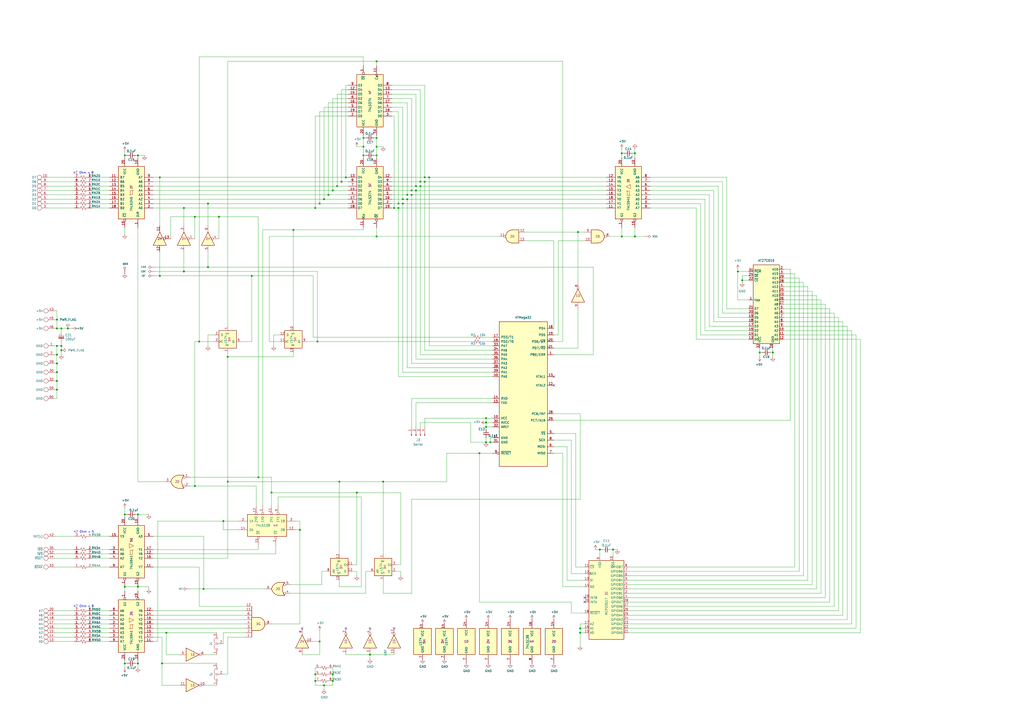
<source format=kicad_sch>
(kicad_sch (version 20250114) (generator "eeschema") (generator_version "9.0")
  (paper "A2")
  (title_block (title "Q10MF BOARD Schematic") (date "2025-08-18") (rev "2.0") (comment 1 "QC(X)-10 OPTION") (comment 2 "UNIT Y135205000"))
  (lib_symbols
    (symbol "+5V_1" (power) (pin_numbers (hide yes)) (pin_names (offset 0) (hide yes))
      (property "Value" "+5V" (at 0 3.556 0))
      (symbol "+5V_1_1_1"
        (pin power_in line (at 0 0 90) (length 0) (name "~") (number "1"))
      )
    )
    (symbol "+5V_16" (power) (pin_numbers (hide yes)) (pin_names (offset 0) (hide yes))
      (property "Value" "+5V" (at 0 3.556 0))
      (symbol "+5V_16_1_1"
        (pin power_in line (at 0 0 90) (length 0) (name "~") (number "1"))
      )
    )
    (symbol "+5V_18" (power) (pin_numbers (hide yes)) (pin_names (offset 0) (hide yes))
      (property "Value" "+5V" (at 0 3.556 0))
      (symbol "+5V_18_1_1"
        (pin power_in line (at 0 0 90) (length 0) (name "~") (number "1"))
      )
    )
    (symbol "+5V_19" (power) (pin_numbers (hide yes)) (pin_names (offset 0) (hide yes))
      (property "Value" "+5V" (at 0 3.556 0))
      (symbol "+5V_19_1_1"
        (pin power_in line (at 0 0 90) (length 0) (name "~") (number "1"))
      )
    )
    (symbol "+5V_2" (power) (pin_numbers (hide yes)) (pin_names (offset 0) (hide yes))
      (property "Value" "+5V" (at 0 3.556 0))
      (symbol "+5V_2_1_1"
        (pin power_in line (at 0 0 90) (length 0) (name "~") (number "1"))
      )
    )
    (symbol "+5V_21" (power) (pin_numbers (hide yes)) (pin_names (offset 0) (hide yes))
      (property "Value" "+5V" (at 0 3.556 0))
      (symbol "+5V_21_1_1"
        (pin power_in line (at 0 0 90) (length 0) (name "~") (number "1"))
      )
    )
    (symbol "+5V_3" (power) (pin_numbers (hide yes)) (pin_names (offset 0) (hide yes))
      (property "Value" "+5V" (at 0 3.556 0))
      (symbol "+5V_3_1_1"
        (pin power_in line (at 0 0 90) (length 0) (name "~") (number "1"))
      )
    )
    (symbol "+5V_5" (power) (pin_numbers (hide yes)) (pin_names (offset 0) (hide yes))
      (property "Value" "+5V" (at 0 3.556 0))
      (symbol "+5V_5_1_1"
        (pin power_in line (at 0 0 90) (length 0) (name "~") (number "1"))
      )
    )
    (symbol "74LS00_1" (pin_names (offset 1.016))
      (property "Reference" "U" (at 0 1.27 0))
      (property "Value" "74LS00" (at 0 -1.27 0))
      (symbol "74LS00_1_1_1"
        (pin input line (at -7.62 2.54 0) (length 3.81) (name "~") (number "1"))
        (pin input line (at -7.62 -2.54 0) (length 3.81) (name "~") (number "2"))
        (pin output inverted (at 7.62 0 180) (length 3.81) (name "~") (number "3"))
      )
      (symbol "74LS00_1_1_2"
        (pin input inverted (at -7.62 2.54 0) (length 4.318) (name "~") (number "1"))
        (pin input inverted (at -7.62 -2.54 0) (length 4.318) (name "~") (number "2"))
        (pin output line (at 7.62 0 180) (length 3.81) (name "~") (number "3"))
      )
      (symbol "74LS00_1_2_1"
        (pin input line (at -7.62 2.54 0) (length 3.81) (name "~") (number "4"))
        (pin input line (at -7.62 -2.54 0) (length 3.81) (name "~") (number "5"))
        (pin output inverted (at 7.62 0 180) (length 3.81) (name "~") (number "6"))
      )
      (symbol "74LS00_1_2_2"
        (pin input inverted (at -7.62 2.54 0) (length 4.318) (name "~") (number "4"))
        (pin input inverted (at -7.62 -2.54 0) (length 4.318) (name "~") (number "5"))
        (pin output line (at 7.62 0 180) (length 3.81) (name "~") (number "6"))
      )
      (symbol "74LS00_1_3_1"
        (pin input line (at -7.62 2.54 0) (length 3.81) (name "~") (number "9"))
        (pin input line (at -7.62 -2.54 0) (length 3.81) (name "~") (number "10"))
        (pin output inverted (at 7.62 0 180) (length 3.81) (name "~") (number "8"))
      )
      (symbol "74LS00_1_3_2"
        (pin input inverted (at -7.62 2.54 0) (length 4.318) (name "~") (number "9"))
        (pin input inverted (at -7.62 -2.54 0) (length 4.318) (name "~") (number "10"))
        (pin output line (at 7.62 0 180) (length 3.81) (name "~") (number "8"))
      )
      (symbol "74LS00_1_4_1"
        (pin input line (at -7.62 2.54 0) (length 3.81) (name "~") (number "12"))
        (pin input line (at -7.62 -2.54 0) (length 3.81) (name "~") (number "13"))
        (pin output inverted (at 7.62 0 180) (length 3.81) (name "~") (number "11"))
      )
      (symbol "74LS00_1_4_2"
        (pin input inverted (at -7.62 2.54 0) (length 4.318) (name "~") (number "12"))
        (pin input inverted (at -7.62 -2.54 0) (length 4.318) (name "~") (number "13"))
        (pin output line (at 7.62 0 180) (length 3.81) (name "~") (number "11"))
      )
      (symbol "74LS00_1_5_0"
        (pin power_in line (at 0 12.7 270) (length 5.08) (name "VCC") (number "14"))
        (pin power_in line (at 0 -12.7 90) (length 5.08) (name "GND") (number "7"))
      )
    )
    (symbol "74LS30_1" (pin_names (offset 1.016))
      (property "Reference" "U" (at 0 1.27 0))
      (property "Value" "74LS30" (at 0 -1.27 0))
      (symbol "74LS30_1_1_1"
        (pin input line (at -7.62 7.62 0) (length 3.81) (name "~") (number "1"))
        (pin input line (at -7.62 5.08 0) (length 3.81) (name "~") (number "2"))
        (pin input line (at -7.62 2.54 0) (length 3.81) (name "~") (number "3"))
        (pin input line (at -7.62 0 0) (length 3.81) (name "~") (number "4"))
        (pin input line (at -7.62 -2.54 0) (length 3.81) (name "~") (number "5"))
        (pin input line (at -7.62 -5.08 0) (length 3.81) (name "~") (number "6"))
        (pin input line (at -7.62 -7.62 0) (length 3.81) (name "~") (number "11"))
        (pin input line (at -7.62 -10.16 0) (length 3.81) (name "~") (number "12"))
        (pin output inverted (at 7.62 0 180) (length 3.81) (name "~") (number "8"))
      )
      (symbol "74LS30_1_1_2"
        (pin input inverted (at -7.62 7.62 0) (length 3.81) (name "~") (number "1"))
        (pin input inverted (at -7.62 5.08 0) (length 3.81) (name "~") (number "2"))
        (pin input inverted (at -7.62 2.54 0) (length 4.5466) (name "~") (number "3"))
        (pin input inverted (at -7.62 0 0) (length 5.08) (name "~") (number "4"))
        (pin input inverted (at -7.62 -2.54 0) (length 4.5466) (name "~") (number "5"))
        (pin input inverted (at -7.62 -5.08 0) (length 3.81) (name "~") (number "6"))
        (pin input inverted (at -7.62 -7.62 0) (length 3.81) (name "~") (number "11"))
        (pin input inverted (at -7.62 -10.16 0) (length 3.81) (name "~") (number "12"))
        (pin output line (at 7.62 0 180) (length 3.81) (name "~") (number "8"))
      )
      (symbol "74LS30_1_2_0"
        (pin power_in line (at 0 12.7 270) (length 5.08) (name "VCC") (number "14"))
        (pin power_in line (at 0 -12.7 90) (length 5.08) (name "GND") (number "7"))
      )
    )
    (symbol "74xx:74LS00" (pin_names (offset 1.016))
      (property "Reference" "U" (at 0 1.27 0))
      (property "Value" "74LS00" (at 0 -1.27 0))
      (symbol "74LS00_1_1"
        (pin input line (at -7.62 2.54 0) (length 3.81) (name "~") (number "1"))
        (pin input line (at -7.62 -2.54 0) (length 3.81) (name "~") (number "2"))
        (pin output inverted (at 7.62 0 180) (length 3.81) (name "~") (number "3"))
      )
      (symbol "74LS00_1_2"
        (pin input inverted (at -7.62 2.54 0) (length 4.318) (name "~") (number "1"))
        (pin input inverted (at -7.62 -2.54 0) (length 4.318) (name "~") (number "2"))
        (pin output line (at 7.62 0 180) (length 3.81) (name "~") (number "3"))
      )
      (symbol "74LS00_2_1"
        (pin input line (at -7.62 2.54 0) (length 3.81) (name "~") (number "4"))
        (pin input line (at -7.62 -2.54 0) (length 3.81) (name "~") (number "5"))
        (pin output inverted (at 7.62 0 180) (length 3.81) (name "~") (number "6"))
      )
      (symbol "74LS00_2_2"
        (pin input inverted (at -7.62 2.54 0) (length 4.318) (name "~") (number "4"))
        (pin input inverted (at -7.62 -2.54 0) (length 4.318) (name "~") (number "5"))
        (pin output line (at 7.62 0 180) (length 3.81) (name "~") (number "6"))
      )
      (symbol "74LS00_3_1"
        (pin input line (at -7.62 2.54 0) (length 3.81) (name "~") (number "9"))
        (pin input line (at -7.62 -2.54 0) (length 3.81) (name "~") (number "10"))
        (pin output inverted (at 7.62 0 180) (length 3.81) (name "~") (number "8"))
      )
      (symbol "74LS00_3_2"
        (pin input inverted (at -7.62 2.54 0) (length 4.318) (name "~") (number "9"))
        (pin input inverted (at -7.62 -2.54 0) (length 4.318) (name "~") (number "10"))
        (pin output line (at 7.62 0 180) (length 3.81) (name "~") (number "8"))
      )
      (symbol "74LS00_4_1"
        (pin input line (at -7.62 2.54 0) (length 3.81) (name "~") (number "12"))
        (pin input line (at -7.62 -2.54 0) (length 3.81) (name "~") (number "13"))
        (pin output inverted (at 7.62 0 180) (length 3.81) (name "~") (number "11"))
      )
      (symbol "74LS00_4_2"
        (pin input inverted (at -7.62 2.54 0) (length 4.318) (name "~") (number "12"))
        (pin input inverted (at -7.62 -2.54 0) (length 4.318) (name "~") (number "13"))
        (pin output line (at 7.62 0 180) (length 3.81) (name "~") (number "11"))
      )
      (symbol "74LS00_5_0"
        (pin power_in line (at 0 12.7 270) (length 5.08) (name "VCC") (number "14"))
        (pin power_in line (at 0 -12.7 90) (length 5.08) (name "GND") (number "7"))
      )
    )
    (symbol "74xx:74LS04"
      (property "Reference" "U" (at 0 1.27 0))
      (property "Value" "74LS04" (at 0 -1.27 0))
      (symbol "74LS04_1_0"
        (pin input line (at -7.62 0 0) (length 3.81) (name "~") (number "1"))
        (pin output inverted (at 7.62 0 180) (length 3.81) (name "~") (number "2"))
      )
      (symbol "74LS04_2_0"
        (pin input line (at -7.62 0 0) (length 3.81) (name "~") (number "3"))
        (pin output inverted (at 7.62 0 180) (length 3.81) (name "~") (number "4"))
      )
      (symbol "74LS04_3_0"
        (pin input line (at -7.62 0 0) (length 3.81) (name "~") (number "5"))
        (pin output inverted (at 7.62 0 180) (length 3.81) (name "~") (number "6"))
      )
      (symbol "74LS04_4_0"
        (pin input line (at -7.62 0 0) (length 3.81) (name "~") (number "9"))
        (pin output inverted (at 7.62 0 180) (length 3.81) (name "~") (number "8"))
      )
      (symbol "74LS04_5_0"
        (pin input line (at -7.62 0 0) (length 3.81) (name "~") (number "11"))
        (pin output inverted (at 7.62 0 180) (length 3.81) (name "~") (number "10"))
      )
      (symbol "74LS04_6_0"
        (pin input line (at -7.62 0 0) (length 3.81) (name "~") (number "13"))
        (pin output inverted (at 7.62 0 180) (length 3.81) (name "~") (number "12"))
      )
      (symbol "74LS04_7_0"
        (pin power_in line (at 0 12.7 270) (length 5.08) (name "VCC") (number "14"))
        (pin power_in line (at 0 -12.7 90) (length 5.08) (name "GND") (number "7"))
      )
    )
    (symbol "74xx:74LS125" (pin_names (offset 1.016))
      (property "Reference" "U" (at 0 1.27 0))
      (property "Value" "74LS125" (at 0 -1.27 0))
      (symbol "74LS125_1_0"
        (pin input line (at -7.62 0 0) (length 3.81) (name "~") (number "2"))
        (pin input inverted (at 0 -6.35 90) (length 4.445) (name "~") (number "1"))
        (pin tri_state line (at 7.62 0 180) (length 3.81) (name "~") (number "3"))
      )
      (symbol "74LS125_2_0"
        (pin input line (at -7.62 0 0) (length 3.81) (name "~") (number "5"))
        (pin input inverted (at 0 -6.35 90) (length 4.445) (name "~") (number "4"))
        (pin tri_state line (at 7.62 0 180) (length 3.81) (name "~") (number "6"))
      )
      (symbol "74LS125_3_0"
        (pin input line (at -7.62 0 0) (length 3.81) (name "~") (number "9"))
        (pin input inverted (at 0 -6.35 90) (length 4.445) (name "~") (number "10"))
        (pin tri_state line (at 7.62 0 180) (length 3.81) (name "~") (number "8"))
      )
      (symbol "74LS125_4_0"
        (pin input line (at -7.62 0 0) (length 3.81) (name "~") (number "12"))
        (pin input inverted (at 0 -6.35 90) (length 4.445) (name "~") (number "13"))
        (pin tri_state line (at 7.62 0 180) (length 3.81) (name "~") (number "11"))
      )
      (symbol "74LS125_5_0"
        (pin power_in line (at 0 12.7 270) (length 5.08) (name "VCC") (number "14"))
        (pin power_in line (at 0 -12.7 90) (length 5.08) (name "GND") (number "7"))
      )
    )
    (symbol "74xx:74LS30" (pin_names (offset 1.016))
      (property "Reference" "U" (at 0 1.27 0))
      (property "Value" "74LS30" (at 0 -1.27 0))
      (symbol "74LS30_1_1"
        (pin input line (at -7.62 7.62 0) (length 3.81) (name "~") (number "1"))
        (pin input line (at -7.62 5.08 0) (length 3.81) (name "~") (number "2"))
        (pin input line (at -7.62 2.54 0) (length 3.81) (name "~") (number "3"))
        (pin input line (at -7.62 0 0) (length 3.81) (name "~") (number "4"))
        (pin input line (at -7.62 -2.54 0) (length 3.81) (name "~") (number "5"))
        (pin input line (at -7.62 -5.08 0) (length 3.81) (name "~") (number "6"))
        (pin input line (at -7.62 -7.62 0) (length 3.81) (name "~") (number "11"))
        (pin input line (at -7.62 -10.16 0) (length 3.81) (name "~") (number "12"))
        (pin output inverted (at 7.62 0 180) (length 3.81) (name "~") (number "8"))
      )
      (symbol "74LS30_1_2"
        (pin input inverted (at -7.62 7.62 0) (length 3.81) (name "~") (number "1"))
        (pin input inverted (at -7.62 5.08 0) (length 3.81) (name "~") (number "2"))
        (pin input inverted (at -7.62 2.54 0) (length 4.5466) (name "~") (number "3"))
        (pin input inverted (at -7.62 0 0) (length 5.08) (name "~") (number "4"))
        (pin input inverted (at -7.62 -2.54 0) (length 4.5466) (name "~") (number "5"))
        (pin input inverted (at -7.62 -5.08 0) (length 3.81) (name "~") (number "6"))
        (pin input inverted (at -7.62 -7.62 0) (length 3.81) (name "~") (number "11"))
        (pin input inverted (at -7.62 -10.16 0) (length 3.81) (name "~") (number "12"))
        (pin output line (at 7.62 0 180) (length 3.81) (name "~") (number "8"))
      )
      (symbol "74LS30_2_0"
        (pin power_in line (at 0 12.7 270) (length 5.08) (name "VCC") (number "14"))
        (pin power_in line (at 0 -12.7 90) (length 5.08) (name "GND") (number "7"))
      )
    )
    (symbol "Connector:Conn_01x04_Pin" (pin_names (offset 1.016) (hide yes))
      (property "Reference" "J" (at 0 5.08 0))
      (property "Value" "Conn_01x04_Pin" (at 0 -7.62 0))
      (symbol "Conn_01x04_Pin_1_1"
        (pin passive line (at 5.08 2.54 180) (length 3.81) (name "Pin_1") (number "1"))
        (pin passive line (at 5.08 0 180) (length 3.81) (name "Pin_2") (number "2"))
        (pin passive line (at 5.08 -2.54 180) (length 3.81) (name "Pin_3") (number "3"))
        (pin passive line (at 5.08 -5.08 180) (length 3.81) (name "Pin_4") (number "4"))
      )
    )
    (symbol "Connector:TestPoint_Alt" (pin_numbers (hide yes)) (pin_names (offset 0.762) (hide yes))
      (property "Reference" "TP" (at 0 6.858 0))
      (property "Value" "TestPoint_Alt" (at 0 5.08 0))
      (symbol "TestPoint_Alt_1_1"
        (pin passive line (at 0 0 90) (length 2.54) (name "1") (number "1"))
      )
    )
    (symbol "Device:C_Polarized_Small" (pin_numbers (hide yes)) (pin_names (offset 0.254) (hide yes))
      (property "Reference" "C" (at 0.254 1.778 0))
      (property "Value" "C_Polarized_Small" (at 0.254 -2.032 0))
      (symbol "C_Polarized_Small_1_1"
        (pin passive line (at 0 2.54 270) (length 1.8542) (name "~") (number "1"))
        (pin passive line (at 0 -2.54 90) (length 1.8542) (name "~") (number "2"))
      )
    )
    (symbol "Device:C_Small" (pin_numbers (hide yes)) (pin_names (offset 0.254) (hide yes))
      (property "Reference" "C" (at 0.254 1.778 0))
      (property "Value" "C_Small" (at 0.254 -2.032 0))
      (symbol "C_Small_1_1"
        (pin passive line (at 0 2.54 270) (length 2.032) (name "~") (number "1"))
        (pin passive line (at 0 -2.54 90) (length 2.032) (name "~") (number "2"))
      )
    )
    (symbol "Device:R_Small_US" (pin_numbers (hide yes)) (pin_names (offset 0.254) (hide yes))
      (property "Reference" "R" (at 0.762 0.508 0))
      (property "Value" "R_Small_US" (at 0.762 -1.016 0))
      (symbol "R_Small_US_1_1"
        (pin passive line (at 0 2.54 270) (length 1.016) (name "~") (number "1"))
        (pin passive line (at 0 -2.54 90) (length 1.016) (name "~") (number "2"))
      )
    )
    (symbol "GND_10" (power) (pin_numbers (hide yes)) (pin_names (offset 0) (hide yes))
      (property "Value" "GND" (at 0 -3.81 0))
      (symbol "GND_10_1_1"
        (pin power_in line (at 0 0 270) (length 0) (name "~") (number "1"))
      )
    )
    (symbol "GND_21" (power) (pin_numbers (hide yes)) (pin_names (offset 0) (hide yes))
      (property "Value" "GND" (at 0 -3.81 0))
      (symbol "GND_21_1_1"
        (pin power_in line (at 0 0 270) (length 0) (name "~") (number "1"))
      )
    )
    (symbol "GND_24" (power) (pin_numbers (hide yes)) (pin_names (offset 0) (hide yes))
      (property "Value" "GND" (at 0 -3.81 0))
      (symbol "GND_24_1_1"
        (pin power_in line (at 0 0 270) (length 0) (name "~") (number "1"))
      )
    )
    (symbol "GND_25" (power) (pin_numbers (hide yes)) (pin_names (offset 0) (hide yes))
      (property "Value" "GND" (at 0 -3.81 0))
      (symbol "GND_25_1_1"
        (pin power_in line (at 0 0 270) (length 0) (name "~") (number "1"))
      )
    )
    (symbol "GND_27" (power) (pin_numbers (hide yes)) (pin_names (offset 0) (hide yes))
      (property "Value" "GND" (at 0 -3.81 0))
      (symbol "GND_27_1_1"
        (pin power_in line (at 0 0 270) (length 0) (name "~") (number "1"))
      )
    )
    (symbol "GND_28" (power) (pin_numbers (hide yes)) (pin_names (offset 0) (hide yes))
      (property "Value" "GND" (at 0 -3.81 0))
      (symbol "GND_28_1_1"
        (pin power_in line (at 0 0 270) (length 0) (name "~") (number "1"))
      )
    )
    (symbol "GND_29" (power) (pin_numbers (hide yes)) (pin_names (offset 0) (hide yes))
      (property "Value" "GND" (at 0 -3.81 0))
      (symbol "GND_29_1_1"
        (pin power_in line (at 0 0 270) (length 0) (name "~") (number "1"))
      )
    )
    (symbol "GND_3" (power) (pin_numbers (hide yes)) (pin_names (offset 0) (hide yes))
      (property "Value" "GND" (at 0 -3.81 0))
      (symbol "GND_3_1_1"
        (pin power_in line (at 0 0 270) (length 0) (name "~") (number "1"))
      )
    )
    (symbol "GND_30" (power) (pin_numbers (hide yes)) (pin_names (offset 0) (hide yes))
      (property "Value" "GND" (at 0 -3.81 0))
      (symbol "GND_30_1_1"
        (pin power_in line (at 0 0 270) (length 0) (name "~") (number "1"))
      )
    )
    (symbol "GND_31" (power) (pin_numbers (hide yes)) (pin_names (offset 0) (hide yes))
      (property "Value" "GND" (at 0 -3.81 0))
      (symbol "GND_31_1_1"
        (pin power_in line (at 0 0 270) (length 0) (name "~") (number "1"))
      )
    )
    (symbol "GND_32" (power) (pin_numbers (hide yes)) (pin_names (offset 0) (hide yes))
      (property "Value" "GND" (at 0 -3.81 0))
      (symbol "GND_32_1_1"
        (pin power_in line (at 0 0 270) (length 0) (name "~") (number "1"))
      )
    )
    (symbol "GND_33" (power) (pin_numbers (hide yes)) (pin_names (offset 0) (hide yes))
      (property "Value" "GND" (at 0 -3.81 0))
      (symbol "GND_33_1_1"
        (pin power_in line (at 0 0 270) (length 0) (name "~") (number "1"))
      )
    )
    (symbol "GND_4" (power) (pin_numbers (hide yes)) (pin_names (offset 0) (hide yes))
      (property "Value" "GND" (at 0 -3.81 0))
      (symbol "GND_4_1_1"
        (pin power_in line (at 0 0 270) (length 0) (name "~") (number "1"))
      )
    )
    (symbol "GND_5" (power) (pin_numbers (hide yes)) (pin_names (offset 0) (hide yes))
      (property "Value" "GND" (at 0 -3.81 0))
      (symbol "GND_5_1_1"
        (pin power_in line (at 0 0 270) (length 0) (name "~") (number "1"))
      )
    )
    (symbol "GND_6" (power) (pin_numbers (hide yes)) (pin_names (offset 0) (hide yes))
      (property "Value" "GND" (at 0 -3.81 0))
      (symbol "GND_6_1_1"
        (pin power_in line (at 0 0 270) (length 0) (name "~") (number "1"))
      )
    )
    (symbol "GND_7" (power) (pin_numbers (hide yes)) (pin_names (offset 0) (hide yes))
      (property "Value" "GND" (at 0 -3.81 0))
      (symbol "GND_7_1_1"
        (pin power_in line (at 0 0 270) (length 0) (name "~") (number "1"))
      )
    )
    (symbol "GND_8" (power) (pin_numbers (hide yes)) (pin_names (offset 0) (hide yes))
      (property "Value" "GND" (at 0 -3.81 0))
      (symbol "GND_8_1_1"
        (pin power_in line (at 0 0 270) (length 0) (name "~") (number "1"))
      )
    )
    (symbol "GND_9" (power) (pin_numbers (hide yes)) (pin_names (offset 0) (hide yes))
      (property "Value" "GND" (at 0 -3.81 0))
      (symbol "GND_9_1_1"
        (pin power_in line (at 0 0 270) (length 0) (name "~") (number "1"))
      )
    )
    (symbol "Jumper:Jumper_3_Open" (pin_names (offset 0) (hide yes)) (exclude_from_sim yes) (in_bom no)
      (property "Reference" "JP" (at -2.54 -2.54 0))
      (property "Value" "Jumper_3_Open" (at 0 2.794 0))
      (symbol "Jumper_3_Open_1_1"
        (pin passive line (at -6.35 0 0) (length 2.54) (name "A") (number "1"))
        (pin passive line (at 0 -3.81 90) (length 2.54) (name "C") (number "2"))
        (pin passive line (at 6.35 0 180) (length 2.54) (name "B") (number "3"))
      )
    )
    (symbol "Jumper_3_Open_1" (pin_names (offset 0) (hide yes)) (exclude_from_sim yes) (in_bom no)
      (property "Reference" "JP" (at -2.54 -2.54 0))
      (property "Value" "Jumper_3_Open" (at 0 2.794 0))
      (symbol "Jumper_3_Open_1_1_1"
        (pin passive line (at -6.35 0 0) (length 2.54) (name "A") (number "1"))
        (pin passive line (at 0 -3.81 90) (length 2.54) (name "C") (number "2"))
        (pin passive line (at 6.35 0 180) (length 2.54) (name "B") (number "3"))
      )
    )
    (symbol "Q10MF:74LS139" (pin_names (offset 1.016))
      (property "Reference" "U" (at -10.16 7.62 0))
      (property "Value" "74LS139" (at -11.43 -7.62 0))
      (symbol "74LS139_1_0"
        (pin input line (at -16.51 2.54 0) (length 5.08) (name "1A") (number "2"))
        (pin input line (at -16.51 -2.54 0) (length 5.08) (name "2A") (number "14"))
        (pin output inverted (at -6.35 11.43 270) (length 5.08) (name "2Y0") (number "12"))
        (pin input inverted (at -5.08 -11.43 90) (length 5.08) (name "~{2E}") (number "15"))
        (pin no_connect inverted (at -3.81 -6.35 90) (length 5.08) (hide yes) (name "1Y2") (number "6"))
        (pin output inverted (at -2.54 11.43 270) (length 5.08) (name "1Y0") (number "4"))
        (pin no_connect inverted (at -1.27 -6.35 90) (length 5.08) (hide yes) (name "1Y3") (number "7"))
        (pin no_connect inverted (at 1.27 -6.35 90) (length 5.08) (hide yes) (name "2Y2") (number "10"))
        (pin output inverted (at 2.54 11.43 270) (length 5.08) (name "2Y1") (number "11"))
        (pin no_connect inverted (at 3.81 -6.35 90) (length 5.08) (hide yes) (name "2Y3") (number "9"))
        (pin input inverted (at 5.08 -11.43 90) (length 5.08) (name "~{1E}") (number "1"))
        (pin output inverted (at 6.35 11.43 270) (length 5.08) (name "1Y1") (number "5"))
        (pin input line (at 16.51 2.54 180) (length 5.08) (name "1B") (number "3"))
        (pin input line (at 16.51 -2.54 180) (length 5.08) (name "2B") (number "13"))
      )
      (symbol "74LS139_2_1"
        (pin power_in line (at -3.81 13.97 270) (length 5.08) (name "VCC") (number "16"))
        (pin power_in line (at -3.81 -11.43 90) (length 5.08) (name "GND") (number "8"))
      )
    )
    (symbol "Q10MF:74LS245" (pin_names (offset 1.016))
      (property "Reference" "U" (at -7.62 16.51 0))
      (property "Value" "74LS245" (at 8.89 -16.51 0))
      (symbol "74LS245_1_0"
        (pin tri_state line (at -12.7 8.89 0) (length 5.08) (name "A0") (number "2"))
        (pin tri_state line (at -12.7 6.35 0) (length 5.08) (name "A1") (number "3"))
        (pin tri_state line (at -12.7 3.81 0) (length 5.08) (name "A2") (number "4"))
        (pin tri_state line (at -12.7 1.27 0) (length 5.08) (name "A3") (number "5"))
        (pin tri_state line (at -12.7 -1.27 0) (length 5.08) (name "A4") (number "6"))
        (pin tri_state line (at -12.7 -3.81 0) (length 5.08) (name "A5") (number "7"))
        (pin tri_state line (at -12.7 -6.35 0) (length 5.08) (name "A6") (number "8"))
        (pin tri_state line (at -12.7 -8.89 0) (length 5.08) (name "A7") (number "9"))
        (pin input line (at -3.81 20.32 270) (length 5.08) (name "DIR") (number "1"))
        (pin power_in line (at -3.81 -20.32 90) (length 5.08) (name "GND") (number "10"))
        (pin input inverted (at 3.81 20.32 270) (length 5.08) (name "~{CE}") (number "19"))
        (pin power_in line (at 3.81 -20.32 90) (length 5.08) (name "VCC") (number "20"))
        (pin tri_state line (at 12.7 8.89 180) (length 5.08) (name "B0") (number "18"))
        (pin tri_state line (at 12.7 6.35 180) (length 5.08) (name "B1") (number "17"))
        (pin tri_state line (at 12.7 3.81 180) (length 5.08) (name "B2") (number "16"))
        (pin tri_state line (at 12.7 1.27 180) (length 5.08) (name "B3") (number "15"))
        (pin tri_state line (at 12.7 -1.27 180) (length 5.08) (name "B4") (number "14"))
        (pin tri_state line (at 12.7 -3.81 180) (length 5.08) (name "B5") (number "13"))
        (pin tri_state line (at 12.7 -6.35 180) (length 5.08) (name "B6") (number "12"))
        (pin tri_state line (at 12.7 -8.89 180) (length 5.08) (name "B7") (number "11"))
      )
    )
    (symbol "Q10MF:74LS374"
      (property "Reference" "U13" (at -7.62 16.51 0))
      (property "Value" "74LS374" (at 8.89 16.51 0))
      (symbol "74LS374_1_0"
        (pin input line (at -12.7 8.89 0) (length 5.08) (name "D4") (number "13"))
        (pin input line (at -12.7 6.35 0) (length 5.08) (name "D3") (number "8"))
        (pin input line (at -12.7 3.81 0) (length 5.08) (name "D2") (number "7"))
        (pin input line (at -12.7 1.27 0) (length 5.08) (name "D5") (number "14"))
        (pin input line (at -12.7 -1.27 0) (length 5.08) (name "D1") (number "4"))
        (pin input line (at -12.7 -3.81 0) (length 5.08) (name "D6") (number "17"))
        (pin input line (at -12.7 -6.35 0) (length 5.08) (name "D0") (number "3"))
        (pin input line (at -12.7 -8.89 0) (length 5.08) (name "D7") (number "18"))
        (pin power_in line (at -3.81 20.32 270) (length 5.08) (name "VCC") (number "20"))
        (pin input clock (at -3.81 -20.32 90) (length 5.08) (name "Cp") (number "11"))
        (pin power_in line (at 3.81 20.32 270) (length 5.08) (name "GND") (number "10"))
        (pin input inverted (at 3.81 -20.32 90) (length 5.08) (name "~{OE}") (number "1"))
        (pin tri_state line (at 12.7 8.89 180) (length 5.08) (name "O4") (number "12"))
        (pin tri_state line (at 12.7 6.35 180) (length 5.08) (name "O3") (number "9"))
        (pin tri_state line (at 12.7 3.81 180) (length 5.08) (name "O2") (number "6"))
        (pin tri_state line (at 12.7 1.27 180) (length 5.08) (name "O5") (number "15"))
        (pin tri_state line (at 12.7 -1.27 180) (length 5.08) (name "O1") (number "5"))
        (pin tri_state line (at 12.7 -3.81 180) (length 5.08) (name "O6") (number "16"))
        (pin tri_state line (at 12.7 -6.35 180) (length 5.08) (name "O0") (number "2"))
        (pin tri_state line (at 12.7 -8.89 180) (length 5.08) (name "O7") (number "19"))
      )
    )
    (symbol "Q10MF:74LS374_1"
      (property "Reference" "U12" (at 7.62 -16.51 0))
      (property "Value" "74LS374" (at -8.89 -16.51 0))
      (symbol "74LS374_1_1_0"
        (pin input line (at -12.7 8.89 0) (length 5.08) (name "D0") (number "3"))
        (pin input line (at -12.7 6.35 0) (length 5.08) (name "D7") (number "18"))
        (pin input line (at -12.7 3.81 0) (length 5.08) (name "D1") (number "4"))
        (pin input line (at -12.7 1.27 0) (length 5.08) (name "D6") (number "17"))
        (pin input line (at -12.7 -1.27 0) (length 5.08) (name "D2") (number "7"))
        (pin input line (at -12.7 -3.81 0) (length 5.08) (name "D5") (number "14"))
        (pin input line (at -12.7 -6.35 0) (length 5.08) (name "D4") (number "13"))
        (pin input line (at -12.7 -8.89 0) (length 5.08) (name "D3") (number "8"))
        (pin power_in line (at -3.81 20.32 270) (length 5.08) (name "GND") (number "10"))
        (pin input clock (at -3.81 -20.32 90) (length 5.08) (name "Cp") (number "11"))
        (pin power_in line (at 3.81 20.32 270) (length 5.08) (name "VCC") (number "20"))
        (pin input inverted (at 3.81 -20.32 90) (length 5.08) (name "~{OE}") (number "1"))
        (pin tri_state line (at 12.7 8.89 180) (length 5.08) (name "O0") (number "2"))
        (pin tri_state line (at 12.7 6.35 180) (length 5.08) (name "O7") (number "19"))
        (pin tri_state line (at 12.7 3.81 180) (length 5.08) (name "O1") (number "5"))
        (pin tri_state line (at 12.7 1.27 180) (length 5.08) (name "O6") (number "16"))
        (pin tri_state line (at 12.7 -1.27 180) (length 5.08) (name "O2") (number "6"))
        (pin tri_state line (at 12.7 -3.81 180) (length 5.08) (name "O5") (number "15"))
        (pin tri_state line (at 12.7 -6.35 180) (length 5.08) (name "O4") (number "12"))
        (pin tri_state line (at 12.7 -8.89 180) (length 5.08) (name "O3") (number "9"))
      )
    )
    (symbol "Q10MF:74LS541" (pin_names (offset 1.016))
      (property "Reference" "U17" (at -7.62 16.51 0))
      (property "Value" "74LS541" (at 8.89 16.51 0))
      (symbol "74LS541_1_0"
        (pin input line (at -12.7 8.89 0) (length 5.08) (name "A6") (number "8"))
        (pin input line (at -12.7 6.35 0) (length 5.08) (name "A5") (number "7"))
        (pin input line (at -12.7 3.81 0) (length 5.08) (name "A4") (number "6"))
        (pin input line (at -12.7 1.27 0) (length 5.08) (name "A3") (number "5"))
        (pin input line (at -12.7 -1.27 0) (length 5.08) (name "A2") (number "4"))
        (pin input line (at -12.7 -3.81 0) (length 5.08) (name "A0") (number "2"))
        (pin input line (at -12.7 -6.35 0) (length 5.08) (name "A1") (number "3"))
        (pin input line (at -12.7 -8.89 0) (length 5.08) (name "A7") (number "9"))
        (pin power_in line (at -3.81 20.32 270) (length 5.08) (name "GND") (number "10"))
        (pin input inverted (at -3.81 -20.32 90) (length 5.08) (name "G2") (number "19"))
        (pin power_in line (at 3.81 20.32 270) (length 5.08) (name "VCC") (number "20"))
        (pin input inverted (at 3.81 -20.32 90) (length 5.08) (name "G1") (number "1"))
        (pin tri_state line (at 12.7 8.89 180) (length 5.08) (name "Y6") (number "12"))
        (pin tri_state line (at 12.7 6.35 180) (length 5.08) (name "Y5") (number "13"))
        (pin tri_state line (at 12.7 3.81 180) (length 5.08) (name "Y4") (number "14"))
        (pin tri_state line (at 12.7 1.27 180) (length 5.08) (name "Y3") (number "15"))
        (pin tri_state line (at 12.7 -1.27 180) (length 5.08) (name "Y2") (number "16"))
        (pin tri_state line (at 12.7 -3.81 180) (length 5.08) (name "Y0") (number "18"))
        (pin tri_state line (at 12.7 -6.35 180) (length 5.08) (name "Y1") (number "17"))
        (pin tri_state line (at 12.7 -8.89 180) (length 5.08) (name "Y7") (number "11"))
      )
    )
    (symbol "Q10MF:74LS541_1" (pin_names (offset 1.016))
      (property "Reference" "U2" (at 7.62 16.51 0))
      (property "Value" "74LS541" (at -8.89 16.51 0))
      (symbol "74LS541_1_1_0"
        (pin tri_state line (at -12.7 8.89 0) (length 5.08) (name "Y3") (number "15"))
        (pin input line (at -12.7 1.27 0) (length 5.08) (name "A1") (number "3"))
        (pin input line (at -12.7 -1.27 0) (length 5.08) (name "A6") (number "8"))
        (pin input line (at -12.7 -3.81 0) (length 5.08) (name "A2") (number "4"))
        (pin input line (at -12.7 -8.89 0) (length 5.08) (name "A7") (number "9"))
        (pin no_connect line (at -7.62 6.35 0) (length 5.08) (hide yes) (name "A0") (number "2"))
        (pin no_connect line (at -7.62 3.81 0) (length 5.08) (hide yes) (name "A4") (number "6"))
        (pin no_connect line (at -7.62 -6.35 0) (length 5.08) (hide yes) (name "A5") (number "7"))
        (pin power_in line (at -3.81 20.32 270) (length 5.08) (name "VCC") (number "20"))
        (pin input inverted (at -3.81 -20.32 90) (length 5.08) (name "G1") (number "1"))
        (pin power_in line (at 3.81 20.32 270) (length 5.08) (name "GND") (number "10"))
        (pin input inverted (at 3.81 -20.32 90) (length 5.08) (name "G2") (number "19"))
        (pin no_connect line (at 7.62 6.35 180) (length 5.08) (hide yes) (name "Y0") (number "18"))
        (pin no_connect line (at 7.62 3.81 180) (length 5.08) (hide yes) (name "Y4") (number "14"))
        (pin no_connect line (at 7.62 -6.35 180) (length 5.08) (hide yes) (name "Y5") (number "13"))
        (pin input line (at 12.7 8.89 180) (length 5.08) (name "A3") (number "5"))
        (pin tri_state line (at 12.7 1.27 180) (length 5.08) (name "Y1") (number "17"))
        (pin tri_state line (at 12.7 -1.27 180) (length 5.08) (name "Y6") (number "12"))
        (pin tri_state line (at 12.7 -3.81 180) (length 5.08) (name "Y2") (number "16"))
        (pin tri_state line (at 12.7 -8.89 180) (length 5.08) (name "Y7") (number "11"))
      )
    )
    (symbol "Q10MF:74LS541_2" (pin_names (offset 1.016))
      (property "Reference" "U3" (at 7.62 -16.51 0))
      (property "Value" "74LS541" (at -8.89 -16.51 0))
      (symbol "74LS541_2_1_0"
        (pin input line (at -12.7 8.89 0) (length 5.08) (name "A6") (number "8"))
        (pin input line (at -12.7 6.35 0) (length 5.08) (name "A4") (number "6"))
        (pin input line (at -12.7 3.81 0) (length 5.08) (name "A2") (number "4"))
        (pin input line (at -12.7 1.27 0) (length 5.08) (name "A0") (number "2"))
        (pin input line (at -12.7 -1.27 0) (length 5.08) (name "A5") (number "7"))
        (pin input line (at -12.7 -3.81 0) (length 5.08) (name "A3") (number "5"))
        (pin input line (at -12.7 -6.35 0) (length 5.08) (name "A1") (number "3"))
        (pin input line (at -12.7 -8.89 0) (length 5.08) (name "A7") (number "9"))
        (pin input inverted (at -3.81 20.32 270) (length 5.08) (name "G1") (number "1"))
        (pin power_in line (at -3.81 -20.32 90) (length 5.08) (name "VCC") (number "20"))
        (pin input inverted (at 3.81 20.32 270) (length 5.08) (name "G2") (number "19"))
        (pin power_in line (at 3.81 -20.32 90) (length 5.08) (name "GND") (number "10"))
        (pin tri_state line (at 12.7 8.89 180) (length 5.08) (name "Y6") (number "12"))
        (pin tri_state line (at 12.7 6.35 180) (length 5.08) (name "Y4") (number "14"))
        (pin tri_state line (at 12.7 3.81 180) (length 5.08) (name "Y2") (number "16"))
        (pin tri_state line (at 12.7 1.27 180) (length 5.08) (name "Y0") (number "18"))
        (pin tri_state line (at 12.7 -1.27 180) (length 5.08) (name "Y5") (number "13"))
        (pin tri_state line (at 12.7 -3.81 180) (length 5.08) (name "Y3") (number "15"))
        (pin tri_state line (at 12.7 -6.35 180) (length 5.08) (name "Y1") (number "17"))
        (pin tri_state line (at 12.7 -8.89 180) (length 5.08) (name "Y7") (number "11"))
      )
    )
    (symbol "Q10MF:74LS74" (pin_names (offset 1.016))
      (property "Reference" "U7" (at 5.08 -6.35 0))
      (property "Value" "74LS74" (at -5.08 -6.35 0))
      (symbol "74LS74_1_0"
        (pin input line (at -7.62 2.54 0) (length 2.54) (name "D") (number "2"))
        (pin input clock (at -7.62 -1.27 0) (length 2.54) (name "C") (number "3"))
        (pin input line (at 0 7.62 270) (length 2.54) (name "~{S}") (number "4"))
        (pin input line (at 0 -7.62 90) (length 2.54) (name "~{R}") (number "1"))
        (pin output line (at 7.62 2.54 180) (length 2.54) (name "~{Q}") (number "6"))
        (pin output line (at 7.62 -1.27 180) (length 2.54) (name "Q") (number "5"))
      )
      (symbol "74LS74_2_0"
        (pin input line (at -7.62 2.54 0) (length 2.54) (name "D") (number "12"))
        (pin input clock (at -7.62 -1.27 0) (length 2.54) (name "C") (number "11"))
        (pin input line (at 0 7.62 270) (length 2.54) (name "~{S}") (number "10"))
        (pin input line (at 0 -7.62 90) (length 2.54) (name "~{R}") (number "13"))
        (pin no_connect line (at 5.08 2.54 180) (length 2.54) (hide yes) (name "~{Q}") (number "8"))
        (pin output line (at 7.62 -1.27 180) (length 2.54) (name "Q") (number "9"))
      )
      (symbol "74LS74_3_0"
        (pin power_in line (at 0 10.16 270) (length 2.54) (name "VCC") (number "14"))
        (pin power_in line (at 0 -10.16 90) (length 2.54) (name "GND") (number "7"))
      )
    )
    (symbol "Q10MF:74LS74_1" (pin_names (offset 1.016))
      (property "Reference" "U10" (at -5.08 6.35 0))
      (property "Value" "74LS74" (at 6.35 6.35 0))
      (symbol "74LS74_1_1_0"
        (pin input line (at -7.62 2.54 0) (length 2.54) (name "D") (number "2"))
        (pin input clock (at -7.62 -1.27 0) (length 2.54) (name "C") (number "3"))
        (pin input line (at 0 7.62 270) (length 2.54) (name "~{S}") (number "4"))
        (pin input line (at 0 -7.62 90) (length 2.54) (name "~{R}") (number "1"))
        (pin output line (at 7.62 2.54 180) (length 2.54) (name "~{Q}") (number "6"))
        (pin output line (at 7.62 -1.27 180) (length 2.54) (name "Q") (number "5"))
      )
      (symbol "74LS74_1_2_0"
        (pin input line (at -7.62 2.54 0) (length 2.54) (name "D") (number "12"))
        (pin input clock (at -7.62 -1.27 0) (length 2.54) (name "C") (number "11"))
        (pin input line (at 0 7.62 270) (length 2.54) (name "~{S}") (number "10"))
        (pin input line (at 0 -7.62 90) (length 2.54) (name "~{R}") (number "13"))
        (pin no_connect line (at 5.08 -1.27 180) (length 2.54) (hide yes) (name "Q") (number "9"))
        (pin output line (at 7.62 2.54 180) (length 2.54) (name "~{Q}") (number "8"))
      )
      (symbol "74LS74_1_3_0"
        (pin power_in line (at 0 10.16 270) (length 2.54) (name "VCC") (number "14"))
        (pin power_in line (at 0 -10.16 90) (length 2.54) (name "GND") (number "7"))
      )
    )
    (symbol "Q10MF:74LS74_2" (pin_names (offset 1.016))
      (property "Reference" "U10" (at -5.08 6.35 0))
      (property "Value" "74LS74" (at 5.08 6.35 0))
      (symbol "74LS74_2_1_0"
        (pin input line (at -7.62 2.54 0) (length 2.54) (name "D") (number "2"))
        (pin input clock (at -7.62 -1.27 0) (length 2.54) (name "C") (number "3"))
        (pin input line (at 0 7.62 270) (length 2.54) (name "~{S}") (number "4"))
        (pin input line (at 0 -7.62 90) (length 2.54) (name "~{R}") (number "1"))
        (pin no_connect line (at 5.08 -1.27 180) (length 2.54) (hide yes) (name "Q") (number "5"))
        (pin output line (at 7.62 2.54 180) (length 2.54) (name "~{Q}") (number "6"))
      )
      (symbol "74LS74_2_2_0"
        (pin input line (at -7.62 2.54 0) (length 2.54) (name "D") (number "12"))
        (pin input clock (at -7.62 -1.27 0) (length 2.54) (name "C") (number "11"))
        (pin input line (at 0 7.62 270) (length 2.54) (name "~{S}") (number "10"))
        (pin input line (at 0 -7.62 90) (length 2.54) (name "~{R}") (number "13"))
        (pin output line (at 7.62 2.54 180) (length 2.54) (name "~{Q}") (number "8"))
        (pin output line (at 7.62 -1.27 180) (length 2.54) (name "Q") (number "9"))
      )
      (symbol "74LS74_2_3_0"
        (pin power_in line (at 0 10.16 270) (length 2.54) (name "VCC") (number "14"))
        (pin power_in line (at 0 -10.16 90) (length 2.54) (name "GND") (number "7"))
      )
    )
    (symbol "Q10MF:74LS74_3" (pin_names (offset 1.016))
      (property "Reference" "U7" (at 5.08 -6.35 0))
      (property "Value" "74LS74" (at -5.08 -6.35 0))
      (symbol "74LS74_3_1_0"
        (pin input line (at -7.62 2.54 0) (length 2.54) (name "D") (number "2"))
        (pin input clock (at -7.62 -1.27 0) (length 2.54) (name "C") (number "3"))
        (pin input line (at 0 7.62 270) (length 2.54) (name "~{S}") (number "4"))
        (pin input line (at 0 -7.62 90) (length 2.54) (name "~{R}") (number "1"))
        (pin no_connect line (at 5.08 2.54 180) (length 2.54) (hide yes) (name "~{Q}") (number "6"))
        (pin output line (at 7.62 -1.27 180) (length 2.54) (name "Q") (number "5"))
      )
      (symbol "74LS74_3_2_0"
        (pin input line (at -7.62 2.54 0) (length 2.54) (name "D") (number "12"))
        (pin input clock (at -7.62 -1.27 0) (length 2.54) (name "C") (number "11"))
        (pin input line (at 0 7.62 270) (length 2.54) (name "~{S}") (number "10"))
        (pin input line (at 0 -7.62 90) (length 2.54) (name "~{R}") (number "13"))
        (pin output line (at 7.62 2.54 180) (length 2.54) (name "~{Q}") (number "8"))
        (pin output line (at 7.62 -1.27 180) (length 2.54) (name "Q") (number "9"))
      )
      (symbol "74LS74_3_3_0"
        (pin power_in line (at 0 10.16 270) (length 2.54) (name "VCC") (number "14"))
        (pin power_in line (at 0 -10.16 90) (length 2.54) (name "GND") (number "7"))
      )
    )
    (symbol "Q10MF:AT27C010"
      (property "Value" "AT27C010" (at 0 1.905 90))
      (symbol "AT27C010_1_1"
        (pin input line (at -10.16 29.21 0) (length 2.54) (name "~{PGM}") (number "31"))
        (pin input line (at -10.16 26.67 0) (length 2.54) (name "~{OE}") (number "24"))
        (pin input line (at -10.16 24.13 0) (length 2.54) (name "~{CE}") (number "22"))
        (pin no_connect line (at -10.16 15.24 0) (length 2.54) (hide yes) (name "NC") (number "30"))
        (pin input line (at -10.16 12.7 0) (length 2.54) (name "Vpp") (number "1"))
        (pin tri_state line (at -10.16 7.62 0) (length 2.54) (name "D7") (number "21"))
        (pin tri_state line (at -10.16 5.08 0) (length 2.54) (name "D6") (number "20"))
        (pin tri_state line (at -10.16 2.54 0) (length 2.54) (name "D5") (number "19"))
        (pin tri_state line (at -10.16 0 0) (length 2.54) (name "D4") (number "18"))
        (pin tri_state line (at -10.16 -2.54 0) (length 2.54) (name "D3") (number "17"))
        (pin tri_state line (at -10.16 -5.08 0) (length 2.54) (name "D2") (number "15"))
        (pin tri_state line (at -10.16 -7.62 0) (length 2.54) (name "D1") (number "14"))
        (pin tri_state line (at -10.16 -10.16 0) (length 2.54) (name "D0") (number "13"))
        (pin power_in line (at -3.81 -15.24 90) (length 2.54) (name "VCC") (number "32"))
        (pin power_in line (at 3.81 -15.24 90) (length 2.54) (name "GND") (number "16"))
        (pin input line (at 10.16 30.48 180) (length 2.54) (name "A16") (number "2"))
        (pin input line (at 10.16 27.94 180) (length 2.54) (name "A15") (number "3"))
        (pin input line (at 10.16 25.4 180) (length 2.54) (name "A14") (number "29"))
        (pin input line (at 10.16 22.86 180) (length 2.54) (name "A13") (number "28"))
        (pin input line (at 10.16 20.32 180) (length 2.54) (name "A12") (number "4"))
        (pin input line (at 10.16 17.78 180) (length 2.54) (name "A11") (number "25"))
        (pin input line (at 10.16 15.24 180) (length 2.54) (name "A10") (number "23"))
        (pin input line (at 10.16 12.7 180) (length 2.54) (name "A9") (number "26"))
        (pin input line (at 10.16 10.16 180) (length 2.54) (name "A8") (number "27"))
        (pin input line (at 10.16 7.62 180) (length 2.54) (name "A7") (number "5"))
        (pin input line (at 10.16 5.08 180) (length 2.54) (name "A6") (number "6"))
        (pin input line (at 10.16 2.54 180) (length 2.54) (name "A5") (number "7"))
        (pin input line (at 10.16 0 180) (length 2.54) (name "A4") (number "8"))
        (pin input line (at 10.16 -2.54 180) (length 2.54) (name "A3") (number "9"))
        (pin input line (at 10.16 -5.08 180) (length 2.54) (name "A2") (number "10"))
        (pin input line (at 10.16 -7.62 180) (length 2.54) (name "A1") (number "11"))
        (pin input line (at 10.16 -10.16 180) (length 2.54) (name "A0") (number "12"))
      )
    )
    (symbol "Q10MF:ATMega32" (pin_names (offset 1.016))
      (property "Value" "ATMega32" (at 0 -7.239 90))
      (symbol "ATMega32_1_1"
        (pin input line (at -17.78 25.4 0) (length 3.81) (name "PD3/T1") (number "17"))
        (pin input line (at -17.78 22.86 0) (length 3.81) (name "PD2/T0") (number "16"))
        (pin bidirectional line (at -17.78 20.32 0) (length 3.81) (name "PA7") (number "33"))
        (pin bidirectional line (at -17.78 17.78 0) (length 3.81) (name "PA6") (number "34"))
        (pin bidirectional line (at -17.78 15.24 0) (length 3.81) (name "PA5") (number "35"))
        (pin bidirectional line (at -17.78 12.7 0) (length 3.81) (name "PA4") (number "36"))
        (pin bidirectional line (at -17.78 10.16 0) (length 3.81) (name "PA3") (number "37"))
        (pin bidirectional line (at -17.78 7.62 0) (length 3.81) (name "PA2") (number "38"))
        (pin bidirectional line (at -17.78 5.08 0) (length 3.81) (name "PA1") (number "39"))
        (pin bidirectional line (at -17.78 2.54 0) (length 3.81) (name "PA0") (number "40"))
        (pin input line (at -17.78 -10.16 0) (length 3.81) (name "RXD") (number "14"))
        (pin output line (at -17.78 -12.7 0) (length 3.81) (name "TXD") (number "15"))
        (pin power_in line (at -17.78 -21.59 0) (length 3.81) (name "VCC") (number "10"))
        (pin power_in line (at -17.78 -24.13 0) (length 3.81) (name "AVCC") (number "30"))
        (pin power_in line (at -17.78 -26.67 0) (length 3.81) (name "AREF") (number "32"))
        (pin power_in line (at -17.78 -33.02 0) (length 3.81) (name "GND") (number "11"))
        (pin power_in line (at -17.78 -35.56 0) (length 3.81) (name "GND") (number "31"))
        (pin input inverted (at -17.78 -41.91 0) (length 3.81) (name "~{RESET}") (number "9"))
        (pin no_connect line (at -5.08 -49.53 90) (length 3.81) (hide yes) (name "PC5") (number "27"))
        (pin no_connect line (at -2.54 -49.53 90) (length 3.81) (hide yes) (name "PC4") (number "26"))
        (pin no_connect line (at -1.27 34.29 270) (length 3.81) (hide yes) (name "PB1") (number "2"))
        (pin no_connect line (at 0 -49.53 90) (length 3.81) (hide yes) (name "PC3") (number "25"))
        (pin no_connect line (at 1.27 34.29 270) (length 3.81) (hide yes) (name "PB2") (number "3"))
        (pin no_connect line (at 2.54 -49.53 90) (length 3.81) (hide yes) (name "PC2") (number "24"))
        (pin no_connect line (at 3.81 34.29 270) (length 3.81) (hide yes) (name "PB3") (number "4"))
        (pin no_connect inverted (at 5.08 -49.53 90) (length 3.81) (hide yes) (name "PC1") (number "23"))
        (pin no_connect inverted (at 7.62 -49.53 90) (length 3.81) (hide yes) (name "PC0") (number "22"))
        (pin output line (at 17.78 30.48 180) (length 3.81) (name "PD4") (number "18"))
        (pin output line (at 17.78 26.67 180) (length 3.81) (name "PD5") (number "19"))
        (pin output output_low (at 17.78 22.86 180) (length 3.81) (name "PD6/~{WR}") (number "20"))
        (pin output output_low (at 17.78 19.05 180) (length 3.81) (name "PD7/~{RD}") (number "21"))
        (pin output line (at 17.78 15.24 180) (length 3.81) (name "PB0/ERR") (number "1"))
        (pin input line (at 17.78 2.54 180) (length 3.81) (name "XTAL1") (number "13"))
        (pin output line (at 17.78 -2.54 180) (length 3.81) (name "XTAL2") (number "12"))
        (pin output line (at 17.78 -19.05 180) (length 3.81) (name "PC6/INT") (number "28"))
        (pin output line (at 17.78 -22.86 180) (length 3.81) (name "PC7/A16") (number "29"))
        (pin output line (at 17.78 -30.48 180) (length 3.81) (name "~{SS}") (number "5"))
        (pin output line (at 17.78 -34.29 180) (length 3.81) (name "SCK") (number "8"))
        (pin output line (at 17.78 -38.1 180) (length 3.81) (name "MOSI") (number "6"))
        (pin input line (at 17.78 -41.91 180) (length 3.81) (name "MISO") (number "7"))
      )
    )
    (symbol "Q10MF:EdgeConn" (pin_names (offset 2.9972))
      (property "Reference" "X" (at -1.27 10.16 0))
      (property "Value" "EdgeConn" (at 7.62 10.16 0))
      (symbol "EdgeConn_1_0"
        (pin passive line (at 5.08 7.62 180) (length 3.81) (name "D7") (number "10"))
      )
      (symbol "EdgeConn_1_1"
        (pin passive line (at 5.08 5.08 180) (length 3.81) (name "D6") (number "9"))
        (pin passive line (at 5.08 2.54 180) (length 3.81) (name "D5") (number "8"))
        (pin passive line (at 5.08 0 180) (length 3.81) (name "D4") (number "7"))
        (pin passive line (at 5.08 -2.54 180) (length 3.81) (name "D3") (number "6"))
        (pin passive line (at 5.08 -5.08 180) (length 3.81) (name "D2") (number "5"))
        (pin passive line (at 5.08 -7.62 180) (length 3.81) (name "D1") (number "4"))
        (pin passive line (at 5.08 -10.16 180) (length 3.81) (name "D0") (number "3"))
      )
      (symbol "EdgeConn_2_0"
        (pin passive line (at 5.08 7.62 180) (length 3.81) (name "A7") (number "20"))
      )
      (symbol "EdgeConn_2_1"
        (pin passive line (at 5.08 5.08 180) (length 3.81) (name "A6") (number "19"))
        (pin passive line (at 5.08 2.54 180) (length 3.81) (name "A5") (number "18"))
        (pin passive line (at 5.08 0 180) (length 3.81) (name "A4") (number "17"))
        (pin passive line (at 5.08 -2.54 180) (length 3.81) (name "A3") (number "16"))
        (pin passive line (at 5.08 -5.08 180) (length 3.81) (name "A2") (number "15"))
        (pin passive line (at 5.08 -7.62 180) (length 3.81) (name "A1") (number "14"))
        (pin passive line (at 5.08 -10.16 180) (length 3.81) (name "A0") (number "13"))
      )
      (symbol "EdgeConn_3_0"
        (pin passive line (at 5.08 7.62 180) (length 3.81) (name "INT(L)") (number "42"))
      )
      (symbol "EdgeConn_3_1"
        (pin passive line (at 5.08 0 180) (length 3.81) (name "~{IRD}") (number "35"))
        (pin passive line (at 5.08 -2.54 180) (length 3.81) (name "~{IWS}") (number "52"))
        (pin passive line (at 5.08 -5.08 180) (length 3.81) (name "~{RSET}") (number "44"))
        (pin passive line (at 5.08 -10.16 180) (length 3.81) (name "~{BSAK}") (number "33"))
      )
      (symbol "EdgeConn_4_0"
        (pin passive line (at 5.08 7.62 180) (length 3.81) (name "+5V") (number "43"))
      )
      (symbol "EdgeConn_4_1"
        (pin passive line (at 5.08 2.54 180) (length 3.81) (name "+5V") (number "45"))
        (pin passive line (at 5.08 -2.54 180) (length 3.81) (name "+5V") (number "46"))
        (pin passive line (at 5.08 -12.7 180) (length 3.81) (name "GND") (number "1"))
        (pin passive line (at 5.08 -17.78 180) (length 3.81) (name "GND") (number "2"))
        (pin passive line (at 5.08 -22.86 180) (length 3.81) (name "GND") (number "29"))
        (pin passive line (at 5.08 -27.94 180) (length 3.81) (name "GND") (number "30"))
        (pin passive line (at 5.08 -33.02 180) (length 3.81) (name "GND") (number "32"))
        (pin passive line (at 5.08 -38.1 180) (length 3.81) (name "GND") (number "59"))
        (pin passive line (at 5.08 -43.18 180) (length 3.81) (name "GND") (number "60"))
      )
    )
    (symbol "Q10MF:MCP23S17"
      (property "Value" "MCP23S17" (at 0 -3.81 90))
      (property "Ref" "3C" (at 0 3.81 90))
      (symbol "MCP23S17_1_1"
        (pin input line (at -12.7 19.05 0) (length 2.54) (name "~{CS}") (number "11"))
        (pin input clock (at -12.7 15.24 0) (length 2.54) (name "SCK") (number "12"))
        (pin input line (at -12.7 11.43 0) (length 2.54) (name "SI") (number "13"))
        (pin output line (at -12.7 7.62 0) (length 2.54) (name "SO") (number "14"))
        (pin output line (at -12.7 1.27 0) (length 2.54) (name "INTB") (number "19"))
        (pin output line (at -12.7 -1.27 0) (length 2.54) (name "INTA") (number "20"))
        (pin input line (at -12.7 -7.62 0) (length 2.54) (name "~{RESET}") (number "18"))
        (pin input line (at -12.7 -13.97 0) (length 2.54) (name "A2") (number "17"))
        (pin input line (at -12.7 -16.51 0) (length 2.54) (name "A1") (number "16"))
        (pin input line (at -12.7 -19.05 0) (length 2.54) (name "A0") (number "15"))
        (pin power_in line (at -3.81 25.4 270) (length 2.54) (name "VDD") (number "9"))
        (pin power_in line (at 3.81 25.4 270) (length 2.54) (name "VSS") (number "10"))
        (pin bidirectional line (at 12.7 19.05 180) (length 2.54) (name "GPIOB7") (number "8"))
        (pin bidirectional line (at 12.7 16.51 180) (length 2.54) (name "GPIOB6") (number "7"))
        (pin bidirectional line (at 12.7 13.97 180) (length 2.54) (name "GPIOB5") (number "6"))
        (pin bidirectional line (at 12.7 11.43 180) (length 2.54) (name "GPIOB4") (number "5"))
        (pin bidirectional line (at 12.7 8.89 180) (length 2.54) (name "GPIOB3") (number "4"))
        (pin bidirectional line (at 12.7 6.35 180) (length 2.54) (name "GPIOB2") (number "3"))
        (pin bidirectional line (at 12.7 3.81 180) (length 2.54) (name "GPIOB1") (number "2"))
        (pin bidirectional line (at 12.7 1.27 180) (length 2.54) (name "GPIOB0") (number "1"))
        (pin bidirectional line (at 12.7 -1.27 180) (length 2.54) (name "GPIOA7") (number "28"))
        (pin bidirectional line (at 12.7 -3.81 180) (length 2.54) (name "GPIOA6") (number "27"))
        (pin bidirectional line (at 12.7 -6.35 180) (length 2.54) (name "GPIOA5") (number "26"))
        (pin bidirectional line (at 12.7 -8.89 180) (length 2.54) (name "GPIOA4") (number "25"))
        (pin bidirectional line (at 12.7 -11.43 180) (length 2.54) (name "GPIOA3") (number "24"))
        (pin bidirectional line (at 12.7 -13.97 180) (length 2.54) (name "GPIOA2") (number "23"))
        (pin bidirectional line (at 12.7 -16.51 180) (length 2.54) (name "GPIOA1") (number "22"))
        (pin bidirectional line (at 12.7 -19.05 180) (length 2.54) (name "GPIOA0") (number "21"))
      )
    )
    (symbol "Q10MF:R_Pack04_Split" (pin_names (offset 0.002) (hide yes))
      (property "Reference" "RN" (at -2.54 0 90))
      (property "Value" "R_Pack04_Split" (at 2.54 0 90))
      (symbol "R_Pack04_Split_1_1"
        (pin passive line (at 0 5.08 270) (length 2.54) (name "R1.2") (number "2"))
        (pin passive line (at 0 -5.08 90) (length 2.54) (name "R1.1") (number "1"))
      )
      (symbol "R_Pack04_Split_2_1"
        (pin passive line (at 0 5.08 270) (length 2.54) (name "R2.2") (number "4"))
        (pin passive line (at 0 -5.08 90) (length 2.54) (name "R2.1") (number "3"))
      )
      (symbol "R_Pack04_Split_3_1"
        (pin passive line (at 0 5.08 270) (length 2.54) (name "R3.2") (number "6"))
        (pin passive line (at 0 -5.08 90) (length 2.54) (name "R3.1") (number "5"))
      )
      (symbol "R_Pack04_Split_4_1"
        (pin passive line (at 0 5.08 270) (length 2.54) (name "R4.2") (number "8"))
        (pin passive line (at 0 -5.08 90) (length 2.54) (name "R4.1") (number "7"))
      )
    )
    (symbol "Q10MF:R_Pack04_Split_1" (pin_names (offset 0.002) (hide yes))
      (property "Reference" "RN" (at -2.54 0 90))
      (property "Value" "R_Pack04_Split" (at 2.54 0 90))
      (symbol "R_Pack04_Split_1_1_1"
        (pin passive line (at 0 5.08 270) (length 2.54) (name "R1.2") (number "2"))
        (pin passive line (at 0 -5.08 90) (length 2.54) (name "R1.1") (number "1"))
      )
      (symbol "R_Pack04_Split_1_2_1"
        (pin passive line (at 0 5.08 270) (length 2.54) (name "R2.2") (number "4"))
        (pin passive line (at 0 -5.08 90) (length 2.54) (name "R2.1") (number "3"))
      )
      (symbol "R_Pack04_Split_1_3_1"
        (pin passive line (at 0 5.08 270) (length 2.54) (name "R3.2") (number "6"))
        (pin passive line (at 0 -5.08 90) (length 2.54) (name "R3.1") (number "5"))
      )
      (symbol "R_Pack04_Split_1_4_1"
        (pin passive line (at 0 5.08 270) (length 2.54) (name "R4.2") (number "8"))
        (pin passive line (at 0 -5.08 90) (length 2.54) (name "R4.1") (number "7"))
      )
    )
    (symbol "Q10MF:R_Pack04_Split_10" (pin_names (offset 0.002) (hide yes))
      (property "Reference" "RN" (at -2.54 0 90))
      (property "Value" "R_Pack04_Split" (at 2.54 0 90))
      (symbol "R_Pack04_Split_10_1_1"
        (pin passive line (at 0 5.08 270) (length 2.54) (name "R1.2") (number "2"))
        (pin passive line (at 0 -5.08 90) (length 2.54) (name "R1.1") (number "1"))
      )
      (symbol "R_Pack04_Split_10_2_1"
        (pin passive line (at 0 5.08 270) (length 2.54) (name "R2.2") (number "4"))
        (pin passive line (at 0 -5.08 90) (length 2.54) (name "R2.1") (number "3"))
      )
      (symbol "R_Pack04_Split_10_3_1"
        (pin passive line (at 0 5.08 270) (length 2.54) (name "R3.2") (number "6"))
        (pin passive line (at 0 -5.08 90) (length 2.54) (name "R3.1") (number "5"))
      )
      (symbol "R_Pack04_Split_10_4_1"
        (pin passive line (at 0 5.08 270) (length 2.54) (name "R4.2") (number "8"))
        (pin passive line (at 0 -5.08 90) (length 2.54) (name "R4.1") (number "7"))
      )
    )
    (symbol "Q10MF:R_Pack04_Split_11" (pin_names (offset 0.002) (hide yes))
      (property "Reference" "RN" (at -2.54 0 90))
      (property "Value" "R_Pack04_Split" (at 2.54 0 90))
      (symbol "R_Pack04_Split_11_1_1"
        (pin passive line (at 0 5.08 270) (length 2.54) (name "R1.2") (number "2"))
        (pin passive line (at 0 -5.08 90) (length 2.54) (name "R1.1") (number "1"))
      )
      (symbol "R_Pack04_Split_11_2_1"
        (pin passive line (at 0 5.08 270) (length 2.54) (name "R2.2") (number "4"))
        (pin passive line (at 0 -5.08 90) (length 2.54) (name "R2.1") (number "3"))
      )
      (symbol "R_Pack04_Split_11_3_1"
        (pin passive line (at 0 5.08 270) (length 2.54) (name "R3.2") (number "6"))
        (pin passive line (at 0 -5.08 90) (length 2.54) (name "R3.1") (number "5"))
      )
      (symbol "R_Pack04_Split_11_4_1"
        (pin passive line (at 0 5.08 270) (length 2.54) (name "R4.2") (number "8"))
        (pin passive line (at 0 -5.08 90) (length 2.54) (name "R4.1") (number "7"))
      )
    )
    (symbol "Q10MF:R_Pack04_Split_12" (pin_names (offset 0.002) (hide yes))
      (property "Reference" "RN" (at -2.54 0 90))
      (property "Value" "R_Pack04_Split" (at 2.54 0 90))
      (symbol "R_Pack04_Split_12_1_1"
        (pin passive line (at 0 5.08 270) (length 2.54) (name "R1.2") (number "2"))
        (pin passive line (at 0 -5.08 90) (length 2.54) (name "R1.1") (number "1"))
      )
      (symbol "R_Pack04_Split_12_2_1"
        (pin passive line (at 0 5.08 270) (length 2.54) (name "R2.2") (number "4"))
        (pin passive line (at 0 -5.08 90) (length 2.54) (name "R2.1") (number "3"))
      )
      (symbol "R_Pack04_Split_12_3_1"
        (pin passive line (at 0 5.08 270) (length 2.54) (name "R3.2") (number "6"))
        (pin passive line (at 0 -5.08 90) (length 2.54) (name "R3.1") (number "5"))
      )
      (symbol "R_Pack04_Split_12_4_1"
        (pin passive line (at 0 5.08 270) (length 2.54) (name "R4.2") (number "8"))
        (pin passive line (at 0 -5.08 90) (length 2.54) (name "R4.1") (number "7"))
      )
    )
    (symbol "Q10MF:R_Pack04_Split_13" (pin_names (offset 0.002) (hide yes))
      (property "Reference" "RN" (at -2.54 0 90))
      (property "Value" "R_Pack04_Split" (at 2.54 0 90))
      (symbol "R_Pack04_Split_13_1_1"
        (pin passive line (at 0 5.08 270) (length 2.54) (name "R1.2") (number "2"))
        (pin passive line (at 0 -5.08 90) (length 2.54) (name "R1.1") (number "1"))
      )
      (symbol "R_Pack04_Split_13_2_1"
        (pin passive line (at 0 5.08 270) (length 2.54) (name "R2.2") (number "4"))
        (pin passive line (at 0 -5.08 90) (length 2.54) (name "R2.1") (number "3"))
      )
      (symbol "R_Pack04_Split_13_3_1"
        (pin passive line (at 0 5.08 270) (length 2.54) (name "R3.2") (number "6"))
        (pin passive line (at 0 -5.08 90) (length 2.54) (name "R3.1") (number "5"))
      )
      (symbol "R_Pack04_Split_13_4_1"
        (pin passive line (at 0 5.08 270) (length 2.54) (name "R4.2") (number "8"))
        (pin passive line (at 0 -5.08 90) (length 2.54) (name "R4.1") (number "7"))
      )
    )
    (symbol "Q10MF:R_Pack04_Split_14" (pin_names (offset 0.002) (hide yes))
      (property "Reference" "RN" (at -2.54 0 90))
      (property "Value" "R_Pack04_Split" (at 2.54 0 90))
      (symbol "R_Pack04_Split_14_1_1"
        (pin passive line (at 0 5.08 270) (length 2.54) (name "R1.2") (number "2"))
        (pin passive line (at 0 -5.08 90) (length 2.54) (name "R1.1") (number "1"))
      )
      (symbol "R_Pack04_Split_14_2_1"
        (pin passive line (at 0 5.08 270) (length 2.54) (name "R2.2") (number "4"))
        (pin passive line (at 0 -5.08 90) (length 2.54) (name "R2.1") (number "3"))
      )
      (symbol "R_Pack04_Split_14_3_1"
        (pin passive line (at 0 5.08 270) (length 2.54) (name "R3.2") (number "6"))
        (pin passive line (at 0 -5.08 90) (length 2.54) (name "R3.1") (number "5"))
      )
      (symbol "R_Pack04_Split_14_4_1"
        (pin passive line (at 0 5.08 270) (length 2.54) (name "R4.2") (number "8"))
        (pin passive line (at 0 -5.08 90) (length 2.54) (name "R4.1") (number "7"))
      )
    )
    (symbol "Q10MF:R_Pack04_Split_15" (pin_names (offset 0.002) (hide yes))
      (property "Reference" "RN" (at -2.54 0 90))
      (property "Value" "R_Pack04_Split" (at 2.54 0 90))
      (symbol "R_Pack04_Split_15_1_1"
        (pin passive line (at 0 5.08 270) (length 2.54) (name "R1.2") (number "2"))
        (pin passive line (at 0 -5.08 90) (length 2.54) (name "R1.1") (number "1"))
      )
      (symbol "R_Pack04_Split_15_2_1"
        (pin passive line (at 0 5.08 270) (length 2.54) (name "R2.2") (number "4"))
        (pin passive line (at 0 -5.08 90) (length 2.54) (name "R2.1") (number "3"))
      )
      (symbol "R_Pack04_Split_15_3_1"
        (pin passive line (at 0 5.08 270) (length 2.54) (name "R3.2") (number "6"))
        (pin passive line (at 0 -5.08 90) (length 2.54) (name "R3.1") (number "5"))
      )
      (symbol "R_Pack04_Split_15_4_1"
        (pin passive line (at 0 5.08 270) (length 2.54) (name "R4.2") (number "8"))
        (pin passive line (at 0 -5.08 90) (length 2.54) (name "R4.1") (number "7"))
      )
    )
    (symbol "Q10MF:R_Pack04_Split_16" (pin_names (offset 0.002) (hide yes))
      (property "Reference" "RN" (at -2.54 0 90))
      (property "Value" "R_Pack04_Split" (at 2.54 0 90))
      (symbol "R_Pack04_Split_16_1_1"
        (pin passive line (at 0 5.08 270) (length 2.54) (name "R1.2") (number "2"))
        (pin passive line (at 0 -5.08 90) (length 2.54) (name "R1.1") (number "1"))
      )
      (symbol "R_Pack04_Split_16_2_1"
        (pin passive line (at 0 5.08 270) (length 2.54) (name "R2.2") (number "4"))
        (pin passive line (at 0 -5.08 90) (length 2.54) (name "R2.1") (number "3"))
      )
      (symbol "R_Pack04_Split_16_3_1"
        (pin passive line (at 0 5.08 270) (length 2.54) (name "R3.2") (number "6"))
        (pin passive line (at 0 -5.08 90) (length 2.54) (name "R3.1") (number "5"))
      )
      (symbol "R_Pack04_Split_16_4_1"
        (pin passive line (at 0 5.08 270) (length 2.54) (name "R4.2") (number "8"))
        (pin passive line (at 0 -5.08 90) (length 2.54) (name "R4.1") (number "7"))
      )
    )
    (symbol "Q10MF:R_Pack04_Split_17" (pin_names (offset 0.002) (hide yes))
      (property "Reference" "RN" (at -2.54 0 90))
      (property "Value" "R_Pack04_Split" (at 2.54 0 90))
      (symbol "R_Pack04_Split_17_1_1"
        (pin passive line (at 0 5.08 270) (length 2.54) (name "R1.2") (number "2"))
        (pin passive line (at 0 -5.08 90) (length 2.54) (name "R1.1") (number "1"))
      )
      (symbol "R_Pack04_Split_17_2_1"
        (pin passive line (at 0 5.08 270) (length 2.54) (name "R2.2") (number "4"))
        (pin passive line (at 0 -5.08 90) (length 2.54) (name "R2.1") (number "3"))
      )
      (symbol "R_Pack04_Split_17_3_1"
        (pin passive line (at 0 5.08 270) (length 2.54) (name "R3.2") (number "6"))
        (pin passive line (at 0 -5.08 90) (length 2.54) (name "R3.1") (number "5"))
      )
      (symbol "R_Pack04_Split_17_4_1"
        (pin passive line (at 0 5.08 270) (length 2.54) (name "R4.2") (number "8"))
        (pin passive line (at 0 -5.08 90) (length 2.54) (name "R4.1") (number "7"))
      )
    )
    (symbol "Q10MF:R_Pack04_Split_18" (pin_names (offset 0.002) (hide yes))
      (property "Reference" "RN" (at -2.54 0 90))
      (property "Value" "R_Pack04_Split" (at 2.54 0 90))
      (symbol "R_Pack04_Split_18_1_1"
        (pin passive line (at 0 5.08 270) (length 2.54) (name "R1.2") (number "2"))
        (pin passive line (at 0 -5.08 90) (length 2.54) (name "R1.1") (number "1"))
      )
      (symbol "R_Pack04_Split_18_2_1"
        (pin passive line (at 0 5.08 270) (length 2.54) (name "R2.2") (number "4"))
        (pin passive line (at 0 -5.08 90) (length 2.54) (name "R2.1") (number "3"))
      )
      (symbol "R_Pack04_Split_18_3_1"
        (pin passive line (at 0 5.08 270) (length 2.54) (name "R3.2") (number "6"))
        (pin passive line (at 0 -5.08 90) (length 2.54) (name "R3.1") (number "5"))
      )
      (symbol "R_Pack04_Split_18_4_1"
        (pin passive line (at 0 5.08 270) (length 2.54) (name "R4.2") (number "8"))
        (pin passive line (at 0 -5.08 90) (length 2.54) (name "R4.1") (number "7"))
      )
    )
    (symbol "Q10MF:R_Pack04_Split_19" (pin_names (offset 0.002) (hide yes))
      (property "Reference" "RN" (at -2.54 0 90))
      (property "Value" "R_Pack04_Split" (at 2.54 0 90))
      (symbol "R_Pack04_Split_19_1_1"
        (pin passive line (at 0 5.08 270) (length 2.54) (name "R1.2") (number "2"))
        (pin passive line (at 0 -5.08 90) (length 2.54) (name "R1.1") (number "1"))
      )
      (symbol "R_Pack04_Split_19_2_1"
        (pin passive line (at 0 5.08 270) (length 2.54) (name "R2.2") (number "4"))
        (pin passive line (at 0 -5.08 90) (length 2.54) (name "R2.1") (number "3"))
      )
      (symbol "R_Pack04_Split_19_3_1"
        (pin passive line (at 0 5.08 270) (length 2.54) (name "R3.2") (number "6"))
        (pin passive line (at 0 -5.08 90) (length 2.54) (name "R3.1") (number "5"))
      )
      (symbol "R_Pack04_Split_19_4_1"
        (pin passive line (at 0 5.08 270) (length 2.54) (name "R4.2") (number "8"))
        (pin passive line (at 0 -5.08 90) (length 2.54) (name "R4.1") (number "7"))
      )
    )
    (symbol "Q10MF:R_Pack04_Split_2" (pin_names (offset 0.002) (hide yes))
      (property "Reference" "RN" (at -2.54 0 90))
      (property "Value" "R_Pack04_Split" (at 2.54 0 90))
      (symbol "R_Pack04_Split_2_1_1"
        (pin passive line (at 0 5.08 270) (length 2.54) (name "R1.2") (number "2"))
        (pin passive line (at 0 -5.08 90) (length 2.54) (name "R1.1") (number "1"))
      )
      (symbol "R_Pack04_Split_2_2_1"
        (pin passive line (at 0 5.08 270) (length 2.54) (name "R2.2") (number "4"))
        (pin passive line (at 0 -5.08 90) (length 2.54) (name "R2.1") (number "3"))
      )
      (symbol "R_Pack04_Split_2_3_1"
        (pin passive line (at 0 5.08 270) (length 2.54) (name "R3.2") (number "6"))
        (pin passive line (at 0 -5.08 90) (length 2.54) (name "R3.1") (number "5"))
      )
      (symbol "R_Pack04_Split_2_4_1"
        (pin passive line (at 0 5.08 270) (length 2.54) (name "R4.2") (number "8"))
        (pin passive line (at 0 -5.08 90) (length 2.54) (name "R4.1") (number "7"))
      )
    )
    (symbol "Q10MF:R_Pack04_Split_20" (pin_names (offset 0.002) (hide yes))
      (property "Reference" "RN" (at -2.54 0 90))
      (property "Value" "R_Pack04_Split" (at 2.54 0 90))
      (symbol "R_Pack04_Split_20_1_1"
        (pin passive line (at 0 5.08 270) (length 2.54) (name "R1.2") (number "2"))
        (pin passive line (at 0 -5.08 90) (length 2.54) (name "R1.1") (number "1"))
      )
      (symbol "R_Pack04_Split_20_2_1"
        (pin passive line (at 0 5.08 270) (length 2.54) (name "R2.2") (number "4"))
        (pin passive line (at 0 -5.08 90) (length 2.54) (name "R2.1") (number "3"))
      )
      (symbol "R_Pack04_Split_20_3_1"
        (pin passive line (at 0 5.08 270) (length 2.54) (name "R3.2") (number "6"))
        (pin passive line (at 0 -5.08 90) (length 2.54) (name "R3.1") (number "5"))
      )
      (symbol "R_Pack04_Split_20_4_1"
        (pin passive line (at 0 5.08 270) (length 2.54) (name "R4.2") (number "8"))
        (pin passive line (at 0 -5.08 90) (length 2.54) (name "R4.1") (number "7"))
      )
    )
    (symbol "Q10MF:R_Pack04_Split_3" (pin_names (offset 0.002) (hide yes))
      (property "Reference" "RN" (at -2.54 0 90))
      (property "Value" "R_Pack04_Split" (at 2.54 0 90))
      (symbol "R_Pack04_Split_3_1_1"
        (pin passive line (at 0 5.08 270) (length 2.54) (name "R1.2") (number "2"))
        (pin passive line (at 0 -5.08 90) (length 2.54) (name "R1.1") (number "1"))
      )
      (symbol "R_Pack04_Split_3_2_1"
        (pin passive line (at 0 5.08 270) (length 2.54) (name "R2.2") (number "4"))
        (pin passive line (at 0 -5.08 90) (length 2.54) (name "R2.1") (number "3"))
      )
      (symbol "R_Pack04_Split_3_3_1"
        (pin passive line (at 0 5.08 270) (length 2.54) (name "R3.2") (number "6"))
        (pin passive line (at 0 -5.08 90) (length 2.54) (name "R3.1") (number "5"))
      )
      (symbol "R_Pack04_Split_3_4_1"
        (pin passive line (at 0 5.08 270) (length 2.54) (name "R4.2") (number "8"))
        (pin passive line (at 0 -5.08 90) (length 2.54) (name "R4.1") (number "7"))
      )
    )
    (symbol "Q10MF:R_Pack04_Split_4" (pin_names (offset 0.002) (hide yes))
      (property "Reference" "RN" (at -2.54 0 90))
      (property "Value" "R_Pack04_Split" (at 2.54 0 90))
      (symbol "R_Pack04_Split_4_1_1"
        (pin passive line (at 0 5.08 270) (length 2.54) (name "R1.2") (number "2"))
        (pin passive line (at 0 -5.08 90) (length 2.54) (name "R1.1") (number "1"))
      )
      (symbol "R_Pack04_Split_4_2_1"
        (pin passive line (at 0 5.08 270) (length 2.54) (name "R2.2") (number "4"))
        (pin passive line (at 0 -5.08 90) (length 2.54) (name "R2.1") (number "3"))
      )
      (symbol "R_Pack04_Split_4_3_1"
        (pin passive line (at 0 5.08 270) (length 2.54) (name "R3.2") (number "6"))
        (pin passive line (at 0 -5.08 90) (length 2.54) (name "R3.1") (number "5"))
      )
      (symbol "R_Pack04_Split_4_4_1"
        (pin passive line (at 0 5.08 270) (length 2.54) (name "R4.2") (number "8"))
        (pin passive line (at 0 -5.08 90) (length 2.54) (name "R4.1") (number "7"))
      )
    )
    (symbol "Q10MF:R_Pack04_Split_5" (pin_names (offset 0.002) (hide yes))
      (property "Reference" "RN" (at -2.54 0 90))
      (property "Value" "R_Pack04_Split" (at 2.54 0 90))
      (symbol "R_Pack04_Split_5_1_1"
        (pin passive line (at 0 5.08 270) (length 2.54) (name "R1.2") (number "2"))
        (pin passive line (at 0 -5.08 90) (length 2.54) (name "R1.1") (number "1"))
      )
      (symbol "R_Pack04_Split_5_2_1"
        (pin passive line (at 0 5.08 270) (length 2.54) (name "R2.2") (number "4"))
        (pin passive line (at 0 -5.08 90) (length 2.54) (name "R2.1") (number "3"))
      )
      (symbol "R_Pack04_Split_5_3_1"
        (pin passive line (at 0 5.08 270) (length 2.54) (name "R3.2") (number "6"))
        (pin passive line (at 0 -5.08 90) (length 2.54) (name "R3.1") (number "5"))
      )
      (symbol "R_Pack04_Split_5_4_1"
        (pin passive line (at 0 5.08 270) (length 2.54) (name "R4.2") (number "8"))
        (pin passive line (at 0 -5.08 90) (length 2.54) (name "R4.1") (number "7"))
      )
    )
    (symbol "Q10MF:R_Pack04_Split_6" (pin_names (offset 0.002) (hide yes))
      (property "Reference" "RN" (at -2.54 0 90))
      (property "Value" "R_Pack04_Split" (at 2.54 0 90))
      (symbol "R_Pack04_Split_6_1_1"
        (pin passive line (at 0 5.08 270) (length 2.54) (name "R1.2") (number "2"))
        (pin passive line (at 0 -5.08 90) (length 2.54) (name "R1.1") (number "1"))
      )
      (symbol "R_Pack04_Split_6_2_1"
        (pin passive line (at 0 5.08 270) (length 2.54) (name "R2.2") (number "4"))
        (pin passive line (at 0 -5.08 90) (length 2.54) (name "R2.1") (number "3"))
      )
      (symbol "R_Pack04_Split_6_3_1"
        (pin passive line (at 0 5.08 270) (length 2.54) (name "R3.2") (number "6"))
        (pin passive line (at 0 -5.08 90) (length 2.54) (name "R3.1") (number "5"))
      )
      (symbol "R_Pack04_Split_6_4_1"
        (pin passive line (at 0 5.08 270) (length 2.54) (name "R4.2") (number "8"))
        (pin passive line (at 0 -5.08 90) (length 2.54) (name "R4.1") (number "7"))
      )
    )
    (symbol "Q10MF:R_Pack04_Split_7" (pin_names (offset 0.002) (hide yes))
      (property "Reference" "RN" (at -2.54 0 90))
      (property "Value" "R_Pack04_Split" (at 2.54 0 90))
      (symbol "R_Pack04_Split_7_1_1"
        (pin passive line (at 0 5.08 270) (length 2.54) (name "R1.2") (number "2"))
        (pin passive line (at 0 -5.08 90) (length 2.54) (name "R1.1") (number "1"))
      )
      (symbol "R_Pack04_Split_7_2_1"
        (pin passive line (at 0 5.08 270) (length 2.54) (name "R2.2") (number "4"))
        (pin passive line (at 0 -5.08 90) (length 2.54) (name "R2.1") (number "3"))
      )
      (symbol "R_Pack04_Split_7_3_1"
        (pin passive line (at 0 5.08 270) (length 2.54) (name "R3.2") (number "6"))
        (pin passive line (at 0 -5.08 90) (length 2.54) (name "R3.1") (number "5"))
      )
      (symbol "R_Pack04_Split_7_4_1"
        (pin passive line (at 0 5.08 270) (length 2.54) (name "R4.2") (number "8"))
        (pin passive line (at 0 -5.08 90) (length 2.54) (name "R4.1") (number "7"))
      )
    )
    (symbol "Q10MF:R_Pack04_Split_8" (pin_names (offset 0.002) (hide yes))
      (property "Reference" "RN" (at -2.54 0 90))
      (property "Value" "R_Pack04_Split" (at 2.54 0 90))
      (symbol "R_Pack04_Split_8_1_1"
        (pin passive line (at 0 5.08 270) (length 2.54) (name "R1.2") (number "2"))
        (pin passive line (at 0 -5.08 90) (length 2.54) (name "R1.1") (number "1"))
      )
      (symbol "R_Pack04_Split_8_2_1"
        (pin passive line (at 0 5.08 270) (length 2.54) (name "R2.2") (number "4"))
        (pin passive line (at 0 -5.08 90) (length 2.54) (name "R2.1") (number "3"))
      )
      (symbol "R_Pack04_Split_8_3_1"
        (pin passive line (at 0 5.08 270) (length 2.54) (name "R3.2") (number "6"))
        (pin passive line (at 0 -5.08 90) (length 2.54) (name "R3.1") (number "5"))
      )
      (symbol "R_Pack04_Split_8_4_1"
        (pin passive line (at 0 5.08 270) (length 2.54) (name "R4.2") (number "8"))
        (pin passive line (at 0 -5.08 90) (length 2.54) (name "R4.1") (number "7"))
      )
    )
    (symbol "Q10MF:R_Pack04_Split_9" (pin_names (offset 0.002) (hide yes))
      (property "Reference" "RN" (at -2.54 0 90))
      (property "Value" "R_Pack04_Split" (at 2.54 0 90))
      (symbol "R_Pack04_Split_9_1_1"
        (pin passive line (at 0 5.08 270) (length 2.54) (name "R1.2") (number "2"))
        (pin passive line (at 0 -5.08 90) (length 2.54) (name "R1.1") (number "1"))
      )
      (symbol "R_Pack04_Split_9_2_1"
        (pin passive line (at 0 5.08 270) (length 2.54) (name "R2.2") (number "4"))
        (pin passive line (at 0 -5.08 90) (length 2.54) (name "R2.1") (number "3"))
      )
      (symbol "R_Pack04_Split_9_3_1"
        (pin passive line (at 0 5.08 270) (length 2.54) (name "R3.2") (number "6"))
        (pin passive line (at 0 -5.08 90) (length 2.54) (name "R3.1") (number "5"))
      )
      (symbol "R_Pack04_Split_9_4_1"
        (pin passive line (at 0 5.08 270) (length 2.54) (name "R4.2") (number "8"))
        (pin passive line (at 0 -5.08 90) (length 2.54) (name "R4.1") (number "7"))
      )
    )
    (symbol "power:+5V" (power) (pin_numbers (hide yes)) (pin_names (offset 0) (hide yes))
      (property "Value" "+5V" (at 0 3.556 0))
      (symbol "+5V_1_1"
        (pin power_in line (at 0 0 90) (length 0) (name "~") (number "1"))
      )
    )
    (symbol "power:GND" (power) (pin_numbers (hide yes)) (pin_names (offset 0) (hide yes))
      (property "Value" "GND" (at 0 -3.81 0))
      (symbol "GND_1_1"
        (pin power_in line (at 0 0 270) (length 0) (name "~") (number "1"))
      )
    )
    (symbol "power:PWR_FLAG" (power) (pin_numbers (hide yes)) (pin_names (offset 0) (hide yes))
      (property "Value" "PWR_FLAG" (at 0 3.81 0))
      (symbol "PWR_FLAG_0_0"
        (pin power_out line (at 0 0 90) (length 0) (name "~") (number "1"))
      )
    )
  )
  (text "47 Ohm x 5" (at 42.672 309.372 0) (effects (font (size 1.27 1.27)) (justify left bottom)))
  (text "47 Ohm x 8" (at 42.545 352.552 0) (effects (font (size 1.27 1.27)) (justify left bottom)))
  (text "47 Ohm x 8" (at 42.418 101.092 0) (effects (font (size 1.27 1.27)) (justify left bottom)))
  (junction (at 120.65 154.94) (diameter 0.9144))
  (junction (at 238.76 113.03) (diameter 0.9144))
  (junction (at 360.68 88.9) (diameter 0.9144))
  (junction (at 106.68 157.48) (diameter 0.9144))
  (junction (at 241.3 107.95) (diameter 0.9144))
  (junction (at 207.01 285.75) (diameter 0.9144))
  (junction (at 80.01 298.45) (diameter 0.9144))
  (junction (at 233.68 118.11) (diameter 0.9144))
  (junction (at 218.44 137.16) (diameter 0.9144))
  (junction (at 132.08 279.4) (diameter 0.9144))
  (junction (at 222.25 279.4) (diameter 0.9144))
  (junction (at 106.68 120.65) (diameter 0.9144))
  (junction (at 35.56 200.66) (diameter 0.9144))
  (junction (at 72.39 384.81) (diameter 0.9144))
  (junction (at 281.94 242.57))
  (junction (at 238.76 110.49) (diameter 0.9144))
  (junction (at 278.13 262.89))
  (junction (at 182.88 391.16))
  (junction (at 113.03 125.73) (diameter 0.9144))
  (junction (at 185.42 372.11))
  (junction (at 132.08 207.01) (diameter 0.9144))
  (junction (at 360.68 137.16) (diameter 0.9144))
  (junction (at 93.98 384.81) (diameter 0.9144))
  (junction (at 182.88 120.65) (diameter 0.9144))
  (junction (at 430.53 162.56))
  (junction (at 236.22 115.57) (diameter 0.9144))
  (junction (at 218.44 85.09) (diameter 0.9144))
  (junction (at 118.11 341.63) (diameter 0.9144))
  (junction (at 427.99 157.48))
  (junction (at 182.88 394.97))
  (junction (at 149.86 276.86) (diameter 0.9144))
  (junction (at 243.84 107.95) (diameter 0.9144))
  (junction (at 228.6 120.65) (diameter 0.9144))
  (junction (at 193.04 391.16))
  (junction (at 190.5 113.03) (diameter 0.9144))
  (junction (at 336.55 364.49))
  (junction (at 157.48 285.75) (diameter 0.9144))
  (junction (at 92.71 160.02) (diameter 0.9144))
  (junction (at 231.14 120.65) (diameter 0.9144))
  (junction (at 33.02 190.5) (diameter 0.9144))
  (junction (at 33.02 200.66) (diameter 0.9144))
  (junction (at 281.94 247.65) (diameter 0.9144))
  (junction (at 243.84 105.41) (diameter 0.9144))
  (junction (at 72.39 298.45) (diameter 0.9144))
  (junction (at 184.15 198.12) (diameter 0.9144))
  (junction (at 281.94 256.54) (diameter 0.9144))
  (junction (at 193.04 110.49) (diameter 0.9144))
  (junction (at 92.71 102.87) (diameter 0.9144))
  (junction (at 33.02 220.98) (diameter 0.9144))
  (junction (at 440.69 204.47) (diameter 0.9144))
  (junction (at 170.18 133.35) (diameter 0.9144))
  (junction (at 336.55 367.03))
  (junction (at 347.98 318.77) (diameter 0.9144))
  (junction (at 146.05 160.02) (diameter 0.9144))
  (junction (at 115.57 198.12) (diameter 0.9144))
  (junction (at 368.3 137.16) (diameter 0.9144))
  (junction (at 198.12 105.41) (diameter 0.9144))
  (junction (at 355.6 318.77) (diameter 0.9144))
  (junction (at 248.92 102.87) (diameter 0.9144))
  (junction (at 233.68 115.57) (diameter 0.9144))
  (junction (at 231.14 118.11) (diameter 0.9144))
  (junction (at 80.01 90.17) (diameter 0.9144))
  (junction (at 33.02 185.42) (diameter 0.9144))
  (junction (at 33.02 215.9) (diameter 0.9144))
  (junction (at 187.96 115.57) (diameter 0.9144))
  (junction (at 72.39 340.36) (diameter 0.9144))
  (junction (at 236.22 113.03) (diameter 0.9144))
  (junction (at 127 125.73) (diameter 0.9144))
  (junction (at 200.66 102.87) (diameter 0.9144))
  (junction (at 120.65 118.11) (diameter 0.9144))
  (junction (at 210.82 90.17))
  (junction (at 80.01 384.81) (diameter 0.9144))
  (junction (at 33.02 210.82) (diameter 0.9144))
  (junction (at 246.38 105.41) (diameter 0.9144))
  (junction (at 193.04 394.97))
  (junction (at 72.39 90.17) (diameter 0.9144))
  (junction (at 113.03 281.94) (diameter 0.9144))
  (junction (at 96.52 367.03) (diameter 0.9144))
  (junction (at 214.63 379.73))
  (junction (at 281.94 245.11) (diameter 0.9144))
  (junction (at 35.56 190.5) (diameter 0.9144))
  (junction (at 185.42 118.11) (diameter 0.9144))
  (junction (at 218.44 80.01))
  (junction (at 35.56 203.2))
  (junction (at 33.02 205.74) (diameter 0.9144))
  (junction (at 448.31 204.47) (diameter 0.9144))
  (junction (at 196.85 279.4) (diameter 0.9144))
  (junction (at 210.82 85.09) (diameter 0.9144))
  (junction (at 173.99 307.34) (diameter 0.9144))
  (junction (at 33.02 226.06) (diameter 0.9144))
  (junction (at 218.44 35.56) (diameter 0.9144))
  (junction (at 39.37 190.5))
  (junction (at 187.96 397.51))
  (junction (at 284.48 256.54))
  (junction (at 241.3 110.49) (diameter 0.9144))
  (junction (at 218.44 90.17))
  (junction (at 246.38 102.87) (diameter 0.9144))
  (junction (at 129.54 302.26) (diameter 0.9144))
  (junction (at 368.3 88.9) (diameter 0.9144))
  (junction (at 335.28 134.62) (diameter 0.9144))
  (junction (at 195.58 107.95) (diameter 0.9144))
  (junction (at 80.01 340.36) (diameter 0.9144))
  (junction (at 210.82 80.01))
  (no_connect (at 321.31 223.52))
  (no_connect (at 175.26 364.49))
  (no_connect (at 214.63 364.49))
  (no_connect (at 228.6 364.49))
  (no_connect (at 200.66 364.49))
  (no_connect (at 339.09 349.25))
  (no_connect (at 321.31 218.44))
  (no_connect (at 339.09 346.71))
  (wire (pts (xy 92.71 130.81) (xy 92.71 102.87)))
  (wire (pts (xy 31.75 318.77) (xy 43.18 318.77)))
  (wire (pts (xy 31.75 364.49) (xy 43.18 364.49)))
  (wire (pts (xy 204.47 327.66) (xy 207.01 327.66)))
  (wire (pts (xy 231.14 218.44) (xy 285.75 218.44)))
  (wire (pts (xy 31.75 210.82) (xy 33.02 210.82)))
  (wire (pts (xy 468.63 166.37) (xy 468.63 336.55)))
  (wire (pts (xy 336.55 361.95) (xy 336.55 364.49)))
  (wire (pts (xy 441.96 204.47) (xy 440.69 204.47)))
  (wire (pts (xy 72.39 298.45) (xy 72.39 294.64)))
  (wire (pts (xy 168.91 344.17) (xy 212.09 344.17)))
  (wire (pts (xy 321.31 205.74) (xy 344.17 205.74)))
  (wire (pts (xy 132.08 323.85) (xy 88.9 323.85)))
  (wire (pts (xy 53.34 367.03) (xy 63.5 367.03)))
  (wire (pts (xy 419.1 105.41) (xy 419.1 181.61)))
  (wire (pts (xy 273.05 245.11) (xy 273.05 256.54)))
  (wire (pts (xy 377.19 115.57) (xy 408.94 115.57)))
  (wire (pts (xy 354.33 137.16) (xy 360.68 137.16)))
  (wire (pts (xy 92.71 102.87) (xy 200.66 102.87)))
  (wire (pts (xy 210.82 90.17) (xy 212.09 90.17)))
  (wire (pts (xy 161.29 288.29) (xy 161.29 293.37)))
  (wire (pts (xy 88.9 118.11) (xy 120.65 118.11)))
  (wire (pts (xy 232.41 285.75) (xy 207.01 285.75)))
  (wire (pts (xy 321.31 201.93) (xy 335.28 201.93)))
  (wire (pts (xy 243.84 245.11) (xy 273.05 245.11)))
  (wire (pts (xy 304.8 139.7) (xy 321.31 139.7)))
  (wire (pts (xy 496.57 194.31) (xy 496.57 364.49)))
  (wire (pts (xy 90.17 157.48) (xy 106.68 157.48)))
  (wire (pts (xy 146.05 198.12) (xy 146.05 160.02)))
  (wire (pts (xy 278.13 262.89) (xy 278.13 349.25)))
  (wire (pts (xy 243.84 205.74) (xy 285.75 205.74)))
  (wire (pts (xy 181.61 372.11) (xy 185.42 372.11)))
  (wire (pts (xy 218.44 137.16) (xy 289.56 137.16)))
  (wire (pts (xy 27.94 105.41) (xy 43.18 105.41)))
  (wire (pts (xy 218.44 80.01) (xy 218.44 85.09)))
  (wire (pts (xy 496.57 364.49) (xy 364.49 364.49)))
  (wire (pts (xy 222.25 344.17) (xy 238.76 344.17)))
  (wire (pts (xy 336.55 364.49) (xy 336.55 367.03)))
  (wire (pts (xy 448.31 204.47) (xy 448.31 207.01)))
  (wire (pts (xy 360.68 88.9) (xy 361.95 88.9)))
  (wire (pts (xy 31.75 200.66) (xy 33.02 200.66)))
  (wire (pts (xy 142.24 367.03) (xy 129.54 367.03)))
  (wire (pts (xy 355.6 318.77) (xy 355.6 322.58)))
  (wire (pts (xy 360.68 91.44) (xy 360.68 88.9)))
  (wire (pts (xy 233.68 115.57) (xy 236.22 115.57)))
  (wire (pts (xy 406.4 194.31) (xy 434.34 194.31)))
  (wire (pts (xy 321.31 255.27) (xy 331.47 255.27)))
  (wire (pts (xy 274.32 195.58) (xy 181.61 195.58)))
  (wire (pts (xy 53.34 359.41) (xy 63.5 359.41)))
  (wire (pts (xy 238.76 231.14) (xy 285.75 231.14)))
  (wire (pts (xy 243.84 52.07) (xy 227.33 52.07)))
  (wire (pts (xy 80.01 279.4) (xy 95.25 279.4)))
  (wire (pts (xy 238.76 57.15) (xy 238.76 110.49)))
  (wire (pts (xy 33.02 231.14) (xy 31.75 231.14)))
  (wire (pts (xy 246.38 105.41) (xy 351.79 105.41)))
  (wire (pts (xy 124.46 198.12) (xy 115.57 198.12)))
  (wire (pts (xy 454.66 171.45) (xy 473.71 171.45)))
  (wire (pts (xy 86.36 340.36) (xy 86.36 341.63)))
  (wire (pts (xy 187.96 397.51) (xy 187.96 400.05)))
  (wire (pts (xy 334.01 251.46) (xy 334.01 328.93)))
  (wire (pts (xy 454.66 166.37) (xy 468.63 166.37)))
  (wire (pts (xy 27.94 120.65) (xy 43.18 120.65)))
  (wire (pts (xy 72.39 135.89) (xy 72.39 132.08)))
  (wire (pts (xy 27.94 113.03) (xy 43.18 113.03)))
  (wire (pts (xy 157.48 361.95) (xy 173.99 361.95)))
  (wire (pts (xy 273.05 256.54) (xy 281.94 256.54)))
  (wire (pts (xy 368.3 137.16) (xy 360.68 137.16)))
  (wire (pts (xy 228.6 120.65) (xy 231.14 120.65)))
  (wire (pts (xy 227.33 62.23) (xy 233.68 62.23)))
  (wire (pts (xy 285.75 254) (xy 284.48 254)))
  (wire (pts (xy 491.49 359.41) (xy 364.49 359.41)))
  (wire (pts (xy 33.02 200.66) (xy 35.56 200.66)))
  (wire (pts (xy 88.9 115.57) (xy 187.96 115.57)))
  (wire (pts (xy 427.99 173.99) (xy 427.99 157.48)))
  (wire (pts (xy 27.94 110.49) (xy 43.18 110.49)))
  (wire (pts (xy 31.75 372.11) (xy 43.18 372.11)))
  (wire (pts (xy 96.52 367.03) (xy 88.9 367.03)))
  (wire (pts (xy 279.4 198.12) (xy 285.75 198.12)))
  (wire (pts (xy 232.41 331.47) (xy 232.41 334.01)))
  (wire (pts (xy 132.08 369.57) (xy 132.08 391.16)))
  (wire (pts (xy 259.08 262.89) (xy 259.08 279.4)))
  (wire (pts (xy 175.26 379.73) (xy 185.42 379.73)))
  (wire (pts (xy 27.94 115.57) (xy 43.18 115.57)))
  (wire (pts (xy 377.19 118.11) (xy 406.4 118.11)))
  (wire (pts (xy 80.01 132.08) (xy 80.01 279.4)))
  (wire (pts (xy 156.21 137.16) (xy 156.21 198.12)))
  (wire (pts (xy 494.03 191.77) (xy 494.03 361.95)))
  (wire (pts (xy 494.03 361.95) (xy 364.49 361.95)))
  (wire (pts (xy 72.39 299.72) (xy 72.39 298.45)))
  (wire (pts (xy 153.67 341.63) (xy 118.11 341.63)))
  (wire (pts (xy 157.48 285.75) (xy 207.01 285.75)))
  (wire (pts (xy 196.85 279.4) (xy 196.85 321.31)))
  (wire (pts (xy 31.75 356.87) (xy 43.18 356.87)))
  (wire (pts (xy 285.75 233.68) (xy 241.3 233.68)))
  (wire (pts (xy 218.44 35.56) (xy 326.39 35.56)))
  (wire (pts (xy 198.12 52.07) (xy 201.93 52.07)))
  (wire (pts (xy 416.56 184.15) (xy 434.34 184.15)))
  (wire (pts (xy 377.19 102.87) (xy 421.64 102.87)))
  (wire (pts (xy 328.93 259.08) (xy 328.93 336.55)))
  (wire (pts (xy 406.4 118.11) (xy 406.4 194.31)))
  (wire (pts (xy 53.34 110.49) (xy 63.5 110.49)))
  (wire (pts (xy 78.74 298.45) (xy 80.01 298.45)))
  (wire (pts (xy 158.75 194.31) (xy 158.75 200.66)))
  (wire (pts (xy 193.04 394.97) (xy 193.04 391.16)))
  (wire (pts (xy 129.54 367.03) (xy 129.54 373.38)))
  (wire (pts (xy 217.17 80.01) (xy 218.44 80.01)))
  (wire (pts (xy 182.88 67.31) (xy 201.93 67.31)))
  (wire (pts (xy 182.88 387.35) (xy 182.88 391.16)))
  (wire (pts (xy 27.94 107.95) (xy 43.18 107.95)))
  (wire (pts (xy 27.94 118.11) (xy 43.18 118.11)))
  (wire (pts (xy 31.75 180.34) (xy 33.02 180.34)))
  (wire (pts (xy 481.33 349.25) (xy 364.49 349.25)))
  (wire (pts (xy 377.19 113.03) (xy 411.48 113.03)))
  (wire (pts (xy 434.34 173.99) (xy 427.99 173.99)))
  (wire (pts (xy 281.94 247.65) (xy 281.94 248.92)))
  (wire (pts (xy 185.42 372.11) (xy 185.42 379.73)))
  (wire (pts (xy 232.41 285.75) (xy 232.41 327.66)))
  (wire (pts (xy 132.08 279.4) (xy 132.08 323.85)))
  (wire (pts (xy 476.25 173.99) (xy 476.25 344.17)))
  (wire (pts (xy 53.34 311.15) (xy 63.5 311.15)))
  (wire (pts (xy 227.33 105.41) (xy 243.84 105.41)))
  (wire (pts (xy 440.69 204.47) (xy 440.69 207.01)))
  (wire (pts (xy 139.7 198.12) (xy 146.05 198.12)))
  (wire (pts (xy 88.9 359.41) (xy 142.24 359.41)))
  (wire (pts (xy 478.79 346.71) (xy 364.49 346.71)))
  (wire (pts (xy 246.38 49.53) (xy 246.38 102.87)))
  (wire (pts (xy 336.55 240.03) (xy 336.55 289.56)))
  (wire (pts (xy 80.01 90.17) (xy 83.82 90.17)))
  (wire (pts (xy 321.31 190.5) (xy 321.31 139.7)))
  (wire (pts (xy 99.06 125.73) (xy 99.06 138.43)))
  (wire (pts (xy 243.84 245.11) (xy 243.84 247.65)))
  (wire (pts (xy 227.33 107.95) (xy 241.3 107.95)))
  (wire (pts (xy 430.53 160.02) (xy 430.53 162.56)))
  (wire (pts (xy 491.49 189.23) (xy 491.49 359.41)))
  (wire (pts (xy 118.11 311.15) (xy 88.9 311.15)))
  (wire (pts (xy 328.93 259.08) (xy 321.31 259.08)))
  (wire (pts (xy 321.31 243.84) (xy 458.47 243.84)))
  (wire (pts (xy 326.39 262.89) (xy 326.39 340.36)))
  (wire (pts (xy 161.29 288.29) (xy 209.55 288.29)))
  (wire (pts (xy 149.86 125.73) (xy 149.86 276.86)))
  (wire (pts (xy 281.94 254) (xy 281.94 256.54)))
  (wire (pts (xy 454.66 186.69) (xy 488.95 186.69)))
  (wire (pts (xy 214.63 379.73) (xy 214.63 382.27)))
  (wire (pts (xy 33.02 205.74) (xy 33.02 210.82)))
  (wire (pts (xy 427.99 157.48) (xy 434.34 157.48)))
  (wire (pts (xy 209.55 288.29) (xy 209.55 340.36)))
  (wire (pts (xy 53.34 118.11) (xy 63.5 118.11)))
  (wire (pts (xy 336.55 361.95) (xy 339.09 361.95)))
  (wire (pts (xy 368.3 132.08) (xy 368.3 137.16)))
  (wire (pts (xy 93.98 384.81) (xy 93.98 397.51)))
  (wire (pts (xy 360.68 137.16) (xy 360.68 132.08)))
  (wire (pts (xy 241.3 110.49) (xy 241.3 208.28)))
  (wire (pts (xy 483.87 351.79) (xy 364.49 351.79)))
  (wire (pts (xy 196.85 279.4) (xy 222.25 279.4)))
  (wire (pts (xy 31.75 226.06) (xy 33.02 226.06)))
  (wire (pts (xy 454.66 181.61) (xy 483.87 181.61)))
  (wire (pts (xy 246.38 105.41) (xy 246.38 203.2)))
  (wire (pts (xy 377.19 105.41) (xy 419.1 105.41)))
  (wire (pts (xy 152.4 133.35) (xy 152.4 293.37)))
  (wire (pts (xy 129.54 391.16) (xy 132.08 391.16)))
  (wire (pts (xy 364.49 331.47) (xy 463.55 331.47)))
  (wire (pts (xy 246.38 242.57) (xy 281.94 242.57)))
  (wire (pts (xy 278.13 349.25) (xy 331.47 349.25)))
  (wire (pts (xy 281.94 245.11) (xy 285.75 245.11)))
  (wire (pts (xy 238.76 289.56) (xy 238.76 344.17)))
  (wire (pts (xy 53.34 361.95) (xy 63.5 361.95)))
  (wire (pts (xy 72.39 384.81) (xy 72.39 387.35)))
  (wire (pts (xy 201.93 49.53) (xy 200.66 49.53)))
  (wire (pts (xy 120.65 194.31) (xy 120.65 200.66)))
  (wire (pts (xy 201.93 54.61) (xy 195.58 54.61)))
  (wire (pts (xy 246.38 203.2) (xy 285.75 203.2)))
  (wire (pts (xy 284.48 256.54) (xy 285.75 256.54)))
  (wire (pts (xy 236.22 115.57) (xy 351.79 115.57)))
  (wire (pts (xy 377.19 110.49) (xy 414.02 110.49)))
  (wire (pts (xy 210.82 85.09) (xy 210.82 90.17)))
  (wire (pts (xy 218.44 85.09) (xy 218.44 90.17)))
  (wire (pts (xy 182.88 120.65) (xy 182.88 67.31)))
  (wire (pts (xy 201.93 113.03) (xy 190.5 113.03)))
  (wire (pts (xy 78.74 384.81) (xy 80.01 384.81)))
  (wire (pts (xy 228.6 67.31) (xy 228.6 120.65)))
  (wire (pts (xy 354.33 318.77) (xy 355.6 318.77)))
  (wire (pts (xy 63.5 323.85) (xy 53.34 323.85)))
  (wire (pts (xy 473.71 341.63) (xy 364.49 341.63)))
  (wire (pts (xy 321.31 194.31) (xy 323.85 194.31)))
  (wire (pts (xy 339.09 340.36) (xy 326.39 340.36)))
  (wire (pts (xy 72.39 383.54) (xy 72.39 384.81)))
  (wire (pts (xy 364.49 328.93) (xy 461.01 328.93)))
  (wire (pts (xy 243.84 107.95) (xy 243.84 205.74)))
  (wire (pts (xy 360.68 88.9) (xy 360.68 86.36)))
  (wire (pts (xy 88.9 354.33) (xy 142.24 354.33)))
  (wire (pts (xy 88.9 364.49) (xy 142.24 364.49)))
  (wire (pts (xy 80.01 340.36) (xy 72.39 340.36)))
  (wire (pts (xy 182.88 397.51) (xy 187.96 397.51)))
  (wire (pts (xy 201.93 120.65) (xy 182.88 120.65)))
  (wire (pts (xy 110.49 341.63) (xy 118.11 341.63)))
  (wire (pts (xy 156.21 198.12) (xy 162.56 198.12)))
  (wire (pts (xy 377.19 120.65) (xy 403.86 120.65)))
  (wire (pts (xy 222.25 279.4) (xy 259.08 279.4)))
  (wire (pts (xy 31.75 361.95) (xy 43.18 361.95)))
  (wire (pts (xy 274.32 198.12) (xy 184.15 198.12)))
  (wire (pts (xy 115.57 198.12) (xy 113.03 198.12)))
  (wire (pts (xy 430.53 162.56) (xy 434.34 162.56)))
  (wire (pts (xy 88.9 361.95) (xy 142.24 361.95)))
  (wire (pts (xy 110.49 281.94) (xy 113.03 281.94)))
  (wire (pts (xy 171.45 302.26) (xy 173.99 302.26)))
  (wire (pts (xy 231.14 120.65) (xy 231.14 218.44)))
  (wire (pts (xy 173.99 307.34) (xy 173.99 302.26)))
  (wire (pts (xy 448.31 204.47) (xy 447.04 204.47)))
  (wire (pts (xy 53.34 328.93) (xy 63.5 328.93)))
  (wire (pts (xy 31.75 367.03) (xy 43.18 367.03)))
  (wire (pts (xy 210.82 90.17) (xy 210.82 91.44)))
  (wire (pts (xy 53.34 318.77) (xy 63.5 318.77)))
  (wire (pts (xy 173.99 307.34) (xy 173.99 361.95)))
  (wire (pts (xy 222.25 336.55) (xy 222.25 344.17)))
  (wire (pts (xy 91.44 302.26) (xy 91.44 372.11)))
  (wire (pts (xy 184.15 198.12) (xy 177.8 198.12)))
  (wire (pts (xy 201.93 110.49) (xy 193.04 110.49)))
  (wire (pts (xy 93.98 397.51) (xy 104.14 397.51)))
  (wire (pts (xy 246.38 242.57) (xy 246.38 247.65)))
  (wire (pts (xy 454.66 179.07) (xy 481.33 179.07)))
  (wire (pts (xy 110.49 276.86) (xy 149.86 276.86)))
  (wire (pts (xy 368.3 88.9) (xy 368.3 91.44)))
  (wire (pts (xy 339.09 336.55) (xy 328.93 336.55)))
  (wire (pts (xy 184.15 157.48) (xy 184.15 198.12)))
  (wire (pts (xy 227.33 118.11) (xy 231.14 118.11)))
  (wire (pts (xy 241.3 54.61) (xy 241.3 107.95)))
  (wire (pts (xy 184.15 157.48) (xy 106.68 157.48)))
  (wire (pts (xy 88.9 102.87) (xy 92.71 102.87)))
  (wire (pts (xy 218.44 78.74) (xy 218.44 80.01)))
  (wire (pts (xy 53.34 115.57) (xy 63.5 115.57)))
  (wire (pts (xy 430.53 162.56) (xy 430.53 163.83)))
  (wire (pts (xy 212.09 331.47) (xy 212.09 344.17)))
  (wire (pts (xy 236.22 113.03) (xy 236.22 59.69)))
  (wire (pts (xy 233.68 118.11) (xy 233.68 215.9)))
  (wire (pts (xy 132.08 35.56) (xy 132.08 189.23)))
  (wire (pts (xy 170.18 204.47) (xy 170.18 207.01)))
  (wire (pts (xy 106.68 130.81) (xy 106.68 120.65)))
  (wire (pts (xy 241.3 208.28) (xy 285.75 208.28)))
  (wire (pts (xy 170.18 189.23) (xy 170.18 133.35)))
  (wire (pts (xy 88.9 105.41) (xy 198.12 105.41)))
  (wire (pts (xy 243.84 105.41) (xy 246.38 105.41)))
  (wire (pts (xy 461.01 158.75) (xy 461.01 328.93)))
  (wire (pts (xy 227.33 110.49) (xy 238.76 110.49)))
  (wire (pts (xy 218.44 35.56) (xy 218.44 38.1)))
  (wire (pts (xy 331.47 355.6) (xy 339.09 355.6)))
  (wire (pts (xy 471.17 339.09) (xy 364.49 339.09)))
  (wire (pts (xy 248.92 102.87) (xy 248.92 200.66)))
  (wire (pts (xy 414.02 186.69) (xy 434.34 186.69)))
  (wire (pts (xy 321.31 240.03) (xy 336.55 240.03)))
  (wire (pts (xy 334.01 251.46) (xy 321.31 251.46)))
  (wire (pts (xy 278.13 262.89) (xy 285.75 262.89)))
  (wire (pts (xy 463.55 161.29) (xy 463.55 331.47)))
  (wire (pts (xy 231.14 118.11) (xy 231.14 64.77)))
  (wire (pts (xy 473.71 171.45) (xy 473.71 341.63)))
  (wire (pts (xy 31.75 220.98) (xy 33.02 220.98)))
  (wire (pts (xy 142.24 369.57) (xy 132.08 369.57)))
  (wire (pts (xy 88.9 107.95) (xy 195.58 107.95)))
  (wire (pts (xy 53.34 102.87) (xy 63.5 102.87)))
  (wire (pts (xy 53.34 113.03) (xy 63.5 113.03)))
  (wire (pts (xy 281.94 256.54) (xy 284.48 256.54)))
  (wire (pts (xy 157.48 293.37) (xy 157.48 285.75)))
  (wire (pts (xy 454.66 194.31) (xy 496.57 194.31)))
  (wire (pts (xy 53.34 364.49) (xy 63.5 364.49)))
  (wire (pts (xy 454.66 173.99) (xy 476.25 173.99)))
  (wire (pts (xy 259.08 262.89) (xy 278.13 262.89)))
  (wire (pts (xy 80.01 384.81) (xy 80.01 387.35)))
  (wire (pts (xy 468.63 336.55) (xy 364.49 336.55)))
  (wire (pts (xy 241.3 107.95) (xy 243.84 107.95)))
  (wire (pts (xy 488.95 356.87) (xy 364.49 356.87)))
  (wire (pts (xy 201.93 64.77) (xy 185.42 64.77)))
  (wire (pts (xy 218.44 137.16) (xy 156.21 137.16)))
  (wire (pts (xy 227.33 54.61) (xy 241.3 54.61)))
  (wire (pts (xy 238.76 210.82) (xy 285.75 210.82)))
  (wire (pts (xy 210.82 38.1) (xy 210.82 33.02)))
  (wire (pts (xy 214.63 379.73) (xy 228.6 379.73)))
  (wire (pts (xy 218.44 90.17) (xy 218.44 91.44)))
  (wire (pts (xy 127 138.43) (xy 127 125.73)))
  (wire (pts (xy 326.39 35.56) (xy 326.39 198.12)))
  (wire (pts (xy 210.82 85.09) (xy 210.82 80.01)))
  (wire (pts (xy 193.04 391.16) (xy 193.04 387.35)))
  (wire (pts (xy 88.9 369.57) (xy 93.98 369.57)))
  (wire (pts (xy 162.56 194.31) (xy 158.75 194.31)))
  (wire (pts (xy 248.92 200.66) (xy 285.75 200.66)))
  (wire (pts (xy 195.58 54.61) (xy 195.58 107.95)))
  (wire (pts (xy 281.94 242.57) (xy 285.75 242.57)))
  (wire (pts (xy 238.76 247.65) (xy 238.76 231.14)))
  (wire (pts (xy 210.82 133.35) (xy 170.18 133.35)))
  (wire (pts (xy 91.44 302.26) (xy 129.54 302.26)))
  (wire (pts (xy 88.9 356.87) (xy 142.24 356.87)))
  (wire (pts (xy 344.17 154.94) (xy 344.17 205.74)))
  (wire (pts (xy 35.56 200.66) (xy 35.56 203.2)))
  (wire (pts (xy 182.88 394.97) (xy 182.88 397.51)))
  (wire (pts (xy 96.52 367.03) (xy 125.73 367.03)))
  (wire (pts (xy 129.54 302.26) (xy 138.43 302.26)))
  (wire (pts (xy 454.66 189.23) (xy 491.49 189.23)))
  (wire (pts (xy 434.34 160.02) (xy 430.53 160.02)))
  (wire (pts (xy 488.95 186.69) (xy 488.95 356.87)))
  (wire (pts (xy 31.75 328.93) (xy 43.18 328.93)))
  (wire (pts (xy 189.23 331.47) (xy 186.69 331.47)))
  (wire (pts (xy 33.02 190.5) (xy 35.56 190.5)))
  (wire (pts (xy 196.85 336.55) (xy 196.85 340.36)))
  (wire (pts (xy 377.19 107.95) (xy 416.56 107.95)))
  (wire (pts (xy 368.3 137.16) (xy 373.38 137.16)))
  (wire (pts (xy 31.75 190.5) (xy 33.02 190.5)))
  (wire (pts (xy 72.39 298.45) (xy 73.66 298.45)))
  (wire (pts (xy 414.02 110.49) (xy 414.02 186.69)))
  (wire (pts (xy 227.33 113.03) (xy 236.22 113.03)))
  (wire (pts (xy 471.17 168.91) (xy 471.17 339.09)))
  (wire (pts (xy 454.66 158.75) (xy 461.01 158.75)))
  (wire (pts (xy 227.33 67.31) (xy 228.6 67.31)))
  (wire (pts (xy 243.84 107.95) (xy 351.79 107.95)))
  (wire (pts (xy 339.09 134.62) (xy 335.28 134.62)))
  (wire (pts (xy 201.93 105.41) (xy 198.12 105.41)))
  (wire (pts (xy 349.25 318.77) (xy 347.98 318.77)))
  (wire (pts (xy 321.31 262.89) (xy 326.39 262.89)))
  (wire (pts (xy 171.45 307.34) (xy 173.99 307.34)))
  (wire (pts (xy 120.65 154.94) (xy 120.65 146.05)))
  (wire (pts (xy 238.76 113.03) (xy 351.79 113.03)))
  (wire (pts (xy 339.09 328.93) (xy 334.01 328.93)))
  (wire (pts (xy 181.61 160.02) (xy 181.61 195.58)))
  (wire (pts (xy 160.02 321.31) (xy 160.02 316.23)))
  (wire (pts (xy 207.01 327.66) (xy 207.01 285.75)))
  (wire (pts (xy 53.34 369.57) (xy 63.5 369.57)))
  (wire (pts (xy 53.34 321.31) (xy 63.5 321.31)))
  (wire (pts (xy 210.82 80.01) (xy 212.09 80.01)))
  (wire (pts (xy 201.93 102.87) (xy 200.66 102.87)))
  (wire (pts (xy 190.5 59.69) (xy 190.5 113.03)))
  (wire (pts (xy 193.04 397.51) (xy 193.04 394.97)))
  (wire (pts (xy 113.03 198.12) (xy 113.03 281.94)))
  (wire (pts (xy 227.33 57.15) (xy 238.76 57.15)))
  (wire (pts (xy 138.43 307.34) (xy 129.54 307.34)))
  (wire (pts (xy 486.41 184.15) (xy 486.41 354.33)))
  (wire (pts (xy 35.56 190.5) (xy 39.37 190.5)))
  (wire (pts (xy 411.48 113.03) (xy 411.48 189.23)))
  (wire (pts (xy 43.18 311.15) (xy 31.75 311.15)))
  (wire (pts (xy 33.02 220.98) (xy 33.02 226.06)))
  (wire (pts (xy 72.39 384.81) (xy 73.66 384.81)))
  (wire (pts (xy 227.33 120.65) (xy 228.6 120.65)))
  (wire (pts (xy 499.11 367.03) (xy 364.49 367.03)))
  (wire (pts (xy 90.17 160.02) (xy 92.71 160.02)))
  (wire (pts (xy 403.86 120.65) (xy 403.86 196.85)))
  (wire (pts (xy 53.34 107.95) (xy 63.5 107.95)))
  (wire (pts (xy 448.31 201.93) (xy 448.31 204.47)))
  (wire (pts (xy 187.96 115.57) (xy 187.96 62.23)))
  (wire (pts (xy 99.06 125.73) (xy 113.03 125.73)))
  (wire (pts (xy 284.48 254) (xy 284.48 256.54)))
  (wire (pts (xy 233.68 118.11) (xy 351.79 118.11)))
  (wire (pts (xy 231.14 64.77) (xy 227.33 64.77)))
  (wire (pts (xy 454.66 168.91) (xy 471.17 168.91)))
  (wire (pts (xy 227.33 115.57) (xy 233.68 115.57)))
  (wire (pts (xy 454.66 161.29) (xy 463.55 161.29)))
  (wire (pts (xy 358.14 318.77) (xy 355.6 318.77)))
  (wire (pts (xy 53.34 354.33) (xy 63.5 354.33)))
  (wire (pts (xy 478.79 176.53) (xy 478.79 346.71)))
  (wire (pts (xy 241.3 110.49) (xy 351.79 110.49)))
  (wire (pts (xy 476.25 344.17) (xy 364.49 344.17)))
  (wire (pts (xy 43.18 323.85) (xy 31.75 323.85)))
  (wire (pts (xy 421.64 179.07) (xy 421.64 102.87)))
  (wire (pts (xy 127 125.73) (xy 149.86 125.73)))
  (wire (pts (xy 201.93 115.57) (xy 187.96 115.57)))
  (wire (pts (xy 281.94 245.11) (xy 281.94 242.57)))
  (wire (pts (xy 193.04 57.15) (xy 193.04 110.49)))
  (wire (pts (xy 157.48 276.86) (xy 157.48 285.75)))
  (wire (pts (xy 186.69 331.47) (xy 186.69 339.09)))
  (wire (pts (xy 238.76 110.49) (xy 241.3 110.49)))
  (wire (pts (xy 419.1 181.61) (xy 434.34 181.61)))
  (wire (pts (xy 93.98 369.57) (xy 93.98 384.81)))
  (wire (pts (xy 31.75 205.74) (xy 33.02 205.74)))
  (wire (pts (xy 411.48 189.23) (xy 434.34 189.23)))
  (wire (pts (xy 236.22 115.57) (xy 236.22 213.36)))
  (wire (pts (xy 281.94 247.65) (xy 281.94 245.11)))
  (wire (pts (xy 238.76 113.03) (xy 238.76 210.82)))
  (wire (pts (xy 80.01 298.45) (xy 86.36 298.45)))
  (wire (pts (xy 321.31 198.12) (xy 326.39 198.12)))
  (wire (pts (xy 416.56 107.95) (xy 416.56 184.15)))
  (wire (pts (xy 185.42 365.76) (xy 185.42 372.11)))
  (wire (pts (xy 218.44 35.56) (xy 132.08 35.56)))
  (wire (pts (xy 115.57 33.02) (xy 115.57 198.12)))
  (wire (pts (xy 285.75 247.65) (xy 281.94 247.65)))
  (wire (pts (xy 31.75 215.9) (xy 33.02 215.9)))
  (wire (pts (xy 35.56 203.2) (xy 35.56 205.74)))
  (wire (pts (xy 466.09 334.01) (xy 364.49 334.01)))
  (wire (pts (xy 149.86 276.86) (xy 157.48 276.86)))
  (wire (pts (xy 120.65 130.81) (xy 120.65 118.11)))
  (wire (pts (xy 72.39 90.17) (xy 73.66 90.17)))
  (wire (pts (xy 238.76 289.56) (xy 336.55 289.56)))
  (wire (pts (xy 336.55 367.03) (xy 336.55 374.65)))
  (wire (pts (xy 454.66 184.15) (xy 486.41 184.15)))
  (wire (pts (xy 113.03 138.43) (xy 113.03 125.73)))
  (wire (pts (xy 214.63 331.47) (xy 212.09 331.47)))
  (wire (pts (xy 33.02 200.66) (xy 33.02 205.74)))
  (wire (pts (xy 243.84 105.41) (xy 243.84 52.07)))
  (wire (pts (xy 335.28 134.62) (xy 335.28 163.83)))
  (wire (pts (xy 201.93 118.11) (xy 185.42 118.11)))
  (wire (pts (xy 323.85 139.7) (xy 339.09 139.7)))
  (wire (pts (xy 91.44 372.11) (xy 88.9 372.11)))
  (wire (pts (xy 72.39 90.17) (xy 72.39 87.63)))
  (wire (pts (xy 31.75 359.41) (xy 43.18 359.41)))
  (wire (pts (xy 88.9 113.03) (xy 190.5 113.03)))
  (wire (pts (xy 80.01 90.17) (xy 80.01 91.44)))
  (wire (pts (xy 39.37 190.5) (xy 41.91 190.5)))
  (wire (pts (xy 170.18 133.35) (xy 152.4 133.35)))
  (wire (pts (xy 335.28 134.62) (xy 304.8 134.62)))
  (wire (pts (xy 427.99 156.21) (xy 427.99 157.48)))
  (wire (pts (xy 92.71 160.02) (xy 92.71 146.05)))
  (wire (pts (xy 454.66 176.53) (xy 478.79 176.53)))
  (wire (pts (xy 106.68 157.48) (xy 106.68 146.05)))
  (wire (pts (xy 187.96 62.23) (xy 201.93 62.23)))
  (wire (pts (xy 113.03 125.73) (xy 127 125.73)))
  (wire (pts (xy 454.66 196.85) (xy 499.11 196.85)))
  (wire (pts (xy 113.03 281.94) (xy 148.59 281.94)))
  (wire (pts (xy 198.12 105.41) (xy 198.12 52.07)))
  (wire (pts (xy 201.93 59.69) (xy 190.5 59.69)))
  (wire (pts (xy 458.47 156.21) (xy 458.47 243.84)))
  (wire (pts (xy 33.02 215.9) (xy 33.02 220.98)))
  (wire (pts (xy 80.01 340.36) (xy 86.36 340.36)))
  (wire (pts (xy 466.09 163.83) (xy 466.09 334.01)))
  (wire (pts (xy 80.01 384.81) (xy 80.01 383.54)))
  (wire (pts (xy 454.66 191.77) (xy 494.03 191.77)))
  (wire (pts (xy 285.75 195.58) (xy 279.4 195.58)))
  (wire (pts (xy 148.59 281.94) (xy 148.59 293.37)))
  (wire (pts (xy 31.75 369.57) (xy 43.18 369.57)))
  (wire (pts (xy 207.01 331.47) (xy 207.01 334.01)))
  (wire (pts (xy 210.82 85.09) (xy 207.01 85.09)))
  (wire (pts (xy 80.01 342.9) (xy 80.01 340.36)))
  (wire (pts (xy 142.24 351.79) (xy 115.57 351.79)))
  (wire (pts (xy 347.98 318.77) (xy 347.98 322.58)))
  (wire (pts (xy 146.05 160.02) (xy 92.71 160.02)))
  (wire (pts (xy 181.61 160.02) (xy 146.05 160.02)))
  (wire (pts (xy 210.82 33.02) (xy 115.57 33.02)))
  (wire (pts (xy 201.93 57.15) (xy 193.04 57.15)))
  (wire (pts (xy 231.14 120.65) (xy 351.79 120.65)))
  (wire (pts (xy 33.02 185.42) (xy 33.02 190.5)))
  (wire (pts (xy 204.47 331.47) (xy 207.01 331.47)))
  (wire (pts (xy 187.96 397.51) (xy 193.04 397.51)))
  (wire (pts (xy 33.02 210.82) (xy 33.02 215.9)))
  (wire (pts (xy 222.25 279.4) (xy 222.25 321.31)))
  (wire (pts (xy 323.85 194.31) (xy 323.85 139.7)))
  (wire (pts (xy 210.82 132.08) (xy 210.82 133.35)))
  (wire (pts (xy 218.44 132.08) (xy 218.44 137.16)))
  (wire (pts (xy 90.17 154.94) (xy 120.65 154.94)))
  (wire (pts (xy 120.65 118.11) (xy 185.42 118.11)))
  (wire (pts (xy 88.9 328.93) (xy 115.57 328.93)))
  (wire (pts (xy 486.41 354.33) (xy 364.49 354.33)))
  (wire (pts (xy 454.66 163.83) (xy 466.09 163.83)))
  (wire (pts (xy 227.33 102.87) (xy 246.38 102.87)))
  (wire (pts (xy 368.3 88.9) (xy 368.3 86.36)))
  (wire (pts (xy 232.41 327.66) (xy 229.87 327.66)))
  (wire (pts (xy 218.44 85.09) (xy 222.25 85.09)))
  (wire (pts (xy 246.38 102.87) (xy 248.92 102.87)))
  (wire (pts (xy 481.33 179.07) (xy 481.33 349.25)))
  (wire (pts (xy 408.94 115.57) (xy 408.94 191.77)))
  (wire (pts (xy 200.66 49.53) (xy 200.66 102.87)))
  (wire (pts (xy 88.9 120.65) (xy 106.68 120.65)))
  (wire (pts (xy 227.33 49.53) (xy 246.38 49.53)))
  (wire (pts (xy 200.66 379.73) (xy 214.63 379.73)))
  (wire (pts (xy 331.47 255.27) (xy 331.47 332.74)))
  (wire (pts (xy 186.69 339.09) (xy 168.91 339.09)))
  (wire (pts (xy 347.98 318.77) (xy 345.44 318.77)))
  (wire (pts (xy 53.34 105.41) (xy 63.5 105.41)))
  (wire (pts (xy 35.56 190.5) (xy 35.56 193.04)))
  (wire (pts (xy 96.52 367.03) (xy 96.52 379.73)))
  (wire (pts (xy 335.28 201.93) (xy 335.28 179.07)))
  (wire (pts (xy 233.68 215.9) (xy 285.75 215.9)))
  (wire (pts (xy 132.08 279.4) (xy 196.85 279.4)))
  (wire (pts (xy 233.68 62.23) (xy 233.68 115.57)))
  (wire (pts (xy 248.92 102.87) (xy 351.79 102.87)))
  (wire (pts (xy 236.22 59.69) (xy 227.33 59.69)))
  (wire (pts (xy 119.38 397.51) (xy 125.73 397.51)))
  (wire (pts (xy 33.02 180.34) (xy 33.02 185.42)))
  (wire (pts (xy 201.93 107.95) (xy 195.58 107.95)))
  (wire (pts (xy 421.64 179.07) (xy 434.34 179.07)))
  (wire (pts (xy 132.08 207.01) (xy 132.08 279.4)))
  (wire (pts (xy 119.38 379.73) (xy 125.73 379.73)))
  (wire (pts (xy 27.94 102.87) (xy 43.18 102.87)))
  (wire (pts (xy 72.39 91.44) (xy 72.39 90.17)))
  (wire (pts (xy 31.75 321.31) (xy 43.18 321.31)))
  (wire (pts (xy 408.94 191.77) (xy 434.34 191.77)))
  (wire (pts (xy 217.17 90.17) (xy 218.44 90.17)))
  (wire (pts (xy 483.87 181.61) (xy 483.87 351.79)))
  (wire (pts (xy 72.39 340.36) (xy 72.39 342.9)))
  (wire (pts (xy 170.18 207.01) (xy 132.08 207.01)))
  (wire (pts (xy 35.56 200.66) (xy 35.56 198.12)))
  (wire (pts (xy 331.47 349.25) (xy 331.47 355.6)))
  (wire (pts (xy 241.3 233.68) (xy 241.3 247.65)))
  (wire (pts (xy 88.9 110.49) (xy 193.04 110.49)))
  (wire (pts (xy 118.11 341.63) (xy 118.11 311.15)))
  (wire (pts (xy 96.52 379.73) (xy 104.14 379.73)))
  (wire (pts (xy 210.82 80.01) (xy 210.82 78.74)))
  (wire (pts (xy 129.54 307.34) (xy 129.54 302.26)))
  (wire (pts (xy 115.57 328.93) (xy 115.57 351.79)))
  (wire (pts (xy 31.75 185.42) (xy 33.02 185.42)))
  (wire (pts (xy 236.22 113.03) (xy 238.76 113.03)))
  (wire (pts (xy 339.09 332.74) (xy 331.47 332.74)))
  (wire (pts (xy 344.17 154.94) (xy 120.65 154.94)))
  (wire (pts (xy 132.08 204.47) (xy 132.08 207.01)))
  (wire (pts (xy 440.69 204.47) (xy 440.69 201.93)))
  (wire (pts (xy 88.9 321.31) (xy 160.02 321.31)))
  (wire (pts (xy 185.42 64.77) (xy 185.42 118.11)))
  (wire (pts (xy 336.55 364.49) (xy 339.09 364.49)))
  (wire (pts (xy 229.87 331.47) (xy 232.41 331.47)))
  (wire (pts (xy 53.34 372.11) (xy 63.5 372.11)))
  (wire (pts (xy 78.74 90.17) (xy 80.01 90.17)))
  (wire (pts (xy 367.03 88.9) (xy 368.3 88.9)))
  (wire (pts (xy 403.86 196.85) (xy 434.34 196.85)))
  (wire (pts (xy 53.34 356.87) (xy 63.5 356.87)))
  (wire (pts (xy 149.86 318.77) (xy 149.86 316.23)))
  (wire (pts (xy 336.55 367.03) (xy 339.09 367.03)))
  (wire (pts (xy 88.9 318.77) (xy 149.86 318.77)))
  (wire (pts (xy 124.46 194.31) (xy 120.65 194.31)))
  (wire (pts (xy 53.34 120.65) (xy 63.5 120.65)))
  (wire (pts (xy 106.68 120.65) (xy 182.88 120.65)))
  (wire (pts (xy 454.66 156.21) (xy 458.47 156.21)))
  (wire (pts (xy 236.22 213.36) (xy 285.75 213.36)))
  (wire (pts (xy 93.98 384.81) (xy 125.73 384.81)))
  (wire (pts (xy 499.11 196.85) (xy 499.11 367.03)))
  (wire (pts (xy 80.01 298.45) (xy 80.01 299.72)))
  (wire (pts (xy 33.02 226.06) (xy 33.02 231.14)))
  (wire (pts (xy 31.75 354.33) (xy 43.18 354.33)))
  (wire (pts (xy 182.88 391.16) (xy 182.88 394.97)))
  (wire (pts (xy 196.85 340.36) (xy 209.55 340.36)))
  (wire (pts (xy 231.14 118.11) (xy 233.68 118.11)))
  (symbol (lib_id "Q10MF:MCP23S17") (at 351.79 347.98 0) (unit 1)
    (property "Reference" "U16" (effects (hide yes)))
    (property "Value" "MCP23S17" (at 351.79 351.79 90))
    (property "Footprint" "Package_DIP:DIP-24_W15.24mm_Socket" (effects (hide yes)))
    (property "Ref" "3C" (at 351.79 344.17 90))
  )
  (symbol (lib_id "74xx:74LS04") (at 228.6 372.11 90) (unit 6)
    (property "Reference" "U6" (at 223.52 378.46 0))
    (property "Value" "74LS04" (effects (hide yes)))
    (property "Footprint" "Package_DIP:DIP-14_W7.62mm_Socket" (effects (hide yes)))
    (property "Datasheet" "http://www.ti.com/lit/gpn/sn74LS04" (effects (hide yes)))
    (property "Ref" "1D" (at 228.6 372.11 0))
    (property "MFR" "SN74LS04N" (effects (hide yes)))
    (property "Digikey" "296-1629-5-ND" (effects (hide yes)))
  )
  (symbol (lib_id "74xx:74LS04") (at 200.66 372.11 90) (unit 1)
    (property "Reference" "U6" (effects (hide yes)))
    (property "Value" "74LS04" (effects (hide yes)))
    (property "Footprint" "Package_DIP:DIP-14_W7.62mm_Socket" (effects (hide yes)))
    (property "Datasheet" "http://www.ti.com/lit/gpn/sn74LS04" (effects (hide yes)))
    (property "Ref" "1D" (at 200.66 372.11 0))
    (property "MFR" "SN74LS04N" (effects (hide yes)))
    (property "Digikey" "296-1629-5-ND" (effects (hide yes)))
  )
  (symbol (lib_id "Device:C_Small") (at 351.79 318.77 270) (unit 1)
    (property "Reference" "C11" (at 351.79 313.69 90))
    (property "Value" "0.1uF" (at 351.79 316.23 90))
    (property "Footprint" "Capacitor_THT:C_Disc_D5.0mm_W2.5mm_P2.50mm" (effects (hide yes)))
    (property "MFR" "K104K15X7RF5UL2" (effects (hide yes)))
    (property "Digikey" "56-K104K15X7RF5UL2CT-ND" (effects (hide yes)))
  )
  (symbol (lib_name "GND_10") (lib_id "power:GND") (at 358.14 318.77 0) (unit 1)
    (property "Reference" "#PWR031" (effects (hide yes)))
    (property "Value" "GND" (effects (hide yes)))
    (property "Description" "Power symbol creates a global label with name \"GND\" , ground" (effects (hide yes)))
  )
  (symbol (lib_name "+5V_5") (lib_id "power:+5V") (at 345.44 318.77 0) (unit 1)
    (property "Reference" "#PWR027" (effects (hide yes)))
    (property "Value" "+5V" (at 345.821 314.3758 0))
    (property "Description" "Power symbol creates a global label with name \"+5V\"" (effects (hide yes)))
  )
  (symbol (lib_name "GND_5") (lib_id "power:GND") (at 336.55 374.65 0) (unit 1)
    (property "Reference" "#PWR029" (effects (hide yes)))
    (property "Value" "GND" (effects (hide yes)))
    (property "Description" "Power symbol creates a global label with name \"GND\" , ground" (effects (hide yes)))
  )
  (symbol (lib_id "Q10MF:74LS541") (at 364.49 111.76 0) (mirror y) (unit 1)
    (property "Reference" "U17" (effects (hide yes)))
    (property "Value" "74LS541" (at 364.49 118.11 90))
    (property "Footprint" "Package_DIP:DIP-20_W7.62mm_Socket" (effects (hide yes)))
    (property "Datasheet" "http://www.ti.com/lit/gpn/sn74LS541" (effects (hide yes)))
    (property "Ref" "2E" (at 364.49 104.775 90))
    (property "MFR" "SN74LS541N" (effects (hide yes)))
    (property "Digikey" "296-1666-5-ND" (effects (hide yes)))
  )
  (symbol (lib_id "Device:C_Small") (at 364.49 88.9 270) (unit 1)
    (property "Reference" "C14" (at 364.49 86.36 90))
    (property "Value" "0.1uF" (at 364.49 91.44 90))
    (property "Footprint" "Capacitor_THT:C_Disc_D5.0mm_W2.5mm_P2.50mm" (effects (hide yes)))
    (property "MFR" "K104K15X7RF5UL2" (effects (hide yes)))
    (property "Digikey" "56-K104K15X7RF5UL2CT-ND" (effects (hide yes)))
  )
  (symbol (lib_name "GND_24") (lib_id "power:GND") (at 368.3 86.36 180) (unit 1)
    (property "Reference" "#PWR028" (effects (hide yes)))
    (property "Value" "GND" (effects (hide yes)))
    (property "Description" "Power symbol creates a global label with name \"GND\" , ground" (effects (hide yes)))
  )
  (symbol (lib_name "+5V_18") (lib_id "power:+5V") (at 360.68 86.36 0) (unit 1)
    (property "Reference" "#PWR030" (effects (hide yes)))
    (property "Value" "+5V" (at 361.061 81.9658 0))
    (property "Description" "Power symbol creates a global label with name \"+5V\"" (effects (hide yes)))
  )
  (symbol (lib_id "74xx:74LS00") (at 346.71 137.16 0) (unit 3)
    (property "Reference" "U5" (effects (hide yes)))
    (property "Value" "74LS00" (effects (hide yes)))
    (property "Footprint" "Package_DIP:DIP-14_W7.62mm_Socket" (effects (hide yes)))
    (property "Datasheet" "http://www.ti.com/lit/gpn/sn74ls00" (effects (hide yes)))
    (property "Description" "quad 2-input NAND gate" (effects (hide yes)))
    (property "Ref" "2D" (at 346.71 137.16 0))
    (property "MFR" "SN74LS00N" (effects (hide yes)))
    (property "Digikey" "296-1626-ND" (effects (hide yes)))
  )
  (symbol (lib_id "74xx:74LS04") (at 335.28 171.45 90) (unit 4)
    (property "Reference" "U6" (effects (hide yes)))
    (property "Value" "74LS04" (effects (hide yes)))
    (property "Footprint" "Package_DIP:DIP-14_W7.62mm_Socket" (effects (hide yes)))
    (property "Datasheet" "http://www.ti.com/lit/gpn/sn74LS04" (effects (hide yes)))
    (property "Ref" "1D" (at 335.28 171.45 90))
    (property "MFR" "SN74LS04N" (effects (hide yes)))
    (property "Digikey" "296-1629-5-ND" (effects (hide yes)))
  )
  (symbol (lib_id "74xx:74LS00") (at 297.18 137.16 0) (mirror y) (unit 4)
    (property "Reference" "U5" (effects (hide yes)))
    (property "Value" "74LS00" (effects (hide yes)))
    (property "Footprint" "Package_DIP:DIP-14_W7.62mm_Socket" (effects (hide yes)))
    (property "Datasheet" "http://www.ti.com/lit/gpn/sn74ls00" (effects (hide yes)))
    (property "Description" "quad 2-input NAND gate" (effects (hide yes)))
    (property "Ref" "2D" (at 297.18 137.16 0))
    (property "MFR" "SN74LS00N" (effects (hide yes)))
    (property "Digikey" "296-1626-ND" (effects (hide yes)))
  )
  (symbol (lib_id "Q10MF:74LS374") (at 214.63 111.76 0) (unit 1)
    (property "Reference" "U13" (effects (hide yes)))
    (property "Value" "74LS374" (at 214.63 114.7572 90))
    (property "Footprint" "Package_DIP:DIP-20_W7.62mm_Socket" (effects (hide yes)))
    (property "Datasheet" "http://www.ti.com/lit/gpn/sn74LS374" (effects (hide yes)))
    (property "Ref" "5F" (at 214.63 107.3404 90))
    (property "MFR" "SN74LS374N" (effects (hide yes)))
    (property "Digikey" "296-1662-5-ND" (effects (hide yes)))
  )
  (symbol (lib_name "Q10MF:74LS374_1") (lib_id "Q10MF:74LS374") (at 214.63 58.42 180) (unit 1)
    (property "Reference" "U12" (effects (hide yes)))
    (property "Value" "74LS374" (at 214.63 60.96 90))
    (property "Footprint" "Package_DIP:DIP-20_W7.62mm_Socket" (effects (hide yes)))
    (property "Datasheet" "http://www.ti.com/lit/gpn/sn74LS374" (effects (hide yes)))
    (property "Ref" "4F" (at 214.63 53.594 90))
    (property "MFR" "SN74LS374N" (effects (hide yes)))
    (property "Digikey" "296-1662-5-ND" (effects (hide yes)))
  )
  (symbol (lib_id "Device:C_Small") (at 214.63 80.01 270) (unit 1)
    (property "Reference" "C17" (at 214.63 82.55 90))
    (property "Value" "0.1uF" (at 214.63 77.47 90))
    (property "Footprint" "Capacitor_THT:C_Disc_D5.0mm_W2.5mm_P2.50mm" (effects (hide yes)))
    (property "MFR" "K104K15X7RF5UL2" (effects (hide yes)))
    (property "Digikey" "56-K104K15X7RF5UL2CT-ND" (effects (hide yes)))
  )
  (symbol (lib_name "GND_25") (lib_id "power:GND") (at 222.25 85.09 0) (unit 1)
    (property "Reference" "#PWR013" (effects (hide yes)))
    (property "Value" "GND" (effects (hide yes)))
    (property "Description" "Power symbol creates a global label with name \"GND\" , ground" (effects (hide yes)))
  )
  (symbol (lib_name "+5V_19") (lib_id "power:+5V") (at 207.01 85.09 0) (unit 1)
    (property "Reference" "#PWR018" (effects (hide yes)))
    (property "Value" "+5V" (at 207.391 80.6958 0))
    (property "Description" "Power symbol creates a global label with name \"+5V\"" (effects (hide yes)))
  )
  (symbol (lib_id "Device:C_Small") (at 281.94 251.46 0) (unit 1)
    (property "Reference" "C12" (at 277.495 248.92 0) (effects (justify left)))
    (property "Value" "0.1uF" (at 283.21 252.73 0) (effects (justify left)))
    (property "Footprint" "Capacitor_THT:C_Disc_D5.0mm_W2.5mm_P2.50mm" (effects (hide yes)))
    (property "MFR" "K104K15X7RF5UL2" (effects (hide yes)))
    (property "Digikey" "56-K104K15X7RF5UL2CT-ND" (effects (hide yes)))
  )
  (symbol (lib_name "GND_21") (lib_id "power:GND") (at 281.94 256.54 0) (unit 1)
    (property "Reference" "#PWR024" (effects (hide yes)))
    (property "Value" "GND" (effects (hide yes)))
    (property "Description" "Power symbol creates a global label with name \"GND\" , ground" (effects (hide yes)))
  )
  (symbol (lib_name "+5V_16") (lib_id "power:+5V") (at 281.94 245.11 90) (unit 1)
    (property "Reference" "#PWR023" (effects (hide yes)))
    (property "Value" "+5V" (at 278.6888 244.729 90) (effects (justify left)))
    (property "Description" "Power symbol creates a global label with name \"+5V\"" (effects (hide yes)))
  )
  (symbol (lib_name "Q10MF:74LS74_2") (lib_id "Q10MF:74LS74") (at 222.25 328.93 180) (unit 1)
    (property "Reference" "U10" (effects (hide yes)))
    (property "Value" "LS74" (at 221.107 328.93 90))
    (property "Footprint" "Package_DIP:DIP-14_W7.62mm_Socket" (effects (hide yes)))
    (property "Datasheet" "74xx/74hc_hct74.pdf" (effects (hide yes)))
    (property "Ref" "3H" (at 223.266 328.93 90))
    (property "MFR" "SN74LS74AN" (effects (hide yes)))
    (property "Digikey" "296-1668-5-ND" (effects (hide yes)))
  )
  (symbol (lib_name "Q10MF:74LS74_1") (lib_id "Q10MF:74LS74") (at 196.85 328.93 180) (unit 2)
    (property "Reference" "U10" (effects (hide yes)))
    (property "Value" "LS74" (at 195.707 328.93 90))
    (property "Footprint" "Package_DIP:DIP-14_W7.62mm_Socket" (effects (hide yes)))
    (property "Datasheet" "74xx/74hc_hct74.pdf" (effects (hide yes)))
    (property "Ref" "3H" (at 197.866 328.93 90))
    (property "MFR" "SN74LS74AN" (effects (hide yes)))
    (property "Digikey" "296-1668-5-ND" (effects (hide yes)))
  )
  (symbol (lib_name "GND_9") (lib_id "power:GND") (at 232.41 334.01 0) (unit 1)
    (property "Reference" "#PWR019" (effects (hide yes)))
    (property "Value" "GND" (effects (hide yes)))
    (property "Description" "Power symbol creates a global label with name \"GND\" , ground" (effects (hide yes)))
  )
  (symbol (lib_name "GND_8") (lib_id "power:GND") (at 207.01 334.01 0) (unit 1)
    (property "Reference" "#PWR014" (effects (hide yes)))
    (property "Value" "GND" (effects (hide yes)))
    (property "Description" "Power symbol creates a global label with name \"GND\" , ground" (effects (hide yes)))
  )
  (symbol (lib_id "74xx:74LS00") (at 161.29 341.63 180) (unit 2) (convert 2)
    (property "Reference" "U5" (effects (hide yes)))
    (property "Value" "74LS00" (effects (hide yes)))
    (property "Footprint" "Package_DIP:DIP-14_W7.62mm_Socket" (effects (hide yes)))
    (property "Datasheet" "http://www.ti.com/lit/gpn/sn74ls00" (effects (hide yes)))
    (property "Description" "quad 2-input NAND gate" (effects (hide yes)))
    (property "Ref" "2D" (at 161.29 341.63 0))
    (property "MFR" "SN74LS00N" (effects (hide yes)))
    (property "Digikey" "296-1626-ND" (effects (hide yes)))
  )
  (symbol (lib_id "Q10MF:74LS139") (at 154.94 304.8 0) (unit 1)
    (property "Reference" "U9" (effects (hide yes)))
    (property "Value" "74LS139" (at 148.209 304.8 0) (effects (justify left)))
    (property "Footprint" "Package_DIP:DIP-16_W7.62mm_Socket" (effects (hide yes)))
    (property "Datasheet" "http://www.ti.com/lit/ds/symlink/sn74ls139a.pdf" (effects (hide yes)))
    (property "Ref" "4H" (at 159.893 304.8 0))
    (property "MFR" "SN74LS139AN" (effects (hide yes)))
    (property "Digikey" "296-1640-5-ND" (effects (hide yes)))
  )
  (symbol (lib_id "74xx:74LS30") (at 149.86 361.95 0) (mirror x) (unit 1)
    (property "Reference" "U8" (effects (hide yes)))
    (property "Value" "74LS30" (effects (hide yes)))
    (property "Footprint" "Package_DIP:DIP-14_W7.62mm_Socket" (effects (hide yes)))
    (property "Datasheet" "http://www.ti.com/lit/gpn/sn74LS30" (effects (hide yes)))
    (property "Ref" "3G" (at 149.86 361.95 0))
    (property "MFR" "SN74LS30N" (effects (hide yes)))
    (property "Digikey" "296-3693-5-ND" (effects (hide yes)))
  )
  (symbol (lib_name "Jumper_3_Open_1") (lib_id "Jumper:Jumper_3_Open") (at 125.73 373.38 90) (unit 1)
    (property "Reference" "J1" (at 123.5202 373.38 90) (effects (justify left)))
    (property "Value" "Jumper_3_Open" (effects (hide yes)))
    (property "Footprint" "Connector_PinHeader_2.54mm:PinHeader_1x03_P2.54mm_Vertical" (effects (hide yes)))
    (property "Description" "Jumper, 3-pole, both open" (effects (hide yes)))
  )
  (symbol (lib_id "Jumper:Jumper_3_Open") (at 125.73 391.16 90) (unit 1)
    (property "Reference" "J2" (at 123.5202 391.16 90) (effects (justify left)))
    (property "Value" "Jumper_3_Open" (effects (hide yes)))
    (property "Footprint" "Connector_PinHeader_2.54mm:PinHeader_1x03_P2.54mm_Vertical" (effects (hide yes)))
    (property "Description" "Jumper, 3-pole, both open" (effects (hide yes)))
  )
  (symbol (lib_id "74xx:74LS04") (at 111.76 379.73 0) (unit 3)
    (property "Reference" "U6" (effects (hide yes)))
    (property "Value" "74LS04" (effects (hide yes)))
    (property "Footprint" "Package_DIP:DIP-14_W7.62mm_Socket" (effects (hide yes)))
    (property "Datasheet" "http://www.ti.com/lit/gpn/sn74LS04" (effects (hide yes)))
    (property "Ref" "1D" (at 111.76 379.73 0))
    (property "MFR" "SN74LS04N" (effects (hide yes)))
    (property "Digikey" "296-1629-5-ND" (effects (hide yes)))
  )
  (symbol (lib_id "74xx:74LS04") (at 111.76 397.51 0) (unit 5)
    (property "Reference" "U6" (effects (hide yes)))
    (property "Value" "74LS04" (effects (hide yes)))
    (property "Footprint" "Package_DIP:DIP-14_W7.62mm_Socket" (effects (hide yes)))
    (property "Datasheet" "http://www.ti.com/lit/gpn/sn74LS04" (effects (hide yes)))
    (property "Ref" "1D" (at 111.76 397.51 0))
    (property "MFR" "SN74LS04N" (effects (hide yes)))
    (property "Digikey" "296-1629-5-ND" (effects (hide yes)))
  )
  (symbol (lib_name "Q10MF:74LS541_2") (lib_id "Q10MF:74LS541") (at 76.2 363.22 0) (unit 1)
    (property "Reference" "U3" (effects (hide yes)))
    (property "Value" "74LS541" (at 76.2 369.824 90))
    (property "Footprint" "Package_DIP:DIP-20_W7.62mm_Socket" (effects (hide yes)))
    (property "Datasheet" "http://www.ti.com/lit/gpn/sn74LS541" (effects (hide yes)))
    (property "Ref" "2G" (at 76.2 355.854 90))
    (property "MFR" "SN74LS541N" (effects (hide yes)))
    (property "Digikey" "296-1666-5-ND" (effects (hide yes)))
  )
  (symbol (lib_id "Device:C_Small") (at 76.2 384.81 270) (unit 1)
    (property "Reference" "C19" (at 74.295 382.27 90) (effects (justify left)))
    (property "Value" "0.1uF" (at 73.66 387.35 90) (effects (justify left)))
    (property "Footprint" "Capacitor_THT:C_Disc_D5.0mm_W2.5mm_P2.50mm" (effects (hide yes)))
    (property "MFR" "K104K15X7RF5UL2" (effects (hide yes)))
    (property "Digikey" "56-K104K15X7RF5UL2CT-ND" (effects (hide yes)))
  )
  (symbol (lib_name "GND_6") (lib_id "power:GND") (at 80.01 387.35 0) (unit 1)
    (property "Reference" "#PWR07" (effects (hide yes)))
    (property "Value" "GND" (effects (hide yes)))
    (property "Description" "Power symbol creates a global label with name \"GND\" , ground" (effects (hide yes)))
  )
  (symbol (lib_name "+5V_2") (lib_id "power:+5V") (at 72.39 387.35 180) (unit 1)
    (property "Reference" "#PWR06" (effects (hide yes)))
    (property "Value" "+5V" (at 72.009 391.7442 0))
    (property "Description" "Power symbol creates a global label with name \"+5V\"" (effects (hide yes)))
  )
  (symbol (lib_id "74xx:74LS00") (at 102.87 279.4 0) (mirror y) (unit 1) (convert 2)
    (property "Reference" "U5" (effects (hide yes)))
    (property "Value" "74LS00" (effects (hide yes)))
    (property "Footprint" "Package_DIP:DIP-14_W7.62mm_Socket" (effects (hide yes)))
    (property "Datasheet" "http://www.ti.com/lit/gpn/sn74ls00" (effects (hide yes)))
    (property "Description" "quad 2-input NAND gate" (effects (hide yes)))
    (property "Ref" "2D" (at 102.87 279.4 0))
    (property "MFR" "SN74LS00N" (effects (hide yes)))
    (property "Digikey" "296-1626-ND" (effects (hide yes)))
  )
  (symbol (lib_id "Q10MF:74LS74") (at 170.18 196.85 0) (unit 2)
    (property "Reference" "U7" (effects (hide yes)))
    (property "Value" "LS74" (at 169.0624 196.85 90))
    (property "Footprint" "Package_DIP:DIP-14_W7.62mm_Socket" (effects (hide yes)))
    (property "Datasheet" "74xx/74hc_hct74.pdf" (effects (hide yes)))
    (property "Ref" "5H" (at 171.196 196.85 90))
    (property "MFR" "SN74LS74AN" (effects (hide yes)))
    (property "Digikey" "296-1668-5-ND" (effects (hide yes)))
  )
  (symbol (lib_name "Q10MF:74LS74_3") (lib_id "Q10MF:74LS74") (at 132.08 196.85 0) (unit 1)
    (property "Reference" "U7" (effects (hide yes)))
    (property "Value" "LS74" (at 130.9116 196.85 90))
    (property "Footprint" "Package_DIP:DIP-14_W7.62mm_Socket" (effects (hide yes)))
    (property "Datasheet" "74xx/74hc_hct74.pdf" (effects (hide yes)))
    (property "Ref" "5H" (at 133.0452 196.85 90))
    (property "MFR" "SN74LS74AN" (effects (hide yes)))
    (property "Digikey" "296-1668-5-ND" (effects (hide yes)))
  )
  (symbol (lib_id "Q10MF:EdgeConn") (at 26.67 361.95 0) (unit 2)
    (property "Reference" "X1" (effects (hide yes)))
    (property "Value" "EdgeConn" (effects (hide yes)))
    (property "Footprint" "qx10:BUS_QX10" (effects (hide yes)))
  )
  (symbol (lib_id "Q10MF:EdgeConn") (at 26.67 318.77 0) (unit 3)
    (property "Reference" "X1" (effects (hide yes)))
    (property "Value" "EdgeConn" (effects (hide yes)))
    (property "Footprint" "qx10:BUS_QX10" (effects (hide yes)))
  )
  (symbol (lib_name "GND_33") (lib_id "power:GND") (at 86.36 341.63 0) (unit 1)
    (property "Reference" "#PWR010" (effects (hide yes)))
    (property "Value" "GND" (effects (hide yes)))
    (property "Description" "Power symbol creates a global label with name \"GND\" , ground" (effects (hide yes)))
  )
  (symbol (lib_id "Device:C_Small") (at 76.2 298.45 270) (unit 1)
    (property "Reference" "C20" (at 74.295 300.99 90) (effects (justify left)))
    (property "Value" "0.1uF" (at 74.93 295.91 90) (effects (justify left)))
    (property "Footprint" "Capacitor_THT:C_Disc_D5.0mm_W2.5mm_P2.50mm" (effects (hide yes)))
    (property "MFR" "K104K15X7RF5UL2" (effects (hide yes)))
    (property "Digikey" "56-K104K15X7RF5UL2CT-ND" (effects (hide yes)))
  )
  (symbol (lib_name "GND_32") (lib_id "power:GND") (at 86.36 298.45 0) (unit 1)
    (property "Reference" "#PWR09" (effects (hide yes)))
    (property "Value" "GND" (effects (hide yes)))
    (property "Description" "Power symbol creates a global label with name \"GND\" , ground" (effects (hide yes)))
  )
  (symbol (lib_id "power:+5V") (at 72.39 294.64 0) (unit 1)
    (property "Reference" "#PWR05" (effects (hide yes)))
    (property "Value" "+5V" (at 72.771 290.2458 0))
    (property "Description" "Power symbol creates a global label with name \"+5V\"" (effects (hide yes)))
  )
  (symbol (lib_id "Q10MF:EdgeConn") (at 26.67 187.96 0) (unit 4)
    (property "Reference" "X1" (effects (hide yes)))
    (property "Value" "EdgeConn" (effects (hide yes)))
    (property "Footprint" "qx10:BUS_QX10" (effects (hide yes)))
  )
  (symbol (lib_id "Device:C_Polarized_Small") (at 35.56 195.58 0) (unit 1)
    (property "Reference" "C21" (at 37.7952 194.4116 0) (effects (justify left)))
    (property "Value" "100uF" (at 37.7952 196.723 0) (effects (justify left)))
    (property "Footprint" "Capacitor_THT:CP_Radial_D6.3mm_P2.50mm" (effects (hide yes)))
    (property "MFR" "ESS107M016AE2EA" (effects (hide yes)))
    (property "Digikey" "399-18280-1-ND" (effects (hide yes)))
  )
  (symbol (lib_name "GND_7") (lib_id "power:GND") (at 35.56 205.74 0) (unit 1)
    (property "Reference" "#PWR01" (effects (hide yes)))
    (property "Value" "GND" (effects (hide yes)))
    (property "Description" "Power symbol creates a global label with name \"GND\" , ground" (effects (hide yes)))
  )
  (symbol (lib_name "+5V_3") (lib_id "power:+5V") (at 41.91 190.5 270) (unit 1)
    (property "Reference" "#PWR02" (effects (hide yes)))
    (property "Value" "+5V" (at 44.45 190.5 90) (effects (justify left)))
    (property "Description" "Power symbol creates a global label with name \"+5V\"" (effects (hide yes)))
  )
  (symbol (lib_id "74xx:74LS125") (at 106.68 138.43 90) (unit 1)
    (property "Reference" "U4" (effects (hide yes)))
    (property "Value" "74LS125" (effects (hide yes)))
    (property "Footprint" "Package_DIP:DIP-14_W7.62mm_Socket" (effects (hide yes)))
    (property "Datasheet" "http://www.ti.com/lit/gpn/sn74LS125" (effects (hide yes)))
    (property "Ref" "2H" (at 106.68 138.43 90))
    (property "MFR" "SN74LS125AN" (effects (hide yes)))
    (property "Digikey" "296-1638-5-ND" (effects (hide yes)))
  )
  (symbol (lib_id "74xx:74LS125") (at 120.65 138.43 90) (unit 2)
    (property "Reference" "U4" (effects (hide yes)))
    (property "Value" "74LS125" (effects (hide yes)))
    (property "Footprint" "Package_DIP:DIP-14_W7.62mm_Socket" (effects (hide yes)))
    (property "Datasheet" "http://www.ti.com/lit/gpn/sn74LS125" (effects (hide yes)))
    (property "Ref" "2H" (at 120.65 138.43 90))
    (property "MFR" "SN74LS125AN" (effects (hide yes)))
    (property "Digikey" "296-1638-5-ND" (effects (hide yes)))
  )
  (symbol (lib_id "74xx:74LS125") (at 92.71 138.43 90) (unit 4)
    (property "Reference" "U4" (effects (hide yes)))
    (property "Value" "74LS125" (effects (hide yes)))
    (property "Footprint" "Package_DIP:DIP-14_W7.62mm_Socket" (effects (hide yes)))
    (property "Datasheet" "http://www.ti.com/lit/gpn/sn74LS125" (effects (hide yes)))
    (property "Ref" "2H" (at 92.71 138.43 90))
    (property "MFR" "SN74LS125AN" (effects (hide yes)))
    (property "Digikey" "296-1638-5-ND" (effects (hide yes)))
  )
  (symbol (lib_id "Q10MF:EdgeConn") (at 22.86 110.49 0) (unit 1)
    (property "Reference" "X1" (effects (hide yes)))
    (property "Value" "EdgeConn" (effects (hide yes)))
    (property "Footprint" "qx10:BUS_QX10" (effects (hide yes)))
  )
  (symbol (lib_id "Q10MF:74LS245") (at 76.2 111.76 180) (unit 1)
    (property "Reference" "U1" (effects (hide yes)))
    (property "Value" "74LS245" (at 76.2 118.364 90))
    (property "Footprint" "Package_DIP:DIP-20_W7.62mm_Socket" (effects (hide yes)))
    (property "Datasheet" "http://www.ti.com/lit/gpn/sn74LS245" (effects (hide yes)))
    (property "Ref" "2F" (at 76.2 108.458 90))
    (property "MFR" "SN74LS245N" (effects (hide yes)))
    (property "Digikey" "296-1655-5-ND" (effects (hide yes)))
  )
  (symbol (lib_name "GND_29") (lib_id "power:GND") (at 72.39 135.89 0) (unit 1)
    (property "Reference" "#PWR04" (effects (hide yes)))
    (property "Value" "GND" (effects (hide yes)))
    (property "Description" "Power symbol creates a global label with name \"GND\" , ground" (effects (hide yes)))
  )
  (symbol (lib_id "Device:R_Small_US") (at 276.86 198.12 270) (unit 1)
    (property "Reference" "R3" (at 273.05 199.39 90) (effects (justify left)))
    (property "Value" "10k" (at 278.13 199.39 90) (effects (justify left)))
    (property "Footprint" "Resistor_THT:R_Axial_DIN0207_L6.3mm_D2.5mm_P10.16mm_Horizontal" (effects (hide yes)))
    (property "MFR" "MFR-25FRF52-10K" (effects (hide yes)))
    (property "Digikey" "13-MFR-25FRF52-10KCT-ND" (effects (hide yes)))
  )
  (symbol (lib_id "Device:R_Small_US") (at 276.86 195.58 270) (unit 1)
    (property "Reference" "R2" (at 273.05 194.31 90) (effects (justify left)))
    (property "Value" "10k" (at 278.13 194.31 90) (effects (justify left)))
    (property "Footprint" "Resistor_THT:R_Axial_DIN0207_L6.3mm_D2.5mm_P10.16mm_Horizontal" (effects (hide yes)))
    (property "MFR" "MFR-25FRF52-10K" (effects (hide yes)))
    (property "Digikey" "13-MFR-25FRF52-10KCT-ND" (effects (hide yes)))
  )
  (symbol (lib_name "GND_27") (lib_id "power:GND") (at 158.75 200.66 0) (unit 1)
    (property "Reference" "#PWR012" (effects (hide yes)))
    (property "Value" "GND" (effects (hide yes)))
    (property "Description" "Power symbol creates a global label with name \"GND\" , ground" (effects (hide yes)))
  )
  (symbol (lib_name "GND_28") (lib_id "power:GND") (at 120.65 200.66 0) (unit 1)
    (property "Reference" "#PWR011" (effects (hide yes)))
    (property "Value" "GND" (effects (hide yes)))
    (property "Description" "Power symbol creates a global label with name \"GND\" , ground" (effects (hide yes)))
  )
  (symbol (lib_id "Device:C_Small") (at 76.2 90.17 270) (unit 1)
    (property "Reference" "C15" (at 76.2 92.71 90))
    (property "Value" "0.1uF" (at 76.2 87.63 90))
    (property "Footprint" "Capacitor_THT:C_Disc_D5.0mm_W2.5mm_P2.50mm" (effects (hide yes)))
    (property "MFR" "K104K15X7RF5UL2" (effects (hide yes)))
    (property "Digikey" "56-K104K15X7RF5UL2CT-ND" (effects (hide yes)))
  )
  (symbol (lib_name "GND_30") (lib_id "power:GND") (at 83.82 90.17 0) (unit 1)
    (property "Reference" "#PWR08" (effects (hide yes)))
    (property "Value" "GND" (effects (hide yes)))
    (property "Description" "Power symbol creates a global label with name \"GND\" , ground" (effects (hide yes)))
  )
  (symbol (lib_name "+5V_21") (lib_id "power:+5V") (at 72.39 87.63 0) (unit 1)
    (property "Reference" "#PWR03" (effects (hide yes)))
    (property "Value" "+5V" (at 72.771 83.2358 0))
    (property "Description" "Power symbol creates a global label with name \"+5V\"" (effects (hide yes)))
  )
  (symbol (lib_name "+5V_1") (lib_id "power:+5V") (at 295.91 359.41 0) (unit 1)
    (property "Reference" "#PWR060" (effects (hide yes)))
    (property "Value" "+5V" (at 296.291 355.0158 0))
    (property "Description" "Power symbol creates a global label with name \"+5V\"" (effects (hide yes)))
  )
  (symbol (lib_name "+5V_1") (lib_id "power:+5V") (at 185.42 365.76 0) (unit 1)
    (property "Reference" "#PWR059" (effects (hide yes)))
    (property "Value" "+5V" (at 185.801 361.3658 0))
    (property "Description" "Power symbol creates a global label with name \"+5V\"" (effects (hide yes)))
  )
  (symbol (lib_name "GND_24") (lib_id "power:GND") (at 448.31 207.01 0) (unit 1)
    (property "Reference" "#PWR020" (effects (hide yes)))
    (property "Value" "GND" (effects (hide yes)))
    (property "Description" "Power symbol creates a global label with name \"GND\" , ground" (effects (hide yes)))
  )
  (symbol (lib_name "Q10MF:R_Pack04_Split_12") (lib_id "Q10MF:R_Pack04_Split") (at 187.96 387.35 270) (unit 3)
    (property "Reference" "RN4" (at 195.453 386.461 90))
    (property "Value" "R_Pack04_Split" (effects (hide yes)))
    (property "Footprint" "Resistor_THT:R_Array_SIP8" (effects (hide yes)))
    (property "MFR" "4608X-102-470LF" (effects (hide yes)))
    (property "Digikey" "4608X-2-470LF-ND" (effects (hide yes)))
  )
  (symbol (lib_name "74LS30_1") (lib_id "74xx:74LS30") (at 295.91 372.11 0) (mirror y) (unit 2)
    (property "Reference" "U8" (effects (hide yes)))
    (property "Value" "74LS30" (effects (hide yes)))
    (property "Footprint" "Package_DIP:DIP-14_W7.62mm_Socket" (effects (hide yes)))
    (property "Datasheet" "http://www.ti.com/lit/gpn/sn74LS30" (effects (hide yes)))
    (property "Ref" "3G" (at 295.91 372.11 0))
    (property "MFR" "SN74LS30N" (effects (hide yes)))
    (property "Digikey" "296-3693-5-ND" (effects (hide yes)))
  )
  (symbol (lib_name "Q10MF:R_Pack04_Split_18") (lib_id "Q10MF:R_Pack04_Split") (at 48.26 115.57 270) (unit 2)
    (property "Reference" "RN1" (at 55.626 114.554 90))
    (property "Value" "R_Pack04_Split" (effects (hide yes)))
    (property "Footprint" "Resistor_THT:R_Array_SIP8" (effects (hide yes)))
    (property "MFR" "4608X-102-470LF" (effects (hide yes)))
    (property "Digikey" "4608X-2-470LF-ND" (effects (hide yes)))
  )
  (symbol (lib_id "Device:C_Small") (at 214.63 90.17 270) (unit 1)
    (property "Reference" "C18" (at 214.63 92.71 90))
    (property "Value" "0.1uF" (at 214.63 87.63 90))
    (property "Footprint" "Capacitor_THT:C_Disc_D5.0mm_W2.5mm_P2.50mm" (effects (hide yes)))
    (property "MFR" "K104K15X7RF5UL2" (effects (hide yes)))
    (property "Digikey" "56-K104K15X7RF5UL2CT-ND" (effects (hide yes)))
  )
  (symbol (lib_name "GND_3") (lib_id "power:GND") (at 308.61 384.81 0) (unit 1)
    (property "Reference" "#PWR064" (effects (hide yes)))
    (property "Value" "GND" (at 308.737 389.2042 0))
    (property "Description" "Power symbol creates a global label with name \"GND\" , ground" (effects (hide yes)))
  )
  (symbol (lib_id "Connector:TestPoint_Alt") (at 90.17 157.48 90) (unit 1)
    (property "Reference" "TP2" (effects (hide yes)))
    (property "Value" "OBF" (at 83.2485 157.48 90) (effects (font (size 1 1))))
    (property "Footprint" "qx10:TestPoint_1.1mm" (effects (hide yes)))
  )
  (symbol (lib_name "GND_3") (lib_id "power:GND") (at 245.11 382.27 0) (unit 1)
    (property "Reference" "#PWR069" (effects (hide yes)))
    (property "Value" "GND" (at 245.237 386.6642 0))
    (property "Description" "Power symbol creates a global label with name \"GND\" , ground" (effects (hide yes)))
  )
  (symbol (lib_name "GND_3") (lib_id "power:GND") (at 257.81 382.27 0) (unit 1)
    (property "Reference" "#PWR063" (effects (hide yes)))
    (property "Value" "GND" (at 257.937 386.6642 0))
    (property "Description" "Power symbol creates a global label with name \"GND\" , ground" (effects (hide yes)))
  )
  (symbol (lib_name "+5V_1") (lib_id "power:+5V") (at 321.31 359.41 0) (unit 1)
    (property "Reference" "#PWR067" (effects (hide yes)))
    (property "Value" "+5V" (at 321.691 355.0158 0))
    (property "Description" "Power symbol creates a global label with name \"+5V\"" (effects (hide yes)))
  )
  (symbol (lib_name "Q10MF:R_Pack04_Split_6") (lib_id "Q10MF:R_Pack04_Split") (at 48.26 359.41 270) (unit 2)
    (property "Reference" "RN6" (at 55.753 358.521 90))
    (property "Value" "R_Pack04_Split" (effects (hide yes)))
    (property "Footprint" "Resistor_THT:R_Array_SIP8" (effects (hide yes)))
    (property "MFR" "4608X-102-470LF" (effects (hide yes)))
    (property "Digikey" "4608X-2-470LF-ND" (effects (hide yes)))
  )
  (symbol (lib_name "Q10MF:R_Pack04_Split_5") (lib_id "Q10MF:R_Pack04_Split") (at 48.26 361.95 270) (unit 1)
    (property "Reference" "RN6" (at 55.753 361.061 90))
    (property "Value" "R_Pack04_Split" (effects (hide yes)))
    (property "Footprint" "Resistor_THT:R_Array_SIP8" (effects (hide yes)))
    (property "MFR" "4608X-102-470LF" (effects (hide yes)))
    (property "Digikey" "4608X-2-470LF-ND" (effects (hide yes)))
  )
  (symbol (lib_name "Q10MF:R_Pack04_Split_13") (lib_id "Q10MF:R_Pack04_Split") (at 48.26 323.85 90) (unit 2)
    (property "Reference" "RN4" (at 55.753 322.961 90))
    (property "Value" "R_Pack04_Split" (effects (hide yes)))
    (property "Footprint" "Resistor_THT:R_Array_SIP8" (effects (hide yes)))
    (property "MFR" "4608X-102-470LF" (effects (hide yes)))
    (property "Digikey" "4608X-2-470LF-ND" (effects (hide yes)))
  )
  (symbol (lib_name "Q10MF:R_Pack04_Split_10") (lib_id "Q10MF:R_Pack04_Split") (at 187.96 391.16 270) (unit 3)
    (property "Reference" "RN3" (at 195.3514 390.2456 90))
    (property "Value" "R_Pack04_Split" (effects (hide yes)))
    (property "Footprint" "Resistor_THT:R_Array_SIP8" (effects (hide yes)))
    (property "MFR" "4608X-102-470LF" (effects (hide yes)))
    (property "Digikey" "4608X-2-470LF-ND" (effects (hide yes)))
  )
  (symbol (lib_id "power:GND") (at 430.53 163.83 0) (unit 1)
    (property "Reference" "#PWR015" (effects (hide yes)))
    (property "Value" "GND" (at 430.53 168.91 0))
    (property "Description" "Power symbol creates a global label with name \"GND\" , ground" (effects (hide yes)))
  )
  (symbol (lib_id "Q10MF:R_Pack04_Split") (at 48.26 120.65 270) (unit 1)
    (property "Reference" "RN1" (at 55.626 119.634 90))
    (property "Value" "R_Pack04_Split" (effects (hide yes)))
    (property "Footprint" "Resistor_THT:R_Array_SIP8" (effects (hide yes)))
    (property "MFR" "4608X-102-470LF" (effects (hide yes)))
    (property "Digikey" "4608X-2-470LF-ND" (effects (hide yes)))
  )
  (symbol (lib_name "+5V_18") (lib_id "power:+5V") (at 440.69 207.01 180) (unit 1)
    (property "Reference" "#PWR017" (effects (hide yes)))
    (property "Value" "+5V" (at 440.309 211.4042 0))
    (property "Description" "Power symbol creates a global label with name \"+5V\"" (effects (hide yes)))
  )
  (symbol (lib_id "Connector:TestPoint_Alt") (at 110.49 341.63 90) (unit 1)
    (property "Reference" "TP4" (effects (hide yes)))
    (property "Value" "INT" (at 104.8385 341.63 90) (effects (font (size 1 1))))
    (property "Footprint" "qx10:TestPoint_1.1mm" (effects (hide yes)))
  )
  (symbol (lib_name "Q10MF:R_Pack04_Split_17") (lib_id "Q10MF:R_Pack04_Split") (at 48.26 105.41 90) (unit 4)
    (property "Reference" "RN1" (at 55.626 104.394 90))
    (property "Value" "R_Pack04_Split" (effects (hide yes)))
    (property "Footprint" "Resistor_THT:R_Array_SIP8" (effects (hide yes)))
    (property "MFR" "4608X-102-470LF" (effects (hide yes)))
    (property "Digikey" "4608X-2-470LF-ND" (effects (hide yes)))
  )
  (symbol (lib_id "power:PWR_FLAG") (at 35.56 203.2 270) (unit 1)
    (property "Reference" "#FLG02" (effects (hide yes)))
    (property "Value" "PWR_FLAG" (at 39.37 203.1999 90) (effects (justify left)))
    (property "Description" "Special symbol for telling ERC where power comes from" (effects (hide yes)))
  )
  (symbol (lib_name "Q10MF:R_Pack04_Split_14") (lib_id "Q10MF:R_Pack04_Split") (at 48.26 110.49 270) (unit 3)
    (property "Reference" "RN1" (at 55.626 109.474 90))
    (property "Value" "R_Pack04_Split" (effects (hide yes)))
    (property "Footprint" "Resistor_THT:R_Array_SIP8" (effects (hide yes)))
    (property "MFR" "4608X-102-470LF" (effects (hide yes)))
    (property "Digikey" "4608X-2-470LF-ND" (effects (hide yes)))
  )
  (symbol (lib_name "Q10MF:R_Pack04_Split_1") (lib_id "Q10MF:R_Pack04_Split") (at 48.26 367.03 270) (unit 2)
    (property "Reference" "RN5" (at 55.88 366.141 90))
    (property "Value" "R_Pack04_Split" (effects (hide yes)))
    (property "Footprint" "Resistor_THT:R_Array_SIP8" (effects (hide yes)))
    (property "MFR" "4608X-102-470LF" (effects (hide yes)))
    (property "Digikey" "4608X-2-470LF-ND" (effects (hide yes)))
  )
  (symbol (lib_id "Connector:TestPoint_Alt") (at 90.17 160.02 90) (unit 1)
    (property "Reference" "TP3" (effects (hide yes)))
    (property "Value" "IBF" (at 83.2485 160.02 90) (effects (font (size 1 1))))
    (property "Footprint" "qx10:TestPoint_1.1mm" (effects (hide yes)))
  )
  (symbol (lib_name "GND_3") (lib_id "power:GND") (at 270.51 384.81 0) (unit 1)
    (property "Reference" "#PWR055" (effects (hide yes)))
    (property "Value" "GND" (at 270.637 389.2042 0))
    (property "Description" "Power symbol creates a global label with name \"GND\" , ground" (effects (hide yes)))
  )
  (symbol (lib_id "Connector:TestPoint_Alt") (at 72.39 158.75 0) (unit 1)
    (property "Reference" "TP5" (effects (hide yes)))
    (property "Value" "GND" (at 71.12 153.0984 0) (effects (font (size 1 1)) (justify left)))
    (property "Footprint" "qx10:TestPoint_1.1mm" (effects (hide yes)))
  )
  (symbol (lib_name "Q10MF:74LS74_3") (lib_id "Q10MF:74LS74") (at 245.11 372.11 0) (unit 3)
    (property "Reference" "U7" (effects (hide yes)))
    (property "Value" "LS74" (at 243.9416 372.11 90))
    (property "Footprint" "Package_DIP:DIP-14_W7.62mm_Socket" (effects (hide yes)))
    (property "Datasheet" "74xx/74hc_hct74.pdf" (effects (hide yes)))
    (property "Ref" "5H" (at 246.0752 372.11 90))
    (property "MFR" "SN74LS74AN" (effects (hide yes)))
    (property "Digikey" "296-1668-5-ND" (effects (hide yes)))
  )
  (symbol (lib_name "74LS00_1") (lib_id "74xx:74LS00") (at 321.31 372.11 0) (mirror y) (unit 5)
    (property "Reference" "U5" (effects (hide yes)))
    (property "Value" "74LS00" (effects (hide yes)))
    (property "Footprint" "Package_DIP:DIP-14_W7.62mm_Socket" (effects (hide yes)))
    (property "Datasheet" "http://www.ti.com/lit/gpn/sn74ls00" (effects (hide yes)))
    (property "Description" "quad 2-input NAND gate" (effects (hide yes)))
    (property "Ref" "2D" (at 321.31 372.11 0))
    (property "MFR" "SN74LS00N" (effects (hide yes)))
    (property "Digikey" "296-1626-ND" (effects (hide yes)))
  )
  (symbol (lib_name "Q10MF:74LS541_1") (lib_id "Q10MF:74LS541") (at 76.2 320.04 0) (unit 1)
    (property "Reference" "U2" (effects (hide yes)))
    (property "Value" "74LS541" (at 76.2 326.263 90))
    (property "Footprint" "Package_DIP:DIP-20_W7.62mm_Socket" (effects (hide yes)))
    (property "Datasheet" "http://www.ti.com/lit/gpn/sn74LS541" (effects (hide yes)))
    (property "Ref" "5G" (at 76.2 313.182 90))
    (property "MFR" "SN74LS541N" (effects (hide yes)))
    (property "Digikey" "296-1666-5-ND" (effects (hide yes)))
  )
  (symbol (lib_name "Q10MF:R_Pack04_Split_2") (lib_id "Q10MF:R_Pack04_Split") (at 48.26 369.57 270) (unit 1)
    (property "Reference" "RN5" (at 55.753 368.681 90))
    (property "Value" "R_Pack04_Split" (effects (hide yes)))
    (property "Footprint" "Resistor_THT:R_Array_SIP8" (effects (hide yes)))
    (property "MFR" "4608X-102-470LF" (effects (hide yes)))
    (property "Digikey" "4608X-2-470LF-ND" (effects (hide yes)))
  )
  (symbol (lib_name "GND_4") (lib_id "power:GND") (at 187.96 400.05 0) (unit 1)
    (property "Reference" "#PWR070" (effects (hide yes)))
    (property "Value" "GND" (at 188.087 404.4442 0))
    (property "Description" "Power symbol creates a global label with name \"GND\" , ground" (effects (hide yes)))
  )
  (symbol (lib_id "Device:C_Small") (at 444.5 204.47 90) (unit 1)
    (property "Reference" "C16" (at 444.5 207.01 90))
    (property "Value" "0.1uF" (at 444.5 201.93 90))
    (property "Footprint" "Capacitor_THT:C_Disc_D5.0mm_W2.5mm_P2.50mm" (effects (hide yes)))
    (property "MFR" "K104K15X7RF5UL2" (effects (hide yes)))
    (property "Digikey" "56-K104K15X7RF5UL2CT-ND" (effects (hide yes)))
  )
  (symbol (lib_name "Q10MF:74LS74_2") (lib_id "Q10MF:74LS74") (at 257.81 372.11 0) (unit 3)
    (property "Reference" "U10" (effects (hide yes)))
    (property "Value" "LS74" (at 258.953 372.11 90))
    (property "Footprint" "Package_DIP:DIP-14_W7.62mm_Socket" (effects (hide yes)))
    (property "Datasheet" "74xx/74hc_hct74.pdf" (effects (hide yes)))
    (property "Ref" "3H" (at 256.794 372.11 90))
    (property "MFR" "SN74LS74AN" (effects (hide yes)))
    (property "Digikey" "296-1668-5-ND" (effects (hide yes)))
  )
  (symbol (lib_name "+5V_1") (lib_id "power:+5V") (at 283.21 359.41 0) (unit 1)
    (property "Reference" "#PWR057" (effects (hide yes)))
    (property "Value" "+5V" (at 283.591 355.0158 0))
    (property "Description" "Power symbol creates a global label with name \"+5V\"" (effects (hide yes)))
  )
  (symbol (lib_name "Q10MF:R_Pack04_Split_15") (lib_id "Q10MF:R_Pack04_Split") (at 48.26 113.03 270) (unit 2)
    (property "Reference" "RN2" (at 55.626 111.887 90))
    (property "Value" "R_Pack04_Split" (effects (hide yes)))
    (property "Footprint" "Resistor_THT:R_Array_SIP8" (effects (hide yes)))
    (property "MFR" "4608X-102-470LF" (effects (hide yes)))
    (property "Digikey" "4608X-2-470LF-ND" (effects (hide yes)))
  )
  (symbol (lib_name "Q10MF:R_Pack04_Split_12") (lib_id "Q10MF:R_Pack04_Split") (at 48.26 328.93 270) (unit 1)
    (property "Reference" "RN4" (at 55.753 328.041 90))
    (property "Value" "R_Pack04_Split" (effects (hide yes)))
    (property "Footprint" "Resistor_THT:R_Array_SIP8" (effects (hide yes)))
    (property "MFR" "4608X-102-470LF" (effects (hide yes)))
    (property "Digikey" "4608X-2-470LF-ND" (effects (hide yes)))
  )
  (symbol (lib_name "Q10MF:R_Pack04_Split_7") (lib_id "Q10MF:R_Pack04_Split") (at 48.26 356.87 270) (unit 3)
    (property "Reference" "RN6" (at 55.753 355.981 90))
    (property "Value" "R_Pack04_Split" (effects (hide yes)))
    (property "Footprint" "Resistor_THT:R_Array_SIP8" (effects (hide yes)))
    (property "MFR" "4608X-102-470LF" (effects (hide yes)))
    (property "Digikey" "4608X-2-470LF-ND" (effects (hide yes)))
  )
  (symbol (lib_name "Q10MF:R_Pack04_Split_3") (lib_id "Q10MF:R_Pack04_Split") (at 48.26 372.11 270) (unit 4)
    (property "Reference" "RN5" (at 55.88 371.221 90))
    (property "Value" "R_Pack04_Split" (effects (hide yes)))
    (property "Footprint" "Resistor_THT:R_Array_SIP8" (effects (hide yes)))
    (property "MFR" "4608X-102-470LF" (effects (hide yes)))
    (property "Digikey" "4608X-2-470LF-ND" (effects (hide yes)))
  )
  (symbol (lib_id "74xx:74LS125") (at 175.26 372.11 90) (unit 3)
    (property "Reference" "U4" (effects (hide yes)))
    (property "Value" "74LS125" (effects (hide yes)))
    (property "Footprint" "Package_DIP:DIP-14_W7.62mm_Socket" (effects (hide yes)))
    (property "Datasheet" "http://www.ti.com/lit/gpn/sn74LS125" (effects (hide yes)))
    (property "Ref" "2H" (at 175.26 372.11 90))
    (property "MFR" "SN74LS125AN" (effects (hide yes)))
    (property "Digikey" "296-1638-5-ND" (effects (hide yes)))
  )
  (symbol (lib_name "GND_3") (lib_id "power:GND") (at 295.91 384.81 0) (unit 1)
    (property "Reference" "#PWR061" (effects (hide yes)))
    (property "Value" "GND" (at 296.037 389.2042 0))
    (property "Description" "Power symbol creates a global label with name \"GND\" , ground" (effects (hide yes)))
  )
  (symbol (lib_id "Q10MF:AT27C010") (at 444.5 186.69 0) (unit 1)
    (property "Reference" "U26" (effects (hide yes)))
    (property "Value" "AT27C010" (at 444.5 151.13 0))
    (property "Footprint" "Package_DIP:DIP-28_W15.24mm_Socket" (effects (hide yes)))
    (property "MFR" "AT27C010-70PU" (effects (hide yes)))
    (property "Digikey" "AT27C010-70PU-ND" (effects (hide yes)))
  )
  (symbol (lib_id "Connector:Conn_01x04_Pin") (at 241.3 252.73 90) (unit 1)
    (property "Reference" "J3" (at 242.57 255.27 90))
    (property "Value" "Serial" (at 242.57 257.81 90))
    (property "Footprint" "Connector_PinHeader_2.54mm:PinHeader_1x04_P2.54mm_Vertical" (effects (hide yes)))
    (property "Description" "Generic connector, single row, 01x04, script generated" (effects (hide yes)))
  )
  (symbol (lib_name "GND_3") (lib_id "power:GND") (at 283.21 384.81 0) (unit 1)
    (property "Reference" "#PWR058" (effects (hide yes)))
    (property "Value" "GND" (at 283.337 389.2042 0))
    (property "Description" "Power symbol creates a global label with name \"GND\" , ground" (effects (hide yes)))
  )
  (symbol (lib_id "Connector:TestPoint_Alt") (at 90.17 154.94 90) (unit 1)
    (property "Reference" "TP1" (effects (hide yes)))
    (property "Value" "ERR" (at 83.2485 154.94 90) (effects (font (size 1 1))))
    (property "Footprint" "qx10:TestPoint_1.1mm" (effects (hide yes)))
  )
  (symbol (lib_name "+5V_1") (lib_id "power:+5V") (at 245.11 361.95 0) (unit 1)
    (property "Reference" "#PWR068" (effects (hide yes)))
    (property "Value" "+5V" (at 245.491 357.5558 0))
    (property "Description" "Power symbol creates a global label with name \"+5V\"" (effects (hide yes)))
  )
  (symbol (lib_name "GND_31") (lib_id "power:GND") (at 72.39 158.75 0) (unit 1)
    (property "Reference" "#PWR048" (effects (hide yes)))
    (property "Value" "GND" (effects (hide yes)))
    (property "Description" "Power symbol creates a global label with name \"GND\" , ground" (effects (hide yes)))
  )
  (symbol (lib_id "power:PWR_FLAG") (at 39.37 190.5 0) (unit 1)
    (property "Reference" "#FLG01" (effects (hide yes)))
    (property "Value" "PWR_FLAG" (at 39.37 185.42 0))
    (property "Description" "Special symbol for telling ERC where power comes from" (effects (hide yes)))
  )
  (symbol (lib_name "GND_4") (lib_id "power:GND") (at 214.63 382.27 0) (unit 1)
    (property "Reference" "#PWR054" (effects (hide yes)))
    (property "Value" "GND" (at 214.757 386.6642 0))
    (property "Description" "Power symbol creates a global label with name \"GND\" , ground" (effects (hide yes)))
  )
  (symbol (lib_id "Connector:TestPoint_Alt") (at 373.38 137.16 270) (unit 1)
    (property "Reference" "TP6" (effects (hide yes)))
    (property "Value" "BSG" (at 378.46 137.1599 90) (effects (font (size 1 1)) (justify left)))
    (property "Footprint" "qx10:TestPoint_1.1mm" (effects (hide yes)))
  )
  (symbol (lib_name "Q10MF:R_Pack04_Split_11") (lib_id "Q10MF:R_Pack04_Split") (at 48.26 321.31 90) (unit 4)
    (property "Reference" "RN4" (at 55.753 320.421 90))
    (property "Value" "R_Pack04_Split" (effects (hide yes)))
    (property "Footprint" "Resistor_THT:R_Array_SIP8" (effects (hide yes)))
    (property "MFR" "4608X-102-470LF" (effects (hide yes)))
    (property "Digikey" "4608X-2-470LF-ND" (effects (hide yes)))
  )
  (symbol (lib_id "power:+5V") (at 427.99 156.21 0) (unit 1)
    (property "Reference" "#PWR016" (effects (hide yes)))
    (property "Value" "+5V" (at 427.99 151.13 0))
    (property "Description" "Power symbol creates a global label with name \"+5V\"" (effects (hide yes)))
  )
  (symbol (lib_id "74xx:74LS04") (at 214.63 372.11 90) (unit 2)
    (property "Reference" "U6" (effects (hide yes)))
    (property "Value" "74LS04" (effects (hide yes)))
    (property "Footprint" "Package_DIP:DIP-14_W7.62mm_Socket" (effects (hide yes)))
    (property "Datasheet" "http://www.ti.com/lit/gpn/sn74LS04" (effects (hide yes)))
    (property "Ref" "1D" (at 214.63 372.11 0))
    (property "MFR" "SN74LS04N" (effects (hide yes)))
    (property "Digikey" "296-1629-5-ND" (effects (hide yes)))
  )
  (symbol (lib_id "74xx:74LS04") (at 270.51 372.11 0) (unit 7)
    (property "Reference" "U6" (effects (hide yes)))
    (property "Value" "74LS04" (effects (hide yes)))
    (property "Footprint" "Package_DIP:DIP-14_W7.62mm_Socket" (effects (hide yes)))
    (property "Datasheet" "http://www.ti.com/lit/gpn/sn74LS04" (effects (hide yes)))
    (property "Ref" "1D" (at 270.51 372.11 0))
    (property "MFR" "SN74LS04N" (effects (hide yes)))
    (property "Digikey" "296-1629-5-ND" (effects (hide yes)))
  )
  (symbol (lib_name "+5V_1") (lib_id "power:+5V") (at 308.61 359.41 0) (unit 1)
    (property "Reference" "#PWR065" (effects (hide yes)))
    (property "Value" "+5V" (at 308.991 355.0158 0))
    (property "Description" "Power symbol creates a global label with name \"+5V\"" (effects (hide yes)))
  )
  (symbol (lib_name "Q10MF:R_Pack04_Split_4") (lib_id "Q10MF:R_Pack04_Split") (at 48.26 364.49 270) (unit 3)
    (property "Reference" "RN5" (at 55.88 363.601 90))
    (property "Value" "R_Pack04_Split" (effects (hide yes)))
    (property "Footprint" "Resistor_THT:R_Array_SIP8" (effects (hide yes)))
    (property "MFR" "4608X-102-470LF" (effects (hide yes)))
    (property "Digikey" "4608X-2-470LF-ND" (effects (hide yes)))
  )
  (symbol (lib_name "GND_3") (lib_id "power:GND") (at 321.31 384.81 0) (unit 1)
    (property "Reference" "#PWR066" (effects (hide yes)))
    (property "Value" "GND" (at 321.437 389.2042 0))
    (property "Description" "Power symbol creates a global label with name \"GND\" , ground" (effects (hide yes)))
  )
  (symbol (lib_name "Q10MF:R_Pack04_Split_10") (lib_id "Q10MF:R_Pack04_Split") (at 187.96 394.97 270) (unit 4)
    (property "Reference" "RN3" (at 195.3514 394.0556 90))
    (property "Value" "R_Pack04_Split" (effects (hide yes)))
    (property "Footprint" "Resistor_THT:R_Array_SIP8" (effects (hide yes)))
    (property "MFR" "4608X-102-470LF" (effects (hide yes)))
    (property "Digikey" "4608X-2-470LF-ND" (effects (hide yes)))
  )
  (symbol (lib_name "+5V_1") (lib_id "power:+5V") (at 257.81 361.95 0) (unit 1)
    (property "Reference" "#PWR062" (effects (hide yes)))
    (property "Value" "+5V" (at 258.191 357.5558 0))
    (property "Description" "Power symbol creates a global label with name \"+5V\"" (effects (hide yes)))
  )
  (symbol (lib_id "Q10MF:74LS139") (at 312.42 373.38 0) (unit 2)
    (property "Reference" "U9" (effects (hide yes)))
    (property "Value" "74LS139" (at 306.07 376.682 90) (effects (justify left)))
    (property "Footprint" "Package_DIP:DIP-16_W7.62mm_Socket" (effects (hide yes)))
    (property "Datasheet" "http://www.ti.com/lit/ds/symlink/sn74ls139a.pdf" (effects (hide yes)))
    (property "Ref" "4H" (at 308.356 372.11 0))
    (property "MFR" "SN74LS139AN" (effects (hide yes)))
    (property "Digikey" "296-1640-5-ND" (effects (hide yes)))
  )
  (symbol (lib_name "Q10MF:R_Pack04_Split_10") (lib_id "Q10MF:R_Pack04_Split") (at 48.26 318.77 270) (unit 1)
    (property "Reference" "RN3" (at 55.6514 317.8556 90))
    (property "Value" "R_Pack04_Split" (effects (hide yes)))
    (property "Footprint" "Resistor_THT:R_Array_SIP8" (effects (hide yes)))
    (property "MFR" "4608X-102-470LF" (effects (hide yes)))
    (property "Digikey" "4608X-2-470LF-ND" (effects (hide yes)))
  )
  (symbol (lib_name "+5V_1") (lib_id "power:+5V") (at 270.51 359.41 0) (unit 1)
    (property "Reference" "#PWR056" (effects (hide yes)))
    (property "Value" "+5V" (at 270.891 355.0158 0))
    (property "Description" "Power symbol creates a global label with name \"+5V\"" (effects (hide yes)))
  )
  (symbol (lib_name "Q10MF:R_Pack04_Split_19") (lib_id "Q10MF:R_Pack04_Split") (at 48.26 107.95 270) (unit 3)
    (property "Reference" "RN2" (at 55.626 106.934 90))
    (property "Value" "R_Pack04_Split" (effects (hide yes)))
    (property "Footprint" "Resistor_THT:R_Array_SIP8" (effects (hide yes)))
    (property "MFR" "4608X-102-470LF" (effects (hide yes)))
    (property "Digikey" "4608X-2-470LF-ND" (effects (hide yes)))
  )
  (symbol (lib_id "Q10MF:ATMega32") (at 303.53 220.98 0) (unit 1)
    (property "Reference" "U27" (effects (hide yes)))
    (property "Value" "ATMega32" (at 303.53 184.15 0))
    (property "Footprint" "Package_DIP:DIP-40_W15.24mm_Socket" (effects (hide yes)))
    (property "Description" "ATMEGA32 8-bit Microcontroller, 1k EEPROM, 128B SRAM, DIP-40" (effects (hide yes)))
  )
  (symbol (lib_id "74xx:74LS125") (at 283.21 372.11 0) (unit 5)
    (property "Reference" "U4" (effects (hide yes)))
    (property "Value" "74LS125" (effects (hide yes)))
    (property "Footprint" "Package_DIP:DIP-14_W7.62mm_Socket" (effects (hide yes)))
    (property "Datasheet" "http://www.ti.com/lit/gpn/sn74LS125" (effects (hide yes)))
    (property "Ref" "2H" (at 283.21 372.11 90))
    (property "MFR" "SN74LS125AN" (effects (hide yes)))
    (property "Digikey" "296-1638-5-ND" (effects (hide yes)))
  )
  (symbol (lib_name "Q10MF:R_Pack04_Split_9") (lib_id "Q10MF:R_Pack04_Split") (at 48.26 311.15 270) (unit 2)
    (property "Reference" "RN3" (at 55.753 310.2356 90))
    (property "Value" "R_Pack04_Split" (effects (hide yes)))
    (property "Footprint" "Resistor_THT:R_Array_SIP8" (effects (hide yes)))
    (property "MFR" "4608X-102-470LF" (effects (hide yes)))
    (property "Digikey" "4608X-2-470LF-ND" (effects (hide yes)))
  )
  (symbol (lib_name "Q10MF:R_Pack04_Split_16") (lib_id "Q10MF:R_Pack04_Split") (at 48.26 102.87 270) (unit 4)
    (property "Reference" "RN2" (at 55.626 101.981 90))
    (property "Value" "R_Pack04_Split" (effects (hide yes)))
    (property "Footprint" "Resistor_THT:R_Array_SIP8" (effects (hide yes)))
    (property "MFR" "4608X-102-470LF" (effects (hide yes)))
    (property "Digikey" "4608X-2-470LF-ND" (effects (hide yes)))
  )
  (symbol (lib_name "Q10MF:R_Pack04_Split_20") (lib_id "Q10MF:R_Pack04_Split") (at 48.26 118.11 270) (unit 1)
    (property "Reference" "RN2" (at 55.626 117.094 90))
    (property "Value" "R_Pack04_Split" (effects (hide yes)))
    (property "Footprint" "Resistor_THT:R_Array_SIP8" (effects (hide yes)))
    (property "MFR" "4608X-102-470LF" (effects (hide yes)))
    (property "Digikey" "4608X-2-470LF-ND" (effects (hide yes)))
  )
  (symbol (lib_name "Q10MF:R_Pack04_Split_8") (lib_id "Q10MF:R_Pack04_Split") (at 48.26 354.33 270) (unit 4)
    (property "Reference" "RN6" (at 55.753 353.441 90))
    (property "Value" "R_Pack04_Split" (effects (hide yes)))
    (property "Footprint" "Resistor_THT:R_Array_SIP8" (effects (hide yes)))
    (property "MFR" "4608X-102-470LF" (effects (hide yes)))
    (property "Digikey" "4608X-2-470LF-ND" (effects (hide yes)))
  )
)
</source>
